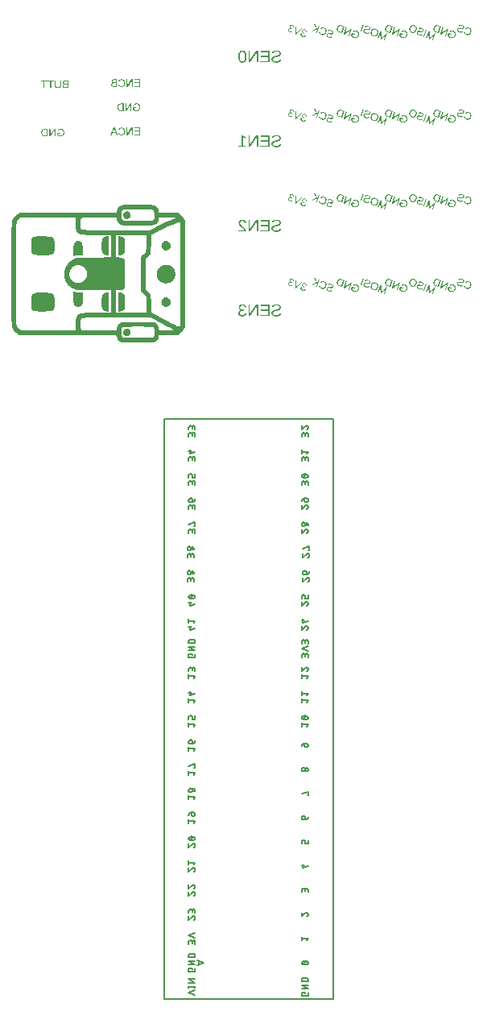
<source format=gbr>
G04 EAGLE Gerber RS-274X export*
G75*
%MOMM*%
%FSLAX34Y34*%
%LPD*%
%INSilkscreen Bottom*%
%IPPOS*%
%AMOC8*
5,1,8,0,0,1.08239X$1,22.5*%
G01*
G04 Define Apertures*
%ADD10C,0.127000*%
G36*
X-78223Y715321D02*
X-83451Y715328D01*
X-87561Y715347D01*
X-90554Y715380D01*
X-92428Y715426D01*
X-93068Y715461D01*
X-93671Y715512D01*
X-94238Y715579D01*
X-94769Y715663D01*
X-95264Y715763D01*
X-95723Y715880D01*
X-96145Y716013D01*
X-96532Y716163D01*
X-96895Y716388D01*
X-97249Y716643D01*
X-97592Y716927D01*
X-97926Y717242D01*
X-98250Y717585D01*
X-98564Y717958D01*
X-98868Y718361D01*
X-99162Y718794D01*
X-99434Y719236D01*
X-99669Y719668D01*
X-99868Y720091D01*
X-100031Y720503D01*
X-100157Y720906D01*
X-100248Y721299D01*
X-100302Y721682D01*
X-100320Y722056D01*
X-100345Y722158D01*
X-100422Y722254D01*
X-100549Y722345D01*
X-100728Y722430D01*
X-100957Y722510D01*
X-101237Y722583D01*
X-101569Y722651D01*
X-101951Y722713D01*
X-102868Y722820D01*
X-103990Y722904D01*
X-105315Y722965D01*
X-106844Y723003D01*
X-112079Y723062D01*
X-121260Y723134D01*
X-151459Y723318D01*
X-202388Y723318D01*
X-204703Y724791D01*
X-205217Y725064D01*
X-205709Y725357D01*
X-206178Y725669D01*
X-206623Y726001D01*
X-207046Y726353D01*
X-207445Y726725D01*
X-207822Y727116D01*
X-208175Y727527D01*
X-208509Y727955D01*
X-208826Y728395D01*
X-209127Y728849D01*
X-209412Y729316D01*
X-209680Y729796D01*
X-209931Y730289D01*
X-210166Y730796D01*
X-210385Y731315D01*
X-210436Y731508D01*
X-210485Y731771D01*
X-210576Y732506D01*
X-210656Y733520D01*
X-210727Y734814D01*
X-210788Y736387D01*
X-210839Y738240D01*
X-210880Y740373D01*
X-210911Y742785D01*
X-210957Y749381D01*
X-210990Y758963D01*
X-211010Y771531D01*
X-211016Y787084D01*
X-211010Y799659D01*
X-210990Y810655D01*
X-210957Y820072D01*
X-210911Y827911D01*
X-210852Y834133D01*
X-210779Y838697D01*
X-210738Y840358D01*
X-210694Y841604D01*
X-210646Y842436D01*
X-210621Y842696D01*
X-210595Y842853D01*
X-210421Y843380D01*
X-210214Y843906D01*
X-209974Y844432D01*
X-209701Y844958D01*
X-209395Y845484D01*
X-209056Y846010D01*
X-208685Y846536D01*
X-208280Y847062D01*
X-207853Y847569D01*
X-207412Y848036D01*
X-206958Y848463D01*
X-206492Y848851D01*
X-206011Y849200D01*
X-205518Y849509D01*
X-205012Y849778D01*
X-204492Y850009D01*
X-201967Y851482D01*
X-151249Y851482D01*
X-100320Y851692D01*
X-100320Y852955D01*
X-100302Y853377D01*
X-100248Y853803D01*
X-100157Y854232D01*
X-100031Y854665D01*
X-99868Y855101D01*
X-99669Y855540D01*
X-99434Y855982D01*
X-99162Y856427D01*
X-98868Y856860D01*
X-98564Y857263D01*
X-98250Y857636D01*
X-97926Y857979D01*
X-97592Y858293D01*
X-97249Y858578D01*
X-96895Y858833D01*
X-96532Y859058D01*
X-96145Y859209D01*
X-95723Y859347D01*
X-95264Y859472D01*
X-94769Y859584D01*
X-94238Y859683D01*
X-93671Y859768D01*
X-93068Y859841D01*
X-92428Y859900D01*
X-91627Y859949D01*
X-90541Y859992D01*
X-89168Y860028D01*
X-87509Y860058D01*
X-83333Y860097D01*
X-78012Y860110D01*
X-72613Y860097D01*
X-68411Y860058D01*
X-66758Y860028D01*
X-65405Y859992D01*
X-64351Y859949D01*
X-63597Y859900D01*
X-63006Y859837D01*
X-62446Y859755D01*
X-61915Y859653D01*
X-61413Y859531D01*
X-60941Y859390D01*
X-60499Y859229D01*
X-60086Y859048D01*
X-59703Y858848D01*
X-59292Y858624D01*
X-58901Y858374D01*
X-58529Y858098D01*
X-58177Y857795D01*
X-57845Y857466D01*
X-57533Y857111D01*
X-57240Y856730D01*
X-56967Y856322D01*
X-56721Y855901D01*
X-56507Y855480D01*
X-56326Y855059D01*
X-56178Y854639D01*
X-56063Y854218D01*
X-55981Y853797D01*
X-55932Y853376D01*
X-55915Y852955D01*
X-55915Y851692D01*
X-46234Y851482D01*
X-36343Y851482D01*
X-33818Y850009D01*
X-33292Y849575D01*
X-32766Y849114D01*
X-32240Y848628D01*
X-31713Y848115D01*
X-31214Y847588D01*
X-30766Y847062D01*
X-30372Y846536D01*
X-30030Y846010D01*
X-28557Y843485D01*
X-28557Y731105D01*
X-30030Y728790D01*
X-30372Y728264D01*
X-30766Y727738D01*
X-31214Y727212D01*
X-31713Y726685D01*
X-32240Y726172D01*
X-32766Y725686D01*
X-33292Y725225D01*
X-33818Y724791D01*
X-36343Y723318D01*
X-46024Y723318D01*
X-55915Y723108D01*
X-56126Y721424D01*
X-56190Y721008D01*
X-56277Y720602D01*
X-56387Y720206D01*
X-56520Y719820D01*
X-56676Y719443D01*
X-56856Y719076D01*
X-57058Y718720D01*
X-57283Y718373D01*
X-57531Y718039D01*
X-57803Y717722D01*
X-58097Y717421D01*
X-58414Y717136D01*
X-58755Y716868D01*
X-59118Y716617D01*
X-59504Y716382D01*
X-59914Y716163D01*
X-60252Y716013D01*
X-60637Y715880D01*
X-61068Y715763D01*
X-61545Y715663D01*
X-62067Y715579D01*
X-62636Y715512D01*
X-63251Y715461D01*
X-63912Y715426D01*
X-65833Y715380D01*
X-68858Y715347D01*
X-72988Y715328D01*
X-78223Y715321D01*
G37*
%LPC*%
G36*
X-143252Y728159D02*
X-143252Y734262D01*
X-143289Y735579D01*
X-143298Y736794D01*
X-143276Y737907D01*
X-143225Y738918D01*
X-143145Y739827D01*
X-143139Y739867D01*
X-143035Y740634D01*
X-142918Y741222D01*
X-142895Y741340D01*
X-142792Y741707D01*
X-142725Y741943D01*
X-142626Y742215D01*
X-142513Y742481D01*
X-142245Y742989D01*
X-141921Y743467D01*
X-141542Y743916D01*
X-141106Y744335D01*
X-140614Y744725D01*
X-140067Y745085D01*
X-139463Y745415D01*
X-139079Y745567D01*
X-138661Y745705D01*
X-138211Y745830D01*
X-137727Y745942D01*
X-137211Y746040D01*
X-136662Y746126D01*
X-136080Y746198D01*
X-135465Y746257D01*
X-134702Y746307D01*
X-133676Y746349D01*
X-132387Y746385D01*
X-130835Y746415D01*
X-126942Y746454D01*
X-121996Y746468D01*
X-106423Y746468D01*
X-106423Y770038D01*
X-124522Y770248D01*
X-142620Y770248D01*
X-145987Y771932D01*
X-146709Y772308D01*
X-147401Y772701D01*
X-147991Y773066D01*
X-148064Y773111D01*
X-148697Y773537D01*
X-149300Y773979D01*
X-149874Y774438D01*
X-150418Y774913D01*
X-150933Y775404D01*
X-151421Y775919D01*
X-151887Y776463D01*
X-152329Y777037D01*
X-152748Y777640D01*
X-153144Y778273D01*
X-153332Y778606D01*
X-153518Y778936D01*
X-153868Y779628D01*
X-154195Y780350D01*
X-154576Y781258D01*
X-154879Y782086D01*
X-155102Y782836D01*
X-155185Y783181D01*
X-155247Y783507D01*
X-155339Y784217D01*
X-155394Y784934D01*
X-155405Y785085D01*
X-155408Y785155D01*
X-155444Y786111D01*
X-155458Y787295D01*
X-155444Y788571D01*
X-155405Y789662D01*
X-155403Y789697D01*
X-155339Y790570D01*
X-155247Y791293D01*
X-155185Y791619D01*
X-155102Y791964D01*
X-154879Y792714D01*
X-154576Y793542D01*
X-154394Y793976D01*
X-154195Y794450D01*
X-153868Y795124D01*
X-153518Y795779D01*
X-153144Y796413D01*
X-152748Y797028D01*
X-152329Y797623D01*
X-151887Y798199D01*
X-151421Y798754D01*
X-150933Y799290D01*
X-150418Y799807D01*
X-149874Y800303D01*
X-149300Y800780D01*
X-148697Y801237D01*
X-148064Y801674D01*
X-147401Y802092D01*
X-146868Y802399D01*
X-146709Y802490D01*
X-145987Y802868D01*
X-142620Y804341D01*
X-141599Y804353D01*
X-135404Y804425D01*
X-124522Y804552D01*
X-121995Y804581D01*
X-106423Y804762D01*
X-106423Y828332D01*
X-121996Y828332D01*
X-126942Y828346D01*
X-130835Y828385D01*
X-132387Y828415D01*
X-133676Y828451D01*
X-134702Y828494D01*
X-135465Y828543D01*
X-136080Y828602D01*
X-136662Y828674D01*
X-137211Y828760D01*
X-137727Y828859D01*
X-138211Y828970D01*
X-138661Y829095D01*
X-139079Y829233D01*
X-139463Y829385D01*
X-140067Y829715D01*
X-140614Y830075D01*
X-141106Y830465D01*
X-141542Y830884D01*
X-141921Y831333D01*
X-142245Y831811D01*
X-142513Y832319D01*
X-142626Y832585D01*
X-142725Y832857D01*
X-142895Y833460D01*
X-143035Y834166D01*
X-143145Y834973D01*
X-143225Y835882D01*
X-143273Y836832D01*
X-143276Y836893D01*
X-143298Y838006D01*
X-143289Y839221D01*
X-143252Y840538D01*
X-143252Y846641D01*
X-172294Y846641D01*
X-201546Y846431D01*
X-203019Y845379D01*
X-203341Y845142D01*
X-203677Y844853D01*
X-204025Y844511D01*
X-204387Y844116D01*
X-204722Y843708D01*
X-204992Y843327D01*
X-205196Y842972D01*
X-205334Y842643D01*
X-205411Y842455D01*
X-205484Y842209D01*
X-205552Y841903D01*
X-205617Y841538D01*
X-205734Y840631D01*
X-205834Y839486D01*
X-205918Y838105D01*
X-205985Y836487D01*
X-206036Y834633D01*
X-206071Y832541D01*
X-206117Y826399D01*
X-206120Y825310D01*
X-206150Y816810D01*
X-206169Y803776D01*
X-206176Y787295D01*
X-206169Y769617D01*
X-206150Y755938D01*
X-206121Y747544D01*
X-206117Y746257D01*
X-206071Y740575D01*
X-206033Y738829D01*
X-206008Y738197D01*
X-205972Y737274D01*
X-205913Y736319D01*
X-205899Y736079D01*
X-205888Y735909D01*
X-205872Y735735D01*
X-205871Y735717D01*
X-205853Y735523D01*
X-205815Y735103D01*
X-205781Y734735D01*
X-205740Y734423D01*
X-205661Y733823D01*
X-205654Y733772D01*
X-205651Y733752D01*
X-205578Y733332D01*
X-205533Y733121D01*
X-205508Y733002D01*
X-205507Y732997D01*
X-205498Y732959D01*
X-205413Y732635D01*
X-205323Y732358D01*
X-205315Y732340D01*
X-205226Y732128D01*
X-205216Y732110D01*
X-205197Y732077D01*
X-205143Y731982D01*
X-205124Y731947D01*
X-204887Y731526D01*
X-204735Y731305D01*
X-204598Y731105D01*
X-204441Y730913D01*
X-204256Y730684D01*
X-203861Y730263D01*
X-203440Y729868D01*
X-203019Y729526D01*
X-202598Y729237D01*
X-202177Y729000D01*
X-201816Y728851D01*
X-201362Y728718D01*
X-200816Y728601D01*
X-200178Y728501D01*
X-199448Y728417D01*
X-198626Y728349D01*
X-197712Y728298D01*
X-196706Y728264D01*
X-193562Y728218D01*
X-188340Y728185D01*
X-181040Y728165D01*
X-171662Y728159D01*
X-143252Y728159D01*
G37*
%LPD*%
G36*
X-177976Y807077D02*
X-179635Y807085D01*
X-181139Y807110D01*
X-182489Y807151D01*
X-183684Y807209D01*
X-184725Y807283D01*
X-185611Y807373D01*
X-186343Y807480D01*
X-186920Y807603D01*
X-187402Y807753D01*
X-187847Y807939D01*
X-188256Y808160D01*
X-188630Y808419D01*
X-188967Y808713D01*
X-189268Y809043D01*
X-189532Y809410D01*
X-189761Y809813D01*
X-189813Y809944D01*
X-189866Y810129D01*
X-189971Y810655D01*
X-190077Y811391D01*
X-190182Y812338D01*
X-190274Y813417D01*
X-190340Y814548D01*
X-190379Y815732D01*
X-190392Y816968D01*
X-190384Y818180D01*
X-190359Y819290D01*
X-190318Y820297D01*
X-190261Y821203D01*
X-190187Y822007D01*
X-190096Y822709D01*
X-189989Y823310D01*
X-189866Y823808D01*
X-189713Y824240D01*
X-189518Y824643D01*
X-189279Y825016D01*
X-188998Y825360D01*
X-188674Y825674D01*
X-188307Y825958D01*
X-187898Y826213D01*
X-187446Y826438D01*
X-187306Y826489D01*
X-187097Y826537D01*
X-186473Y826622D01*
X-185572Y826695D01*
X-184394Y826754D01*
X-183007Y826800D01*
X-181474Y826833D01*
X-179797Y826853D01*
X-177976Y826859D01*
X-175828Y826840D01*
X-173911Y826780D01*
X-173039Y826736D01*
X-172225Y826682D01*
X-171467Y826618D01*
X-170768Y826544D01*
X-170126Y826460D01*
X-169541Y826366D01*
X-169014Y826262D01*
X-168545Y826149D01*
X-168133Y826026D01*
X-167779Y825892D01*
X-167482Y825749D01*
X-167243Y825597D01*
X-167039Y825415D01*
X-166848Y825186D01*
X-166671Y824908D01*
X-166506Y824584D01*
X-166355Y824211D01*
X-166217Y823791D01*
X-166092Y823324D01*
X-165980Y822808D01*
X-165881Y822245D01*
X-165796Y821634D01*
X-165724Y820976D01*
X-165664Y820270D01*
X-165618Y819516D01*
X-165585Y818714D01*
X-165566Y817865D01*
X-165559Y816968D01*
X-165566Y816096D01*
X-165585Y815270D01*
X-165618Y814488D01*
X-165664Y813752D01*
X-165724Y813061D01*
X-165796Y812416D01*
X-165881Y811815D01*
X-165980Y811260D01*
X-166092Y810750D01*
X-166217Y810285D01*
X-166355Y809865D01*
X-166506Y809491D01*
X-166671Y809161D01*
X-166848Y808877D01*
X-167039Y808639D01*
X-167243Y808445D01*
X-167482Y808279D01*
X-167779Y808124D01*
X-168133Y807980D01*
X-168545Y807846D01*
X-169014Y807724D01*
X-169541Y807611D01*
X-170126Y807510D01*
X-170768Y807419D01*
X-171467Y807339D01*
X-172225Y807269D01*
X-173039Y807211D01*
X-173911Y807163D01*
X-174841Y807125D01*
X-175828Y807098D01*
X-177976Y807077D01*
G37*
%LPC*%
G36*
X-35291Y731947D02*
X-35074Y731966D01*
X-34844Y732026D01*
X-34601Y732124D01*
X-34344Y732262D01*
X-34101Y732427D01*
X-33897Y732604D01*
X-33732Y732795D01*
X-33608Y732999D01*
X-33581Y733141D01*
X-33555Y733410D01*
X-33502Y734327D01*
X-33450Y735751D01*
X-33397Y737681D01*
X-33292Y743061D01*
X-33187Y750466D01*
X-33187Y787400D01*
X-33200Y797232D01*
X-33239Y806630D01*
X-33305Y815594D01*
X-33397Y824123D01*
X-33404Y828073D01*
X-33423Y831502D01*
X-33456Y834412D01*
X-33502Y836803D01*
X-33561Y838674D01*
X-33634Y840025D01*
X-33675Y840506D01*
X-33719Y840857D01*
X-33767Y841079D01*
X-33792Y841140D01*
X-33818Y841170D01*
X-33943Y841275D01*
X-34107Y841380D01*
X-34311Y841485D01*
X-34555Y841591D01*
X-34811Y841683D01*
X-35054Y841749D01*
X-35285Y841788D01*
X-35502Y841801D01*
X-35681Y841777D01*
X-35955Y841704D01*
X-36791Y841413D01*
X-38007Y840928D01*
X-39605Y840249D01*
X-41585Y839376D01*
X-43946Y838309D01*
X-46688Y837048D01*
X-49812Y835593D01*
X-52929Y834125D01*
X-55652Y832824D01*
X-57980Y831691D01*
X-59914Y830726D01*
X-61453Y829929D01*
X-62597Y829299D01*
X-63347Y828837D01*
X-63574Y828669D01*
X-63702Y828543D01*
X-63802Y828408D01*
X-63892Y828214D01*
X-63973Y827961D01*
X-64044Y827648D01*
X-64105Y827277D01*
X-64156Y826846D01*
X-64197Y826356D01*
X-64228Y825807D01*
X-64274Y824492D01*
X-64307Y822861D01*
X-64327Y820914D01*
X-64333Y818652D01*
X-64341Y816797D01*
X-64366Y815127D01*
X-64407Y813640D01*
X-64465Y812338D01*
X-64539Y811220D01*
X-64629Y810286D01*
X-64736Y809537D01*
X-64859Y808971D01*
X-64934Y808734D01*
X-65025Y808498D01*
X-65047Y808453D01*
X-65260Y808024D01*
X-65565Y807551D01*
X-65938Y807077D01*
X-66380Y806604D01*
X-66891Y806130D01*
X-67472Y805656D01*
X-68121Y805183D01*
X-70226Y803710D01*
X-70226Y770880D01*
X-67490Y768354D01*
X-64544Y765829D01*
X-64333Y756569D01*
X-64228Y754050D01*
X-64215Y753788D01*
X-64123Y751966D01*
X-64017Y750315D01*
X-63912Y749098D01*
X-63794Y748197D01*
X-63725Y747821D01*
X-63649Y747494D01*
X-63567Y747216D01*
X-63478Y746987D01*
X-63383Y746808D01*
X-63281Y746678D01*
X-63103Y746524D01*
X-62832Y746325D01*
X-62012Y745790D01*
X-60820Y745075D01*
X-59256Y744179D01*
X-57321Y743102D01*
X-55014Y741844D01*
X-49286Y738786D01*
X-46236Y737183D01*
X-43558Y735794D01*
X-41251Y734618D01*
X-39316Y733657D01*
X-37752Y732908D01*
X-36560Y732374D01*
X-36104Y732187D01*
X-35740Y732054D01*
X-35469Y731973D01*
X-35291Y731947D01*
G37*
%LPD*%
G36*
X-48712Y777565D02*
X-49251Y777582D01*
X-49779Y777627D01*
X-50297Y777700D01*
X-50804Y777802D01*
X-51300Y777931D01*
X-51785Y778088D01*
X-52260Y778273D01*
X-52724Y778486D01*
X-53177Y778726D01*
X-53620Y778995D01*
X-54052Y779292D01*
X-54473Y779617D01*
X-54884Y779969D01*
X-55284Y780350D01*
X-55698Y780784D01*
X-56099Y781244D01*
X-56487Y781731D01*
X-56862Y782244D01*
X-57198Y782744D01*
X-57467Y783191D01*
X-57671Y783586D01*
X-57809Y783928D01*
X-57952Y784462D01*
X-58066Y785013D01*
X-58150Y785580D01*
X-58204Y786164D01*
X-58228Y786764D01*
X-58224Y787380D01*
X-58189Y788013D01*
X-58125Y788663D01*
X-58031Y789306D01*
X-57908Y789919D01*
X-57755Y790502D01*
X-57572Y791057D01*
X-57360Y791581D01*
X-57119Y792076D01*
X-56847Y792541D01*
X-56546Y792977D01*
X-56170Y793485D01*
X-55777Y793957D01*
X-55368Y794393D01*
X-54942Y794792D01*
X-54500Y795155D01*
X-54041Y795483D01*
X-53566Y795774D01*
X-53074Y796028D01*
X-52563Y796250D01*
X-52028Y796443D01*
X-51471Y796606D01*
X-50891Y796739D01*
X-50287Y796842D01*
X-49661Y796916D01*
X-49011Y796961D01*
X-48339Y796975D01*
X-47667Y796959D01*
X-47017Y796910D01*
X-46391Y796827D01*
X-45787Y796712D01*
X-45207Y796564D01*
X-44650Y796384D01*
X-44115Y796170D01*
X-43604Y795923D01*
X-43112Y795644D01*
X-42637Y795331D01*
X-42178Y794986D01*
X-41736Y794608D01*
X-41310Y794197D01*
X-40901Y793753D01*
X-40508Y793276D01*
X-40131Y792766D01*
X-39750Y792148D01*
X-39447Y791556D01*
X-39326Y791270D01*
X-39224Y790991D01*
X-39142Y790718D01*
X-39079Y790452D01*
X-38987Y789860D01*
X-38921Y789136D01*
X-38882Y788281D01*
X-38869Y787295D01*
X-38882Y786315D01*
X-38921Y785480D01*
X-38987Y784789D01*
X-39079Y784243D01*
X-39145Y783998D01*
X-39237Y783737D01*
X-39355Y783459D01*
X-39500Y783165D01*
X-39868Y782527D01*
X-40342Y781823D01*
X-40691Y781363D01*
X-41054Y780929D01*
X-41431Y780521D01*
X-41822Y780140D01*
X-42226Y779784D01*
X-42645Y779456D01*
X-43078Y779153D01*
X-43525Y778877D01*
X-43986Y778627D01*
X-44460Y778403D01*
X-44949Y778206D01*
X-45452Y778035D01*
X-45969Y777890D01*
X-46499Y777772D01*
X-47044Y777680D01*
X-47602Y777614D01*
X-48163Y777575D01*
X-48712Y777565D01*
G37*
%LPC*%
G36*
X-68963Y746468D02*
X-69125Y753033D01*
X-69384Y763514D01*
X-71699Y765619D01*
X-72698Y766644D01*
X-73593Y767618D01*
X-73974Y768058D01*
X-74277Y768433D01*
X-74500Y768742D01*
X-74645Y768986D01*
X-74698Y769157D01*
X-74750Y769459D01*
X-74803Y769893D01*
X-74856Y770459D01*
X-74961Y771985D01*
X-75066Y774036D01*
X-75158Y776575D01*
X-75188Y777935D01*
X-75224Y779561D01*
X-75263Y782994D01*
X-75276Y786874D01*
X-75270Y790223D01*
X-75250Y793220D01*
X-75217Y795866D01*
X-75171Y798159D01*
X-75112Y800101D01*
X-75044Y801588D01*
X-75040Y801691D01*
X-74954Y802929D01*
X-74927Y803210D01*
X-74907Y803416D01*
X-74856Y803815D01*
X-74795Y804166D01*
X-74717Y804511D01*
X-74624Y804847D01*
X-74514Y805176D01*
X-74387Y805498D01*
X-74244Y805813D01*
X-74084Y806120D01*
X-73909Y806419D01*
X-73716Y806712D01*
X-73507Y806996D01*
X-73282Y807274D01*
X-73040Y807544D01*
X-72782Y807807D01*
X-72508Y808062D01*
X-71909Y808550D01*
X-71502Y808774D01*
X-71120Y809024D01*
X-70765Y809300D01*
X-70436Y809602D01*
X-69594Y810444D01*
X-69542Y811286D01*
X-69384Y813390D01*
X-69292Y814811D01*
X-69226Y816337D01*
X-69187Y817968D01*
X-69173Y819704D01*
X-69173Y828332D01*
X-101372Y828332D01*
X-101372Y804762D01*
X-98426Y804762D01*
X-97809Y804751D01*
X-97222Y804716D01*
X-96665Y804658D01*
X-96137Y804578D01*
X-95639Y804474D01*
X-95170Y804348D01*
X-94732Y804198D01*
X-94322Y804025D01*
X-93942Y803833D01*
X-93592Y803624D01*
X-93272Y803399D01*
X-92981Y803157D01*
X-92719Y802899D01*
X-92487Y802625D01*
X-92285Y802334D01*
X-92112Y802026D01*
X-92036Y801796D01*
X-91964Y801474D01*
X-91898Y801059D01*
X-91836Y800553D01*
X-91728Y799264D01*
X-91639Y797607D01*
X-91570Y795581D01*
X-91545Y794389D01*
X-91521Y793187D01*
X-91519Y793034D01*
X-91491Y790425D01*
X-91481Y787295D01*
X-91491Y784164D01*
X-91521Y781402D01*
X-91570Y779008D01*
X-91639Y776983D01*
X-91728Y775325D01*
X-91836Y774036D01*
X-91898Y773530D01*
X-91964Y773116D01*
X-92036Y772794D01*
X-92112Y772563D01*
X-92333Y772258D01*
X-92573Y771971D01*
X-92619Y771924D01*
X-92833Y771705D01*
X-93112Y771458D01*
X-93411Y771232D01*
X-93730Y771024D01*
X-94069Y770837D01*
X-94427Y770669D01*
X-94812Y770521D01*
X-95230Y770393D01*
X-95680Y770285D01*
X-96164Y770196D01*
X-96680Y770127D01*
X-97229Y770077D01*
X-97811Y770048D01*
X-98073Y770044D01*
X-98426Y770038D01*
X-101372Y770038D01*
X-101372Y746468D01*
X-68963Y746468D01*
G37*
%LPD*%
G36*
X-97163Y807077D02*
X-98847Y807077D01*
X-98847Y826859D01*
X-97163Y826859D01*
X-96747Y826848D01*
X-96341Y826813D01*
X-95945Y826756D01*
X-95559Y826675D01*
X-95182Y826572D01*
X-94815Y826445D01*
X-94459Y826295D01*
X-94112Y826123D01*
X-93781Y825930D01*
X-93474Y825721D01*
X-93189Y825496D01*
X-92928Y825255D01*
X-92689Y824996D01*
X-92474Y824722D01*
X-92282Y824431D01*
X-92112Y824123D01*
X-92060Y823994D01*
X-92007Y823814D01*
X-91902Y823308D01*
X-91797Y822604D01*
X-91692Y821703D01*
X-91599Y820658D01*
X-91534Y819520D01*
X-91494Y818290D01*
X-91481Y816968D01*
X-91494Y815738D01*
X-91534Y814574D01*
X-91599Y813476D01*
X-91692Y812443D01*
X-91797Y811529D01*
X-91902Y810786D01*
X-92007Y810214D01*
X-92112Y809813D01*
X-92282Y809505D01*
X-92474Y809214D01*
X-92689Y808940D01*
X-92928Y808682D01*
X-93189Y808440D01*
X-93474Y808215D01*
X-93781Y808006D01*
X-94112Y807814D01*
X-94459Y807641D01*
X-94815Y807491D01*
X-95182Y807365D01*
X-95559Y807261D01*
X-95945Y807181D01*
X-96341Y807123D01*
X-96747Y807089D01*
X-97163Y807077D01*
G37*
%LPC*%
G36*
X-66017Y833383D02*
X-52758Y839486D01*
X-47497Y842012D01*
X-43078Y844116D01*
X-41315Y844958D01*
X-40026Y845589D01*
X-39211Y846010D01*
X-38981Y846142D01*
X-38869Y846221D01*
X-38852Y846246D01*
X-38851Y846259D01*
X-38853Y846265D01*
X-38856Y846272D01*
X-38921Y846319D01*
X-39066Y846364D01*
X-39290Y846405D01*
X-39974Y846477D01*
X-40973Y846536D01*
X-42223Y846582D01*
X-43656Y846615D01*
X-45274Y846635D01*
X-47076Y846641D01*
X-55915Y846641D01*
X-55915Y845379D01*
X-55932Y844958D01*
X-55981Y844537D01*
X-56063Y844116D01*
X-56178Y843695D01*
X-56326Y843274D01*
X-56507Y842853D01*
X-56721Y842432D01*
X-56967Y842012D01*
X-57240Y841604D01*
X-57533Y841222D01*
X-57845Y840867D01*
X-58177Y840538D01*
X-58529Y840236D01*
X-58901Y839960D01*
X-59292Y839710D01*
X-59703Y839486D01*
X-60086Y839286D01*
X-60499Y839105D01*
X-60941Y838944D01*
X-61413Y838802D01*
X-61915Y838681D01*
X-62446Y838579D01*
X-63006Y838496D01*
X-63597Y838434D01*
X-64351Y838385D01*
X-65405Y838342D01*
X-66758Y838306D01*
X-68411Y838276D01*
X-72613Y838237D01*
X-78012Y838223D01*
X-83333Y838237D01*
X-87509Y838276D01*
X-89168Y838306D01*
X-90541Y838342D01*
X-91627Y838385D01*
X-92428Y838434D01*
X-93068Y838493D01*
X-93671Y838565D01*
X-94238Y838651D01*
X-94769Y838750D01*
X-95264Y838861D01*
X-95723Y838986D01*
X-96145Y839124D01*
X-96532Y839276D01*
X-96895Y839501D01*
X-97249Y839756D01*
X-97592Y840040D01*
X-97926Y840354D01*
X-98227Y840674D01*
X-98250Y840698D01*
X-98564Y841071D01*
X-98868Y841474D01*
X-99162Y841906D01*
X-99434Y842352D01*
X-99669Y842794D01*
X-99868Y843233D01*
X-100031Y843669D01*
X-100157Y844101D01*
X-100248Y844530D01*
X-100302Y844956D01*
X-100320Y845379D01*
X-100320Y846641D01*
X-118629Y846641D01*
X-124423Y846635D01*
X-128967Y846615D01*
X-132262Y846582D01*
X-134307Y846536D01*
X-134980Y846502D01*
X-135577Y846451D01*
X-136098Y846383D01*
X-136543Y846299D01*
X-136913Y846199D01*
X-137208Y846082D01*
X-137426Y845949D01*
X-137569Y845800D01*
X-137696Y845653D01*
X-137814Y845477D01*
X-137923Y845272D01*
X-137960Y845186D01*
X-138023Y845037D01*
X-138114Y844772D01*
X-138196Y844478D01*
X-138269Y844154D01*
X-138332Y843800D01*
X-138433Y843005D01*
X-138497Y842091D01*
X-138525Y841058D01*
X-138516Y839907D01*
X-138479Y838759D01*
X-138418Y837737D01*
X-138334Y836839D01*
X-138227Y836066D01*
X-138097Y835419D01*
X-137944Y834896D01*
X-137859Y834681D01*
X-137768Y834498D01*
X-137672Y834346D01*
X-137569Y834225D01*
X-137471Y834148D01*
X-137333Y834075D01*
X-137155Y834007D01*
X-136938Y833942D01*
X-136386Y833825D01*
X-135675Y833725D01*
X-134807Y833641D01*
X-133781Y833574D01*
X-132598Y833523D01*
X-131256Y833488D01*
X-127257Y833442D01*
X-120944Y833409D01*
X-114249Y833394D01*
X-112316Y833390D01*
X-105702Y833386D01*
X-101372Y833383D01*
X-66017Y833383D01*
G37*
G36*
X-100320Y728159D02*
X-100320Y729632D01*
X-100302Y730056D01*
X-100248Y730487D01*
X-100157Y730924D01*
X-100103Y731115D01*
X-100031Y731368D01*
X-99868Y731818D01*
X-99669Y732275D01*
X-99434Y732739D01*
X-99162Y733209D01*
X-98868Y733666D01*
X-98564Y734091D01*
X-98250Y734482D01*
X-97926Y734840D01*
X-97592Y735166D01*
X-97249Y735459D01*
X-96895Y735718D01*
X-96532Y735945D01*
X-96145Y736144D01*
X-95723Y736320D01*
X-95264Y736473D01*
X-94769Y736603D01*
X-94238Y736710D01*
X-93671Y736794D01*
X-93068Y736854D01*
X-92428Y736892D01*
X-90541Y736938D01*
X-87509Y736971D01*
X-83333Y736991D01*
X-78012Y736997D01*
X-73211Y736991D01*
X-69331Y736971D01*
X-66372Y736938D01*
X-64333Y736892D01*
X-63577Y736858D01*
X-62886Y736807D01*
X-62261Y736739D01*
X-61702Y736655D01*
X-61209Y736555D01*
X-60782Y736438D01*
X-60420Y736305D01*
X-60124Y736156D01*
X-59713Y735934D01*
X-59322Y735689D01*
X-58950Y735421D01*
X-58598Y735130D01*
X-58266Y734816D01*
X-57954Y734479D01*
X-57661Y734119D01*
X-57388Y733735D01*
X-57135Y733336D01*
X-56902Y732927D01*
X-56688Y732507D01*
X-56494Y732078D01*
X-56320Y731639D01*
X-56165Y731190D01*
X-56030Y730732D01*
X-55915Y730263D01*
X-55705Y728159D01*
X-42341Y728159D01*
X-41374Y728172D01*
X-40684Y728211D01*
X-40442Y728241D01*
X-40270Y728277D01*
X-40166Y728320D01*
X-40131Y728369D01*
X-43814Y730368D01*
X-47787Y732499D01*
X-52338Y734893D01*
X-64544Y741417D01*
X-100741Y741417D01*
X-112309Y741410D01*
X-121339Y741391D01*
X-127830Y741358D01*
X-131782Y741312D01*
X-133046Y741277D01*
X-134156Y741226D01*
X-135111Y741159D01*
X-135912Y741075D01*
X-136558Y740975D01*
X-137050Y740858D01*
X-137238Y740793D01*
X-137387Y740725D01*
X-137498Y740652D01*
X-137569Y740575D01*
X-137672Y740428D01*
X-137768Y740251D01*
X-137859Y740044D01*
X-137944Y739806D01*
X-138097Y739238D01*
X-138227Y738549D01*
X-138334Y737739D01*
X-138418Y736807D01*
X-138479Y735753D01*
X-138516Y734577D01*
X-138525Y733405D01*
X-138497Y732361D01*
X-138433Y731445D01*
X-138399Y731184D01*
X-138332Y730658D01*
X-138269Y730312D01*
X-138196Y729998D01*
X-138114Y729717D01*
X-138023Y729467D01*
X-137923Y729250D01*
X-137814Y729064D01*
X-137696Y728911D01*
X-137569Y728790D01*
X-137420Y728690D01*
X-137181Y728599D01*
X-136854Y728519D01*
X-136438Y728448D01*
X-135934Y728387D01*
X-135340Y728336D01*
X-134658Y728295D01*
X-133887Y728264D01*
X-131710Y728218D01*
X-128441Y728185D01*
X-124081Y728165D01*
X-118629Y728159D01*
X-100320Y728159D01*
G37*
G36*
X-78012Y720161D02*
X-73415Y720168D01*
X-69726Y720188D01*
X-66944Y720221D01*
X-65070Y720267D01*
X-64394Y720301D01*
X-63787Y720352D01*
X-63250Y720420D01*
X-62781Y720503D01*
X-62382Y720604D01*
X-62051Y720720D01*
X-61790Y720854D01*
X-61597Y721003D01*
X-61495Y721122D01*
X-61400Y721268D01*
X-61311Y721441D01*
X-61229Y721641D01*
X-61084Y722123D01*
X-60966Y722713D01*
X-60874Y723412D01*
X-60808Y724219D01*
X-60769Y725135D01*
X-60755Y726159D01*
X-60769Y727184D01*
X-60808Y728099D01*
X-60874Y728907D01*
X-60966Y729605D01*
X-61084Y730196D01*
X-61229Y730677D01*
X-61311Y730878D01*
X-61400Y731051D01*
X-61495Y731197D01*
X-61597Y731315D01*
X-61790Y731416D01*
X-62051Y731506D01*
X-62382Y731587D01*
X-62781Y731657D01*
X-63250Y731718D01*
X-63787Y731769D01*
X-64394Y731810D01*
X-65070Y731841D01*
X-66944Y731887D01*
X-69726Y731920D01*
X-73415Y731940D01*
X-78012Y731947D01*
X-82958Y731940D01*
X-86851Y731920D01*
X-89692Y731887D01*
X-91481Y731841D01*
X-92083Y731807D01*
X-92625Y731756D01*
X-93109Y731689D01*
X-93533Y731605D01*
X-93898Y731504D01*
X-94204Y731388D01*
X-94450Y731254D01*
X-94638Y731105D01*
X-94740Y730988D01*
X-94835Y730848D01*
X-94924Y730686D01*
X-95006Y730500D01*
X-95151Y730059D01*
X-95269Y729526D01*
X-95361Y728875D01*
X-95427Y728080D01*
X-95466Y727139D01*
X-95480Y726054D01*
X-95473Y725491D01*
X-95453Y724959D01*
X-95420Y724458D01*
X-95374Y723989D01*
X-95315Y723551D01*
X-95310Y723521D01*
X-95243Y723144D01*
X-95157Y722768D01*
X-95059Y722424D01*
X-94947Y722111D01*
X-94822Y721829D01*
X-94684Y721578D01*
X-94533Y721358D01*
X-94368Y721170D01*
X-94191Y721013D01*
X-94000Y720887D01*
X-93796Y720793D01*
X-93537Y720716D01*
X-93181Y720645D01*
X-92728Y720578D01*
X-92178Y720517D01*
X-90787Y720408D01*
X-89008Y720319D01*
X-86841Y720250D01*
X-84286Y720201D01*
X-81343Y720171D01*
X-78012Y720161D01*
G37*
%LPD*%
G36*
X-89587Y722056D02*
X-89909Y722075D01*
X-90245Y722134D01*
X-90593Y722233D01*
X-90955Y722371D01*
X-91317Y722549D01*
X-91665Y722766D01*
X-92001Y723022D01*
X-92323Y723318D01*
X-92744Y723976D01*
X-93165Y724686D01*
X-93349Y725048D01*
X-93480Y725396D01*
X-93559Y725732D01*
X-93579Y725895D01*
X-93586Y726054D01*
X-93566Y726419D01*
X-93507Y726777D01*
X-93408Y727129D01*
X-93270Y727475D01*
X-93092Y727813D01*
X-92875Y728145D01*
X-92619Y728471D01*
X-92323Y728790D01*
X-92004Y729086D01*
X-91678Y729342D01*
X-91346Y729559D01*
X-91008Y729737D01*
X-90662Y729875D01*
X-90310Y729974D01*
X-89952Y730033D01*
X-89587Y730053D01*
X-89252Y730043D01*
X-88931Y730015D01*
X-88624Y729968D01*
X-88331Y729901D01*
X-88052Y729816D01*
X-87787Y729712D01*
X-87536Y729589D01*
X-87298Y729448D01*
X-87075Y729287D01*
X-86866Y729107D01*
X-86671Y728909D01*
X-86489Y728691D01*
X-86322Y728455D01*
X-86169Y728200D01*
X-86030Y727925D01*
X-85904Y727632D01*
X-85797Y727332D01*
X-85712Y727036D01*
X-85649Y726743D01*
X-85608Y726455D01*
X-85590Y726171D01*
X-85593Y725891D01*
X-85619Y725615D01*
X-85667Y725344D01*
X-85738Y725076D01*
X-85830Y724813D01*
X-85945Y724553D01*
X-86082Y724298D01*
X-86241Y724047D01*
X-86422Y723800D01*
X-86626Y723557D01*
X-86851Y723318D01*
X-87081Y723022D01*
X-87351Y722766D01*
X-87660Y722549D01*
X-88009Y722371D01*
X-88384Y722233D01*
X-88772Y722134D01*
X-89173Y722075D01*
X-89587Y722056D01*
G37*
%LPC*%
G36*
X-78012Y843274D02*
X-73415Y843281D01*
X-69726Y843301D01*
X-66944Y843333D01*
X-65070Y843380D01*
X-64394Y843414D01*
X-63787Y843465D01*
X-63250Y843532D01*
X-62781Y843616D01*
X-62382Y843717D01*
X-62051Y843833D01*
X-61790Y843966D01*
X-61597Y844116D01*
X-61495Y844234D01*
X-61400Y844379D01*
X-61311Y844550D01*
X-61229Y844747D01*
X-61084Y845221D01*
X-60966Y845800D01*
X-60874Y846484D01*
X-60808Y847273D01*
X-60769Y848167D01*
X-60755Y849167D01*
X-60772Y850166D01*
X-60821Y851061D01*
X-60903Y851850D01*
X-61019Y852534D01*
X-61088Y852837D01*
X-61167Y853113D01*
X-61253Y853363D01*
X-61347Y853586D01*
X-61450Y853784D01*
X-61561Y853955D01*
X-61680Y854099D01*
X-61808Y854218D01*
X-61998Y854367D01*
X-62255Y854500D01*
X-62577Y854617D01*
X-62965Y854717D01*
X-63419Y854801D01*
X-63939Y854869D01*
X-64524Y854920D01*
X-65175Y854954D01*
X-67016Y855000D01*
X-69805Y855033D01*
X-73540Y855053D01*
X-78223Y855059D01*
X-83162Y855053D01*
X-87035Y855033D01*
X-89843Y855000D01*
X-91586Y854954D01*
X-92163Y854920D01*
X-92685Y854869D01*
X-93150Y854801D01*
X-93559Y854717D01*
X-93913Y854617D01*
X-94210Y854500D01*
X-94452Y854367D01*
X-94638Y854218D01*
X-94740Y854101D01*
X-94835Y853961D01*
X-94924Y853798D01*
X-95006Y853613D01*
X-95151Y853172D01*
X-95269Y852639D01*
X-95361Y851988D01*
X-95427Y851192D01*
X-95466Y850252D01*
X-95480Y849167D01*
X-95473Y848579D01*
X-95453Y848024D01*
X-95420Y847503D01*
X-95374Y847016D01*
X-95315Y846563D01*
X-95243Y846143D01*
X-95157Y845757D01*
X-95059Y845405D01*
X-94947Y845087D01*
X-94822Y844802D01*
X-94684Y844551D01*
X-94533Y844333D01*
X-94505Y844303D01*
X-94368Y844149D01*
X-94191Y843999D01*
X-94000Y843883D01*
X-93796Y843800D01*
X-93537Y843737D01*
X-93181Y843677D01*
X-92728Y843622D01*
X-92178Y843570D01*
X-90787Y843480D01*
X-89008Y843406D01*
X-86841Y843348D01*
X-84286Y843307D01*
X-81343Y843282D01*
X-78012Y843274D01*
G37*
%LPD*%
G36*
X-89750Y845214D02*
X-90026Y845232D01*
X-90297Y845274D01*
X-90565Y845338D01*
X-90828Y845425D01*
X-91088Y845535D01*
X-91343Y845668D01*
X-91594Y845824D01*
X-91841Y846004D01*
X-92084Y846206D01*
X-92323Y846431D01*
X-92744Y847089D01*
X-93165Y847799D01*
X-93349Y848161D01*
X-93480Y848509D01*
X-93559Y848845D01*
X-93579Y849007D01*
X-93586Y849167D01*
X-93566Y849532D01*
X-93507Y849890D01*
X-93408Y850242D01*
X-93270Y850587D01*
X-93092Y850926D01*
X-92875Y851258D01*
X-92619Y851584D01*
X-92323Y851903D01*
X-92004Y852199D01*
X-91678Y852455D01*
X-91346Y852672D01*
X-91008Y852850D01*
X-90662Y852988D01*
X-90310Y853086D01*
X-89952Y853146D01*
X-89587Y853165D01*
X-89222Y853146D01*
X-88864Y853086D01*
X-88512Y852988D01*
X-88166Y852850D01*
X-87828Y852672D01*
X-87496Y852455D01*
X-87170Y852199D01*
X-86851Y851903D01*
X-86555Y851584D01*
X-86299Y851258D01*
X-86082Y850926D01*
X-85904Y850587D01*
X-85766Y850242D01*
X-85667Y849890D01*
X-85608Y849532D01*
X-85588Y849167D01*
X-85598Y848857D01*
X-85626Y848559D01*
X-85674Y848272D01*
X-85740Y847996D01*
X-85825Y847732D01*
X-85929Y847480D01*
X-86052Y847239D01*
X-86194Y847010D01*
X-86354Y846792D01*
X-86534Y846586D01*
X-86732Y846391D01*
X-86950Y846207D01*
X-87186Y846036D01*
X-87441Y845875D01*
X-87716Y845727D01*
X-88009Y845589D01*
X-88309Y845469D01*
X-88605Y845372D01*
X-88898Y845298D01*
X-89186Y845247D01*
X-89470Y845219D01*
X-89750Y845214D01*
G37*
%LPC*%
G36*
X-140371Y777996D02*
X-140009Y778006D01*
X-139652Y778033D01*
X-139300Y778074D01*
X-138954Y778130D01*
X-138613Y778202D01*
X-138277Y778289D01*
X-137947Y778391D01*
X-137622Y778509D01*
X-137302Y778641D01*
X-136988Y778789D01*
X-136376Y779130D01*
X-135785Y779532D01*
X-135215Y779995D01*
X-134667Y780518D01*
X-134140Y781103D01*
X-133634Y781748D01*
X-133150Y782454D01*
X-132709Y783189D01*
X-132629Y783345D01*
X-132335Y783918D01*
X-132025Y784642D01*
X-131896Y785002D01*
X-131782Y785361D01*
X-131685Y785719D01*
X-131605Y786076D01*
X-131540Y786431D01*
X-131493Y786785D01*
X-131461Y787138D01*
X-131447Y787490D01*
X-131448Y787840D01*
X-131466Y788189D01*
X-131501Y788537D01*
X-131552Y788884D01*
X-131619Y789229D01*
X-131703Y789574D01*
X-131803Y789917D01*
X-131920Y790258D01*
X-132053Y790599D01*
X-132203Y790938D01*
X-132552Y791613D01*
X-132966Y792283D01*
X-133446Y792948D01*
X-133992Y793608D01*
X-134444Y794064D01*
X-134558Y794167D01*
X-134906Y794483D01*
X-135378Y794866D01*
X-135860Y795213D01*
X-136351Y795524D01*
X-136853Y795798D01*
X-137364Y796037D01*
X-137885Y796239D01*
X-138416Y796405D01*
X-138957Y796535D01*
X-139508Y796629D01*
X-140069Y796686D01*
X-140639Y796707D01*
X-141219Y796693D01*
X-141810Y796642D01*
X-142410Y796555D01*
X-143004Y796435D01*
X-143577Y796285D01*
X-143840Y796200D01*
X-144129Y796106D01*
X-144659Y795897D01*
X-145168Y795658D01*
X-145655Y795391D01*
X-146121Y795093D01*
X-146566Y794766D01*
X-146990Y794409D01*
X-147391Y794023D01*
X-147772Y793607D01*
X-148131Y793161D01*
X-148469Y792686D01*
X-148786Y792181D01*
X-149081Y791647D01*
X-149355Y791083D01*
X-149538Y790643D01*
X-149552Y790611D01*
X-149723Y790142D01*
X-149868Y789677D01*
X-149986Y789215D01*
X-150078Y788756D01*
X-150144Y788301D01*
X-150183Y787849D01*
X-150196Y787400D01*
X-150183Y786951D01*
X-150144Y786499D01*
X-150078Y786044D01*
X-149986Y785585D01*
X-149868Y785123D01*
X-149723Y784658D01*
X-149552Y784189D01*
X-149355Y783717D01*
X-149134Y783204D01*
X-148894Y782718D01*
X-148728Y782422D01*
X-148634Y782257D01*
X-148355Y781823D01*
X-148056Y781415D01*
X-147737Y781034D01*
X-147398Y780679D01*
X-147040Y780350D01*
X-146661Y780044D01*
X-146264Y779758D01*
X-145846Y779492D01*
X-145409Y779245D01*
X-144952Y779018D01*
X-144475Y778811D01*
X-143978Y778624D01*
X-143462Y778456D01*
X-142657Y778250D01*
X-142263Y778169D01*
X-141874Y778104D01*
X-141490Y778054D01*
X-141112Y778019D01*
X-140739Y778000D01*
X-140619Y777998D01*
X-140371Y777996D01*
G37*
%LPD*%
G36*
X-177976Y747941D02*
X-178362Y747942D01*
X-179052Y747945D01*
X-179635Y747947D01*
X-181139Y747967D01*
X-182489Y748000D01*
X-183684Y748046D01*
X-184725Y748105D01*
X-185231Y748147D01*
X-185611Y748178D01*
X-186343Y748263D01*
X-186920Y748362D01*
X-187402Y748487D01*
X-187847Y748651D01*
X-188256Y748855D01*
X-188630Y749098D01*
X-188779Y749224D01*
X-188967Y749381D01*
X-189268Y749703D01*
X-189532Y750065D01*
X-189761Y750466D01*
X-189813Y750598D01*
X-189866Y750782D01*
X-189956Y751234D01*
X-189971Y751307D01*
X-189971Y751308D01*
X-190077Y752045D01*
X-190159Y752791D01*
X-190182Y752992D01*
X-190254Y753844D01*
X-190274Y754070D01*
X-190340Y755201D01*
X-190379Y756385D01*
X-190392Y757621D01*
X-190384Y758833D01*
X-190359Y759943D01*
X-190318Y760951D01*
X-190261Y761857D01*
X-190187Y762661D01*
X-190120Y763176D01*
X-190096Y763363D01*
X-189989Y763963D01*
X-189866Y764461D01*
X-189713Y764893D01*
X-189518Y765296D01*
X-189279Y765669D01*
X-188998Y766013D01*
X-188674Y766327D01*
X-188307Y766612D01*
X-187898Y766866D01*
X-187715Y766957D01*
X-187446Y767092D01*
X-187306Y767144D01*
X-187097Y767197D01*
X-186473Y767302D01*
X-185572Y767407D01*
X-184394Y767513D01*
X-183007Y767605D01*
X-181474Y767670D01*
X-179797Y767710D01*
X-177976Y767723D01*
X-177854Y767722D01*
X-176114Y767704D01*
X-175828Y767702D01*
X-174841Y767675D01*
X-173911Y767638D01*
X-173328Y767605D01*
X-173175Y767597D01*
X-173039Y767589D01*
X-172225Y767531D01*
X-171467Y767461D01*
X-170768Y767381D01*
X-170126Y767290D01*
X-169541Y767189D01*
X-169014Y767076D01*
X-168545Y766954D01*
X-168133Y766820D01*
X-167779Y766676D01*
X-167746Y766658D01*
X-167482Y766521D01*
X-167243Y766355D01*
X-167039Y766161D01*
X-166848Y765923D01*
X-166671Y765639D01*
X-166506Y765309D01*
X-166355Y764935D01*
X-166217Y764515D01*
X-166092Y764050D01*
X-165980Y763540D01*
X-165881Y762985D01*
X-165796Y762385D01*
X-165724Y761739D01*
X-165680Y761229D01*
X-165664Y761048D01*
X-165618Y760312D01*
X-165585Y759530D01*
X-165566Y758704D01*
X-165559Y757832D01*
X-165566Y756935D01*
X-165585Y756086D01*
X-165618Y755284D01*
X-165632Y755068D01*
X-165664Y754536D01*
X-165664Y754530D01*
X-165724Y753824D01*
X-165796Y753166D01*
X-165881Y752555D01*
X-165980Y751992D01*
X-166092Y751476D01*
X-166217Y751009D01*
X-166355Y750589D01*
X-166506Y750216D01*
X-166671Y749892D01*
X-166848Y749615D01*
X-167039Y749385D01*
X-167243Y749203D01*
X-167482Y749051D01*
X-167779Y748908D01*
X-168133Y748774D01*
X-168545Y748651D01*
X-169014Y748538D01*
X-169541Y748434D01*
X-170126Y748340D01*
X-170768Y748256D01*
X-171467Y748182D01*
X-172225Y748118D01*
X-173039Y748064D01*
X-173911Y748020D01*
X-175828Y747961D01*
X-177976Y747941D01*
G37*
G36*
X-145777Y805814D02*
X-145777Y811917D01*
X-145770Y813667D01*
X-145751Y815127D01*
X-145718Y816297D01*
X-145672Y817179D01*
X-145637Y817537D01*
X-145586Y817876D01*
X-145519Y818195D01*
X-145435Y818494D01*
X-145335Y818773D01*
X-145218Y819033D01*
X-145085Y819273D01*
X-144935Y819494D01*
X-144710Y819944D01*
X-144455Y820348D01*
X-144171Y820707D01*
X-143857Y821019D01*
X-143513Y821286D01*
X-143140Y821506D01*
X-142737Y821680D01*
X-142305Y821808D01*
X-141852Y821894D01*
X-141390Y821940D01*
X-140919Y821947D01*
X-140437Y821914D01*
X-139945Y821841D01*
X-139444Y821730D01*
X-138932Y821578D01*
X-138411Y821388D01*
X-138059Y821164D01*
X-137740Y820914D01*
X-137454Y820638D01*
X-137201Y820335D01*
X-136981Y820006D01*
X-136793Y819651D01*
X-136639Y819270D01*
X-136517Y818862D01*
X-136419Y818395D01*
X-136333Y817836D01*
X-136261Y817185D01*
X-136202Y816442D01*
X-136155Y815607D01*
X-136123Y814679D01*
X-136103Y813660D01*
X-136096Y812549D01*
X-136096Y807077D01*
X-138411Y807077D01*
X-139050Y807060D01*
X-139411Y807051D01*
X-140726Y806972D01*
X-141436Y806899D01*
X-142094Y806788D01*
X-142699Y806636D01*
X-143252Y806446D01*
X-145777Y805814D01*
G37*
G36*
X-140937Y752781D02*
X-141206Y752794D01*
X-141489Y752834D01*
X-141785Y752899D01*
X-142094Y752992D01*
X-142416Y753110D01*
X-142752Y753255D01*
X-143100Y753426D01*
X-143462Y753623D01*
X-143814Y753837D01*
X-144133Y754057D01*
X-144224Y754129D01*
X-144284Y754177D01*
X-144419Y754284D01*
X-144672Y754517D01*
X-144892Y754757D01*
X-145080Y755004D01*
X-145234Y755257D01*
X-145356Y755517D01*
X-145407Y755648D01*
X-145455Y755833D01*
X-145540Y756359D01*
X-145613Y757095D01*
X-145672Y758042D01*
X-145718Y759121D01*
X-145751Y760252D01*
X-145770Y761436D01*
X-145777Y762672D01*
X-145777Y768986D01*
X-143462Y768354D01*
X-143242Y768254D01*
X-143002Y768164D01*
X-142742Y768083D01*
X-142462Y768012D01*
X-141844Y767901D01*
X-141517Y767867D01*
X-141147Y767828D01*
X-140172Y767772D01*
X-139779Y767749D01*
X-138622Y767723D01*
X-136096Y767723D01*
X-136096Y762251D01*
X-136103Y761120D01*
X-136123Y760042D01*
X-136155Y759016D01*
X-136202Y758042D01*
X-136261Y757174D01*
X-136284Y756944D01*
X-136292Y756864D01*
X-136333Y756464D01*
X-136419Y755912D01*
X-136517Y755517D01*
X-136685Y755257D01*
X-136872Y755004D01*
X-137079Y754757D01*
X-137306Y754517D01*
X-137553Y754284D01*
X-137819Y754057D01*
X-138105Y753837D01*
X-138411Y753623D01*
X-138727Y753426D01*
X-139043Y753255D01*
X-139358Y753110D01*
X-139674Y752992D01*
X-139990Y752899D01*
X-140305Y752834D01*
X-140621Y752794D01*
X-140937Y752781D01*
G37*
G36*
X-108738Y747941D02*
X-110632Y747941D01*
X-111000Y747952D01*
X-111369Y747987D01*
X-111737Y748044D01*
X-112105Y748125D01*
X-112473Y748229D01*
X-112842Y748355D01*
X-113210Y748505D01*
X-113578Y748677D01*
X-113933Y748866D01*
X-114262Y749065D01*
X-114565Y749274D01*
X-114841Y749493D01*
X-115091Y749721D01*
X-115314Y749960D01*
X-115512Y750208D01*
X-115683Y750466D01*
X-115781Y750856D01*
X-115867Y751393D01*
X-115939Y752079D01*
X-115998Y752913D01*
X-116044Y753894D01*
X-116077Y755024D01*
X-116097Y756301D01*
X-116104Y757727D01*
X-116097Y759152D01*
X-116077Y760430D01*
X-116044Y761559D01*
X-115998Y762541D01*
X-115939Y763374D01*
X-115884Y763902D01*
X-115873Y764004D01*
X-115867Y764060D01*
X-115781Y764598D01*
X-115683Y764987D01*
X-115513Y765247D01*
X-115321Y765500D01*
X-115106Y765747D01*
X-114867Y765987D01*
X-114606Y766220D01*
X-114321Y766447D01*
X-114014Y766667D01*
X-113683Y766881D01*
X-113337Y767079D01*
X-112980Y767249D01*
X-112613Y767394D01*
X-112237Y767513D01*
X-111850Y767605D01*
X-111454Y767670D01*
X-111048Y767710D01*
X-110632Y767723D01*
X-108738Y767723D01*
X-108738Y747941D01*
G37*
G36*
X-108738Y807077D02*
X-110632Y807077D01*
X-111000Y807090D01*
X-111369Y807130D01*
X-111737Y807195D01*
X-112105Y807287D01*
X-112473Y807406D01*
X-112842Y807551D01*
X-113210Y807722D01*
X-113578Y807919D01*
X-113933Y808133D01*
X-114262Y808353D01*
X-114565Y808580D01*
X-114841Y808813D01*
X-115091Y809053D01*
X-115314Y809300D01*
X-115512Y809553D01*
X-115683Y809813D01*
X-115781Y810155D01*
X-115867Y810655D01*
X-115939Y811312D01*
X-115998Y812128D01*
X-116044Y813101D01*
X-116077Y814232D01*
X-116097Y815521D01*
X-116104Y816968D01*
X-116097Y818415D01*
X-116077Y819704D01*
X-116044Y820835D01*
X-115998Y821808D01*
X-115939Y822624D01*
X-115867Y823282D01*
X-115827Y823513D01*
X-115781Y823781D01*
X-115683Y824123D01*
X-115513Y824431D01*
X-115321Y824722D01*
X-115106Y824996D01*
X-114867Y825255D01*
X-114606Y825496D01*
X-114321Y825721D01*
X-114014Y825930D01*
X-113683Y826123D01*
X-113337Y826295D01*
X-112980Y826445D01*
X-112733Y826530D01*
X-112613Y826572D01*
X-112237Y826675D01*
X-111850Y826756D01*
X-111454Y826813D01*
X-111048Y826848D01*
X-110632Y826859D01*
X-108738Y826859D01*
X-108738Y807077D01*
G37*
G36*
X-97163Y747941D02*
X-98847Y747941D01*
X-98847Y767723D01*
X-97163Y767723D01*
X-96747Y767710D01*
X-96341Y767670D01*
X-95945Y767605D01*
X-95559Y767513D01*
X-95182Y767394D01*
X-94815Y767249D01*
X-94459Y767079D01*
X-94112Y766881D01*
X-93781Y766667D01*
X-93474Y766447D01*
X-93189Y766220D01*
X-92928Y765987D01*
X-92689Y765747D01*
X-92474Y765500D01*
X-92282Y765247D01*
X-92112Y764987D01*
X-92007Y764586D01*
X-91902Y764014D01*
X-91797Y763271D01*
X-91692Y762357D01*
X-91599Y761324D01*
X-91534Y760226D01*
X-91494Y759062D01*
X-91481Y757832D01*
X-91494Y756510D01*
X-91534Y755280D01*
X-91599Y754142D01*
X-91692Y753097D01*
X-91797Y752183D01*
X-91902Y751439D01*
X-92007Y750867D01*
X-92112Y750466D01*
X-92282Y750208D01*
X-92474Y749960D01*
X-92689Y749721D01*
X-92928Y749493D01*
X-93103Y749347D01*
X-93189Y749274D01*
X-93474Y749065D01*
X-93781Y748866D01*
X-94112Y748677D01*
X-94459Y748505D01*
X-94815Y748355D01*
X-95182Y748229D01*
X-95559Y748125D01*
X-95945Y748044D01*
X-96341Y747987D01*
X-96747Y747952D01*
X-97163Y747941D01*
G37*
G36*
X-48549Y752781D02*
X-48817Y752794D01*
X-49095Y752834D01*
X-49383Y752899D01*
X-49681Y752992D01*
X-49988Y753110D01*
X-50305Y753255D01*
X-50633Y753426D01*
X-50970Y753623D01*
X-51300Y753837D01*
X-51608Y754057D01*
X-51892Y754284D01*
X-52153Y754517D01*
X-52392Y754757D01*
X-52607Y755004D01*
X-52800Y755257D01*
X-52969Y755517D01*
X-53091Y755807D01*
X-53192Y756097D01*
X-53275Y756389D01*
X-53337Y756681D01*
X-53380Y756974D01*
X-53403Y757268D01*
X-53406Y757563D01*
X-53390Y757858D01*
X-53354Y758155D01*
X-53298Y758452D01*
X-53222Y758750D01*
X-53127Y759049D01*
X-53012Y759348D01*
X-52877Y759649D01*
X-52722Y759950D01*
X-52548Y760252D01*
X-52360Y760545D01*
X-52163Y760819D01*
X-51959Y761075D01*
X-51746Y761311D01*
X-51524Y761528D01*
X-51295Y761727D01*
X-51058Y761906D01*
X-50812Y762067D01*
X-50558Y762209D01*
X-50295Y762332D01*
X-50025Y762436D01*
X-49746Y762521D01*
X-49459Y762587D01*
X-49164Y762634D01*
X-48861Y762663D01*
X-48549Y762672D01*
X-48081Y762649D01*
X-47622Y762580D01*
X-47173Y762465D01*
X-46734Y762304D01*
X-46305Y762097D01*
X-45886Y761844D01*
X-45477Y761544D01*
X-45077Y761199D01*
X-44707Y760824D01*
X-44386Y760436D01*
X-44115Y760035D01*
X-43893Y759621D01*
X-43721Y759193D01*
X-43597Y758753D01*
X-43523Y758299D01*
X-43505Y758067D01*
X-43499Y757832D01*
X-43505Y757596D01*
X-43523Y757363D01*
X-43597Y756905D01*
X-43721Y756456D01*
X-43893Y756017D01*
X-44115Y755588D01*
X-44386Y755168D01*
X-44707Y754759D01*
X-45077Y754359D01*
X-45477Y753990D01*
X-45886Y753669D01*
X-46305Y753398D01*
X-46734Y753176D01*
X-47173Y753003D01*
X-47622Y752880D01*
X-48081Y752806D01*
X-48314Y752787D01*
X-48549Y752781D01*
G37*
G36*
X-48549Y812128D02*
X-48817Y812141D01*
X-49095Y812180D01*
X-49383Y812246D01*
X-49681Y812338D01*
X-49988Y812457D01*
X-50305Y812601D01*
X-50633Y812772D01*
X-50970Y812970D01*
X-51300Y813183D01*
X-51608Y813404D01*
X-51892Y813631D01*
X-52153Y813864D01*
X-52392Y814104D01*
X-52607Y814351D01*
X-52800Y814604D01*
X-52969Y814864D01*
X-53091Y815153D01*
X-53192Y815444D01*
X-53275Y815735D01*
X-53337Y816028D01*
X-53380Y816321D01*
X-53403Y816615D01*
X-53406Y816909D01*
X-53390Y817205D01*
X-53354Y817501D01*
X-53298Y817798D01*
X-53222Y818096D01*
X-53127Y818395D01*
X-53012Y818695D01*
X-52877Y818995D01*
X-52722Y819297D01*
X-52548Y819599D01*
X-52360Y819892D01*
X-52163Y820166D01*
X-51959Y820421D01*
X-51746Y820658D01*
X-51524Y820875D01*
X-51295Y821074D01*
X-51058Y821253D01*
X-50812Y821414D01*
X-50558Y821556D01*
X-50295Y821679D01*
X-50025Y821783D01*
X-49746Y821868D01*
X-49459Y821934D01*
X-49164Y821981D01*
X-48861Y822009D01*
X-48549Y822019D01*
X-48314Y822013D01*
X-48081Y821994D01*
X-47622Y821920D01*
X-47173Y821797D01*
X-46734Y821624D01*
X-46305Y821402D01*
X-45886Y821131D01*
X-45477Y820810D01*
X-45077Y820441D01*
X-44707Y820041D01*
X-44386Y819632D01*
X-44115Y819212D01*
X-43893Y818783D01*
X-43721Y818344D01*
X-43597Y817895D01*
X-43523Y817437D01*
X-43505Y817204D01*
X-43499Y816968D01*
X-43505Y816733D01*
X-43523Y816501D01*
X-43597Y816047D01*
X-43721Y815607D01*
X-43893Y815179D01*
X-44115Y814765D01*
X-44386Y814364D01*
X-44707Y813976D01*
X-45077Y813601D01*
X-45477Y813256D01*
X-45886Y812956D01*
X-46305Y812703D01*
X-46734Y812496D01*
X-47173Y812335D01*
X-47622Y812220D01*
X-48081Y812151D01*
X-48549Y812128D01*
G37*
G36*
X96174Y1036430D02*
X95930Y1036438D01*
X95678Y1036467D01*
X95418Y1036517D01*
X95149Y1036587D01*
X94872Y1036679D01*
X94581Y1036795D01*
X94314Y1036922D01*
X94071Y1037060D01*
X93852Y1037210D01*
X93657Y1037371D01*
X93485Y1037543D01*
X93338Y1037726D01*
X93214Y1037920D01*
X93115Y1038124D01*
X93041Y1038335D01*
X92994Y1038553D01*
X92971Y1038777D01*
X92975Y1039009D01*
X93004Y1039248D01*
X93059Y1039494D01*
X93140Y1039747D01*
X93210Y1039918D01*
X93292Y1040077D01*
X93386Y1040222D01*
X93492Y1040355D01*
X93609Y1040475D01*
X93738Y1040582D01*
X93879Y1040676D01*
X94032Y1040757D01*
X94194Y1040824D01*
X94363Y1040875D01*
X94539Y1040910D01*
X94723Y1040929D01*
X94914Y1040932D01*
X95112Y1040918D01*
X95317Y1040889D01*
X95529Y1040844D01*
X95537Y1040865D01*
X95216Y1041092D01*
X94953Y1041338D01*
X94748Y1041603D01*
X94601Y1041888D01*
X94514Y1042190D01*
X94494Y1042347D01*
X94489Y1042508D01*
X94500Y1042672D01*
X94526Y1042840D01*
X94567Y1043012D01*
X94624Y1043188D01*
X94716Y1043409D01*
X94822Y1043611D01*
X94943Y1043793D01*
X95079Y1043956D01*
X95229Y1044098D01*
X95394Y1044221D01*
X95574Y1044324D01*
X95768Y1044407D01*
X95975Y1044469D01*
X96191Y1044510D01*
X96417Y1044529D01*
X96653Y1044526D01*
X96898Y1044501D01*
X97152Y1044454D01*
X97417Y1044385D01*
X97691Y1044294D01*
X97937Y1044196D01*
X98167Y1044085D01*
X98378Y1043963D01*
X98573Y1043829D01*
X98750Y1043683D01*
X98909Y1043526D01*
X99051Y1043357D01*
X99176Y1043176D01*
X99281Y1042986D01*
X99365Y1042790D01*
X99427Y1042587D01*
X99467Y1042378D01*
X99486Y1042163D01*
X99484Y1041942D01*
X99460Y1041714D01*
X99414Y1041480D01*
X98435Y1041753D01*
X98483Y1042048D01*
X98479Y1042324D01*
X98423Y1042582D01*
X98314Y1042822D01*
X98157Y1043038D01*
X97955Y1043225D01*
X97709Y1043383D01*
X97418Y1043512D01*
X97087Y1043608D01*
X96782Y1043646D01*
X96504Y1043625D01*
X96253Y1043545D01*
X96032Y1043413D01*
X95843Y1043234D01*
X95686Y1043007D01*
X95561Y1042733D01*
X95515Y1042585D01*
X95485Y1042440D01*
X95471Y1042298D01*
X95474Y1042160D01*
X95493Y1042024D01*
X95528Y1041892D01*
X95648Y1041638D01*
X95831Y1041403D01*
X96072Y1041195D01*
X96373Y1041014D01*
X96733Y1040859D01*
X97248Y1040671D01*
X96949Y1039850D01*
X96413Y1040046D01*
X95991Y1040175D01*
X95606Y1040243D01*
X95427Y1040254D01*
X95257Y1040250D01*
X95097Y1040230D01*
X94945Y1040196D01*
X94803Y1040146D01*
X94673Y1040083D01*
X94555Y1040007D01*
X94448Y1039917D01*
X94352Y1039813D01*
X94268Y1039696D01*
X94196Y1039565D01*
X94135Y1039421D01*
X94080Y1039250D01*
X94042Y1039085D01*
X94020Y1038927D01*
X94015Y1038774D01*
X94027Y1038628D01*
X94055Y1038488D01*
X94100Y1038353D01*
X94162Y1038225D01*
X94329Y1037989D01*
X94550Y1037784D01*
X94826Y1037609D01*
X95157Y1037463D01*
X95502Y1037361D01*
X95823Y1037314D01*
X96120Y1037322D01*
X96394Y1037386D01*
X96644Y1037504D01*
X96870Y1037678D01*
X97072Y1037907D01*
X97251Y1038191D01*
X98198Y1037745D01*
X98070Y1037519D01*
X97930Y1037314D01*
X97780Y1037130D01*
X97617Y1036968D01*
X97444Y1036827D01*
X97258Y1036708D01*
X97062Y1036610D01*
X96854Y1036533D01*
X96635Y1036478D01*
X96409Y1036443D01*
X96174Y1036430D01*
G37*
G36*
X83018Y1041218D02*
X82774Y1041226D01*
X82523Y1041255D01*
X82262Y1041305D01*
X81993Y1041376D01*
X81716Y1041468D01*
X81425Y1041583D01*
X81158Y1041710D01*
X80915Y1041849D01*
X80696Y1041998D01*
X80501Y1042159D01*
X80330Y1042331D01*
X80182Y1042514D01*
X80058Y1042709D01*
X79959Y1042912D01*
X79886Y1043123D01*
X79838Y1043341D01*
X79816Y1043566D01*
X79819Y1043798D01*
X79849Y1044036D01*
X79903Y1044282D01*
X79984Y1044535D01*
X80054Y1044707D01*
X80137Y1044865D01*
X80231Y1045010D01*
X80336Y1045143D01*
X80454Y1045263D01*
X80583Y1045370D01*
X80724Y1045464D01*
X80876Y1045546D01*
X81038Y1045613D01*
X81207Y1045663D01*
X81384Y1045698D01*
X81567Y1045717D01*
X81758Y1045720D01*
X81956Y1045707D01*
X82161Y1045678D01*
X82374Y1045632D01*
X82381Y1045653D01*
X82060Y1045880D01*
X81797Y1046126D01*
X81592Y1046391D01*
X81446Y1046676D01*
X81359Y1046978D01*
X81338Y1047135D01*
X81334Y1047296D01*
X81344Y1047460D01*
X81370Y1047628D01*
X81412Y1047800D01*
X81469Y1047976D01*
X81560Y1048198D01*
X81667Y1048399D01*
X81787Y1048582D01*
X81923Y1048744D01*
X82074Y1048886D01*
X82239Y1049009D01*
X82418Y1049112D01*
X82613Y1049195D01*
X82819Y1049258D01*
X83035Y1049298D01*
X83261Y1049317D01*
X83497Y1049314D01*
X83742Y1049289D01*
X83997Y1049242D01*
X84261Y1049173D01*
X84535Y1049083D01*
X84782Y1048984D01*
X85011Y1048873D01*
X85223Y1048751D01*
X85417Y1048617D01*
X85594Y1048471D01*
X85753Y1048314D01*
X85896Y1048145D01*
X86020Y1047964D01*
X86125Y1047774D01*
X86209Y1047578D01*
X86271Y1047375D01*
X86312Y1047167D01*
X86331Y1046952D01*
X86328Y1046730D01*
X86304Y1046502D01*
X86258Y1046268D01*
X85279Y1046541D01*
X85327Y1046836D01*
X85324Y1047112D01*
X85267Y1047370D01*
X85158Y1047610D01*
X85001Y1047827D01*
X84799Y1048014D01*
X84553Y1048171D01*
X84262Y1048300D01*
X83931Y1048396D01*
X83626Y1048434D01*
X83349Y1048413D01*
X83098Y1048334D01*
X82876Y1048201D01*
X82687Y1048022D01*
X82530Y1047795D01*
X82406Y1047522D01*
X82359Y1047373D01*
X82329Y1047228D01*
X82316Y1047086D01*
X82318Y1046948D01*
X82337Y1046812D01*
X82373Y1046680D01*
X82493Y1046426D01*
X82675Y1046192D01*
X82916Y1045984D01*
X83217Y1045802D01*
X83577Y1045647D01*
X84093Y1045460D01*
X83794Y1044639D01*
X83257Y1044834D01*
X82836Y1044963D01*
X82451Y1045031D01*
X82272Y1045042D01*
X82102Y1045038D01*
X81941Y1045019D01*
X81789Y1044984D01*
X81647Y1044935D01*
X81517Y1044872D01*
X81399Y1044795D01*
X81292Y1044705D01*
X81197Y1044602D01*
X81113Y1044484D01*
X81040Y1044353D01*
X80979Y1044209D01*
X80925Y1044038D01*
X80886Y1043874D01*
X80865Y1043715D01*
X80860Y1043563D01*
X80871Y1043416D01*
X80900Y1043276D01*
X80945Y1043141D01*
X81006Y1043013D01*
X81173Y1042778D01*
X81395Y1042572D01*
X81671Y1042397D01*
X82001Y1042252D01*
X82346Y1042150D01*
X82667Y1042103D01*
X82964Y1042111D01*
X83238Y1042174D01*
X83488Y1042293D01*
X83714Y1042466D01*
X83917Y1042695D01*
X84096Y1042979D01*
X85042Y1042534D01*
X84914Y1042307D01*
X84775Y1042102D01*
X84624Y1041918D01*
X84462Y1041756D01*
X84288Y1041615D01*
X84103Y1041496D01*
X83906Y1041398D01*
X83698Y1041321D01*
X83480Y1041266D01*
X83253Y1041232D01*
X83018Y1041218D01*
G37*
G36*
X88851Y1038990D02*
X87809Y1039369D01*
X87482Y1047885D01*
X88540Y1047500D01*
X88681Y1041537D01*
X88647Y1040065D01*
X89565Y1041215D01*
X93518Y1045688D01*
X94575Y1045303D01*
X88851Y1038990D01*
G37*
G36*
X124438Y1035463D02*
X124168Y1035470D01*
X123885Y1035497D01*
X123590Y1035547D01*
X123282Y1035617D01*
X122962Y1035708D01*
X122630Y1035821D01*
X122279Y1035959D01*
X121955Y1036107D01*
X121657Y1036265D01*
X121387Y1036433D01*
X121144Y1036611D01*
X120927Y1036800D01*
X120737Y1036998D01*
X120575Y1037207D01*
X120440Y1037423D01*
X120336Y1037645D01*
X120263Y1037872D01*
X120220Y1038105D01*
X120207Y1038343D01*
X120224Y1038586D01*
X120272Y1038834D01*
X120350Y1039088D01*
X120429Y1039282D01*
X120517Y1039457D01*
X120614Y1039614D01*
X120720Y1039752D01*
X120957Y1039983D01*
X121223Y1040159D01*
X121515Y1040284D01*
X121830Y1040361D01*
X122163Y1040402D01*
X122508Y1040415D01*
X122864Y1040405D01*
X123229Y1040373D01*
X123969Y1040286D01*
X124896Y1040185D01*
X125227Y1040167D01*
X125471Y1040171D01*
X125661Y1040195D01*
X125835Y1040234D01*
X125992Y1040289D01*
X126132Y1040360D01*
X126255Y1040450D01*
X126360Y1040563D01*
X126449Y1040700D01*
X126519Y1040859D01*
X126564Y1041004D01*
X126590Y1041144D01*
X126598Y1041281D01*
X126589Y1041414D01*
X126561Y1041543D01*
X126516Y1041669D01*
X126452Y1041790D01*
X126371Y1041909D01*
X126157Y1042132D01*
X125878Y1042338D01*
X125532Y1042527D01*
X125121Y1042697D01*
X124731Y1042820D01*
X124374Y1042894D01*
X124049Y1042918D01*
X123756Y1042893D01*
X123489Y1042817D01*
X123245Y1042686D01*
X123023Y1042502D01*
X122823Y1042264D01*
X121897Y1042798D01*
X122052Y1042996D01*
X122214Y1043172D01*
X122381Y1043326D01*
X122555Y1043459D01*
X122735Y1043570D01*
X122922Y1043660D01*
X123115Y1043729D01*
X123314Y1043775D01*
X123523Y1043802D01*
X123747Y1043809D01*
X123984Y1043798D01*
X124236Y1043768D01*
X124502Y1043719D01*
X124783Y1043651D01*
X125077Y1043565D01*
X125386Y1043459D01*
X125712Y1043331D01*
X126014Y1043194D01*
X126289Y1043048D01*
X126539Y1042893D01*
X126764Y1042729D01*
X126963Y1042556D01*
X127137Y1042375D01*
X127285Y1042184D01*
X127406Y1041986D01*
X127500Y1041783D01*
X127566Y1041574D01*
X127604Y1041360D01*
X127614Y1041141D01*
X127597Y1040916D01*
X127552Y1040686D01*
X127479Y1040450D01*
X127397Y1040252D01*
X127302Y1040071D01*
X127193Y1039909D01*
X127071Y1039765D01*
X126937Y1039637D01*
X126792Y1039526D01*
X126634Y1039430D01*
X126465Y1039351D01*
X126279Y1039286D01*
X126071Y1039236D01*
X125841Y1039200D01*
X125589Y1039178D01*
X125299Y1039173D01*
X124957Y1039187D01*
X124113Y1039274D01*
X123114Y1039393D01*
X122686Y1039422D01*
X122308Y1039407D01*
X122138Y1039380D01*
X121981Y1039337D01*
X121837Y1039277D01*
X121706Y1039202D01*
X121589Y1039107D01*
X121487Y1038987D01*
X121399Y1038843D01*
X121326Y1038673D01*
X121277Y1038514D01*
X121248Y1038357D01*
X121240Y1038205D01*
X121251Y1038056D01*
X121282Y1037911D01*
X121334Y1037770D01*
X121406Y1037633D01*
X121497Y1037500D01*
X121608Y1037371D01*
X121736Y1037247D01*
X121883Y1037129D01*
X122046Y1037016D01*
X122427Y1036807D01*
X122878Y1036619D01*
X123332Y1036476D01*
X123750Y1036390D01*
X124133Y1036361D01*
X124481Y1036390D01*
X124643Y1036426D01*
X124796Y1036477D01*
X124942Y1036544D01*
X125080Y1036627D01*
X125210Y1036725D01*
X125333Y1036838D01*
X125447Y1036967D01*
X125554Y1037111D01*
X126457Y1036562D01*
X126311Y1036356D01*
X126153Y1036172D01*
X125982Y1036009D01*
X125799Y1035868D01*
X125603Y1035747D01*
X125395Y1035648D01*
X125175Y1035570D01*
X124942Y1035513D01*
X124696Y1035477D01*
X124438Y1035463D01*
G37*
G36*
X110468Y1040367D02*
X109463Y1040733D01*
X110497Y1043574D01*
X109797Y1044663D01*
X105532Y1042163D01*
X104285Y1042617D01*
X109390Y1045509D01*
X107404Y1049879D01*
X108588Y1049448D01*
X110809Y1044432D01*
X112161Y1048147D01*
X113167Y1047781D01*
X110468Y1040367D01*
G37*
G36*
X116539Y1038334D02*
X116282Y1038337D01*
X116021Y1038358D01*
X115755Y1038398D01*
X115485Y1038455D01*
X115211Y1038529D01*
X114933Y1038622D01*
X114666Y1038728D01*
X114414Y1038847D01*
X114175Y1038978D01*
X113950Y1039122D01*
X113740Y1039278D01*
X113543Y1039447D01*
X113360Y1039628D01*
X113192Y1039822D01*
X113038Y1040028D01*
X112902Y1040243D01*
X112782Y1040469D01*
X112679Y1040705D01*
X112593Y1040950D01*
X112524Y1041206D01*
X112471Y1041472D01*
X112436Y1041748D01*
X113406Y1041860D01*
X113482Y1041423D01*
X113601Y1041025D01*
X113761Y1040667D01*
X113962Y1040348D01*
X114206Y1040068D01*
X114491Y1039828D01*
X114649Y1039723D01*
X114818Y1039627D01*
X114997Y1039542D01*
X115186Y1039466D01*
X115487Y1039371D01*
X115782Y1039308D01*
X116070Y1039276D01*
X116352Y1039276D01*
X116627Y1039308D01*
X116897Y1039371D01*
X117160Y1039466D01*
X117417Y1039593D01*
X117662Y1039747D01*
X117892Y1039927D01*
X118105Y1040131D01*
X118302Y1040360D01*
X118482Y1040614D01*
X118647Y1040893D01*
X118795Y1041197D01*
X118927Y1041525D01*
X119039Y1041864D01*
X119122Y1042193D01*
X119178Y1042511D01*
X119205Y1042819D01*
X119204Y1043116D01*
X119175Y1043403D01*
X119118Y1043679D01*
X119033Y1043945D01*
X118921Y1044196D01*
X118783Y1044428D01*
X118619Y1044642D01*
X118429Y1044837D01*
X118212Y1045014D01*
X117970Y1045173D01*
X117701Y1045312D01*
X117406Y1045434D01*
X117020Y1045550D01*
X116644Y1045614D01*
X116280Y1045626D01*
X115927Y1045585D01*
X115592Y1045492D01*
X115282Y1045346D01*
X114997Y1045148D01*
X114738Y1044897D01*
X113900Y1045560D01*
X114081Y1045744D01*
X114269Y1045909D01*
X114465Y1046056D01*
X114670Y1046184D01*
X114882Y1046293D01*
X115103Y1046383D01*
X115332Y1046455D01*
X115568Y1046508D01*
X115813Y1046542D01*
X116064Y1046557D01*
X116322Y1046553D01*
X116587Y1046531D01*
X116859Y1046489D01*
X117137Y1046428D01*
X117423Y1046349D01*
X117716Y1046251D01*
X118122Y1046085D01*
X118494Y1045896D01*
X118831Y1045685D01*
X119134Y1045450D01*
X119403Y1045192D01*
X119637Y1044911D01*
X119837Y1044607D01*
X120002Y1044280D01*
X120130Y1043935D01*
X120220Y1043577D01*
X120272Y1043206D01*
X120284Y1042822D01*
X120258Y1042424D01*
X120194Y1042014D01*
X120090Y1041590D01*
X119948Y1041153D01*
X119836Y1040865D01*
X119713Y1040591D01*
X119581Y1040332D01*
X119439Y1040088D01*
X119287Y1039859D01*
X119126Y1039644D01*
X118955Y1039445D01*
X118773Y1039260D01*
X118584Y1039091D01*
X118386Y1038939D01*
X118181Y1038804D01*
X117969Y1038686D01*
X117748Y1038584D01*
X117520Y1038500D01*
X117285Y1038433D01*
X117042Y1038382D01*
X116793Y1038349D01*
X116539Y1038334D01*
G37*
G36*
X136453Y1040154D02*
X133680Y1041163D01*
X133418Y1041267D01*
X133169Y1041381D01*
X132934Y1041508D01*
X132711Y1041645D01*
X132502Y1041795D01*
X132305Y1041955D01*
X132122Y1042127D01*
X131952Y1042311D01*
X131796Y1042504D01*
X131657Y1042706D01*
X131534Y1042916D01*
X131428Y1043134D01*
X131337Y1043360D01*
X131263Y1043595D01*
X131205Y1043839D01*
X131164Y1044090D01*
X131139Y1044348D01*
X131131Y1044610D01*
X131140Y1044875D01*
X131167Y1045145D01*
X131211Y1045418D01*
X131273Y1045695D01*
X131351Y1045976D01*
X131447Y1046261D01*
X131617Y1046678D01*
X131810Y1047058D01*
X132026Y1047403D01*
X132264Y1047710D01*
X132526Y1047981D01*
X132810Y1048215D01*
X133118Y1048413D01*
X133448Y1048575D01*
X133798Y1048698D01*
X134164Y1048782D01*
X134546Y1048827D01*
X134945Y1048832D01*
X135359Y1048798D01*
X135790Y1048725D01*
X136237Y1048613D01*
X136699Y1048461D01*
X139152Y1047568D01*
X136453Y1040154D01*
G37*
%LPC*%
G36*
X135741Y1041325D02*
X137853Y1047129D01*
X136427Y1047648D01*
X136076Y1047763D01*
X135738Y1047848D01*
X135412Y1047903D01*
X135099Y1047927D01*
X134799Y1047921D01*
X134513Y1047884D01*
X134239Y1047817D01*
X133978Y1047720D01*
X133731Y1047594D01*
X133501Y1047438D01*
X133286Y1047253D01*
X133088Y1047039D01*
X132906Y1046796D01*
X132740Y1046524D01*
X132591Y1046223D01*
X132457Y1045893D01*
X132317Y1045443D01*
X132229Y1045008D01*
X132193Y1044588D01*
X132210Y1044183D01*
X132279Y1043799D01*
X132397Y1043442D01*
X132566Y1043111D01*
X132785Y1042806D01*
X133049Y1042532D01*
X133355Y1042295D01*
X133701Y1042093D01*
X134089Y1041926D01*
X135741Y1041325D01*
G37*
%LPD*%
G36*
X144235Y1037322D02*
X143340Y1037647D01*
X145133Y1042573D01*
X145479Y1043442D01*
X145691Y1043943D01*
X139425Y1039072D01*
X138215Y1039513D01*
X140913Y1046927D01*
X141819Y1046598D01*
X140049Y1041735D01*
X139813Y1041136D01*
X139442Y1040264D01*
X145765Y1045161D01*
X146933Y1044736D01*
X144235Y1037322D01*
G37*
G36*
X150830Y1035097D02*
X150566Y1035103D01*
X150296Y1035127D01*
X150022Y1035170D01*
X149743Y1035230D01*
X149460Y1035309D01*
X149171Y1035406D01*
X148688Y1035605D01*
X148238Y1035839D01*
X147820Y1036107D01*
X147436Y1036410D01*
X147091Y1036741D01*
X146792Y1037093D01*
X146538Y1037468D01*
X146330Y1037864D01*
X147261Y1040422D01*
X150402Y1039278D01*
X150096Y1038436D01*
X147880Y1039243D01*
X147394Y1037906D01*
X147538Y1037650D01*
X147720Y1037403D01*
X147938Y1037165D01*
X148194Y1036935D01*
X148479Y1036722D01*
X148787Y1036532D01*
X149116Y1036365D01*
X149468Y1036221D01*
X149783Y1036121D01*
X150089Y1036053D01*
X150387Y1036016D01*
X150678Y1036011D01*
X150960Y1036038D01*
X151234Y1036096D01*
X151500Y1036187D01*
X151759Y1036308D01*
X152005Y1036459D01*
X152235Y1036637D01*
X152450Y1036841D01*
X152649Y1037073D01*
X152832Y1037330D01*
X153000Y1037615D01*
X153151Y1037926D01*
X153287Y1038264D01*
X153401Y1038610D01*
X153487Y1038945D01*
X153544Y1039267D01*
X153573Y1039577D01*
X153573Y1039876D01*
X153545Y1040162D01*
X153489Y1040436D01*
X153404Y1040697D01*
X153291Y1040945D01*
X153150Y1041174D01*
X152982Y1041387D01*
X152786Y1041582D01*
X152562Y1041759D01*
X152310Y1041920D01*
X152031Y1042063D01*
X151724Y1042188D01*
X151321Y1042314D01*
X150939Y1042392D01*
X150577Y1042421D01*
X150237Y1042401D01*
X149914Y1042331D01*
X149605Y1042207D01*
X149311Y1042029D01*
X149031Y1041798D01*
X148176Y1042430D01*
X148366Y1042612D01*
X148562Y1042773D01*
X148762Y1042915D01*
X148968Y1043038D01*
X149179Y1043140D01*
X149396Y1043223D01*
X149618Y1043287D01*
X149845Y1043331D01*
X150080Y1043356D01*
X150324Y1043362D01*
X150579Y1043351D01*
X150843Y1043321D01*
X151116Y1043273D01*
X151400Y1043206D01*
X151693Y1043121D01*
X151996Y1043019D01*
X152416Y1042848D01*
X152801Y1042656D01*
X153149Y1042441D01*
X153462Y1042205D01*
X153739Y1041946D01*
X153981Y1041666D01*
X154187Y1041363D01*
X154356Y1041039D01*
X154489Y1040696D01*
X154582Y1040339D01*
X154635Y1039968D01*
X154648Y1039582D01*
X154623Y1039181D01*
X154557Y1038766D01*
X154452Y1038336D01*
X154308Y1037892D01*
X154195Y1037605D01*
X154072Y1037332D01*
X153939Y1037074D01*
X153796Y1036831D01*
X153642Y1036602D01*
X153477Y1036388D01*
X153302Y1036189D01*
X153117Y1036005D01*
X152923Y1035836D01*
X152721Y1035685D01*
X152511Y1035550D01*
X152293Y1035434D01*
X152068Y1035334D01*
X151835Y1035252D01*
X151594Y1035187D01*
X151345Y1035139D01*
X151090Y1035109D01*
X150830Y1035097D01*
G37*
G36*
X170935Y1037024D02*
X170674Y1037029D01*
X170409Y1037052D01*
X170139Y1037092D01*
X169865Y1037151D01*
X169587Y1037228D01*
X169303Y1037323D01*
X169028Y1037432D01*
X168767Y1037551D01*
X168521Y1037682D01*
X168290Y1037825D01*
X168073Y1037978D01*
X167871Y1038143D01*
X167684Y1038319D01*
X167511Y1038506D01*
X167354Y1038703D01*
X167214Y1038908D01*
X167090Y1039121D01*
X166984Y1039343D01*
X166893Y1039573D01*
X166820Y1039811D01*
X166763Y1040057D01*
X166723Y1040312D01*
X166700Y1040573D01*
X166694Y1040838D01*
X166706Y1041107D01*
X166734Y1041379D01*
X166780Y1041656D01*
X166843Y1041937D01*
X166923Y1042222D01*
X167020Y1042510D01*
X167131Y1042795D01*
X167253Y1043065D01*
X167385Y1043320D01*
X167527Y1043561D01*
X167679Y1043787D01*
X167841Y1043998D01*
X168014Y1044195D01*
X168197Y1044376D01*
X168388Y1044542D01*
X168588Y1044691D01*
X168795Y1044822D01*
X169009Y1044937D01*
X169231Y1045034D01*
X169461Y1045114D01*
X169698Y1045176D01*
X169943Y1045222D01*
X170194Y1045250D01*
X170450Y1045260D01*
X170709Y1045253D01*
X170973Y1045229D01*
X171241Y1045187D01*
X171513Y1045128D01*
X171789Y1045051D01*
X172070Y1044957D01*
X172486Y1044788D01*
X172868Y1044596D01*
X173214Y1044381D01*
X173525Y1044144D01*
X173800Y1043884D01*
X174040Y1043601D01*
X174245Y1043296D01*
X174415Y1042968D01*
X174548Y1042622D01*
X174641Y1042263D01*
X174695Y1041891D01*
X174710Y1041506D01*
X174685Y1041107D01*
X174622Y1040696D01*
X174519Y1040271D01*
X174376Y1039833D01*
X174265Y1039548D01*
X174143Y1039277D01*
X174011Y1039020D01*
X173869Y1038777D01*
X173716Y1038549D01*
X173553Y1038334D01*
X173379Y1038134D01*
X173196Y1037947D01*
X173003Y1037777D01*
X172803Y1037624D01*
X172595Y1037488D01*
X172380Y1037369D01*
X172157Y1037268D01*
X171926Y1037184D01*
X171688Y1037118D01*
X171443Y1037069D01*
X171191Y1037037D01*
X170935Y1037024D01*
G37*
%LPC*%
G36*
X170786Y1037939D02*
X171063Y1037968D01*
X171332Y1038030D01*
X171594Y1038123D01*
X171848Y1038247D01*
X172090Y1038401D01*
X172317Y1038581D01*
X172529Y1038786D01*
X172725Y1039018D01*
X172906Y1039276D01*
X173071Y1039559D01*
X173221Y1039869D01*
X173356Y1040204D01*
X173469Y1040550D01*
X173554Y1040884D01*
X173609Y1041206D01*
X173636Y1041516D01*
X173634Y1041815D01*
X173604Y1042102D01*
X173544Y1042377D01*
X173456Y1042641D01*
X173340Y1042890D01*
X173196Y1043121D01*
X173026Y1043335D01*
X172829Y1043531D01*
X172605Y1043709D01*
X172354Y1043869D01*
X172076Y1044011D01*
X171771Y1044136D01*
X171460Y1044236D01*
X171157Y1044304D01*
X170864Y1044341D01*
X170579Y1044347D01*
X170303Y1044321D01*
X170036Y1044265D01*
X169778Y1044177D01*
X169529Y1044058D01*
X169292Y1043911D01*
X169069Y1043737D01*
X168861Y1043536D01*
X168669Y1043309D01*
X168491Y1043056D01*
X168328Y1042776D01*
X168179Y1042470D01*
X168046Y1042137D01*
X167929Y1041781D01*
X167840Y1041439D01*
X167781Y1041109D01*
X167751Y1040791D01*
X167749Y1040486D01*
X167776Y1040194D01*
X167833Y1039915D01*
X167918Y1039648D01*
X168031Y1039396D01*
X168172Y1039163D01*
X168341Y1038947D01*
X168538Y1038750D01*
X168762Y1038570D01*
X169014Y1038408D01*
X169293Y1038264D01*
X169600Y1038139D01*
X169908Y1038041D01*
X170208Y1037975D01*
X170501Y1037941D01*
X170786Y1037939D01*
G37*
%LPD*%
G36*
X181597Y1032967D02*
X180703Y1033293D01*
X182503Y1038240D01*
X182886Y1039226D01*
X183115Y1039805D01*
X182730Y1039289D01*
X182110Y1038502D01*
X178330Y1034157D01*
X177625Y1034414D01*
X177548Y1040162D01*
X177560Y1040876D01*
X177621Y1041804D01*
X177375Y1041018D01*
X177094Y1040209D01*
X175293Y1035262D01*
X174388Y1035591D01*
X177087Y1043006D01*
X178376Y1042537D01*
X178441Y1036691D01*
X178427Y1036085D01*
X178402Y1035670D01*
X178370Y1035382D01*
X178686Y1035848D01*
X179131Y1036440D01*
X182975Y1040863D01*
X184296Y1040382D01*
X181597Y1032967D01*
G37*
G36*
X163266Y1039820D02*
X162996Y1039827D01*
X162713Y1039855D01*
X162418Y1039904D01*
X162110Y1039975D01*
X161790Y1040066D01*
X161457Y1040179D01*
X161106Y1040316D01*
X160782Y1040464D01*
X160485Y1040622D01*
X160215Y1040790D01*
X159971Y1040969D01*
X159755Y1041157D01*
X159565Y1041356D01*
X159402Y1041564D01*
X159268Y1041781D01*
X159164Y1042003D01*
X159091Y1042230D01*
X159047Y1042462D01*
X159035Y1042700D01*
X159052Y1042943D01*
X159100Y1043192D01*
X159178Y1043446D01*
X159256Y1043639D01*
X159344Y1043814D01*
X159441Y1043971D01*
X159548Y1044110D01*
X159785Y1044341D01*
X160051Y1044517D01*
X160343Y1044641D01*
X160658Y1044719D01*
X160990Y1044759D01*
X161336Y1044773D01*
X161692Y1044763D01*
X162056Y1044731D01*
X162796Y1044644D01*
X163723Y1044542D01*
X164055Y1044525D01*
X164298Y1044529D01*
X164489Y1044552D01*
X164663Y1044591D01*
X164820Y1044646D01*
X164960Y1044717D01*
X165082Y1044808D01*
X165188Y1044921D01*
X165276Y1045057D01*
X165347Y1045217D01*
X165391Y1045361D01*
X165418Y1045502D01*
X165426Y1045638D01*
X165416Y1045771D01*
X165389Y1045901D01*
X165343Y1046026D01*
X165280Y1046148D01*
X165199Y1046266D01*
X164985Y1046490D01*
X164705Y1046696D01*
X164360Y1046884D01*
X163948Y1047055D01*
X163559Y1047178D01*
X163202Y1047251D01*
X162877Y1047276D01*
X162583Y1047251D01*
X162317Y1047174D01*
X162073Y1047044D01*
X161851Y1046860D01*
X161651Y1046622D01*
X160725Y1047155D01*
X160880Y1047353D01*
X161041Y1047529D01*
X161209Y1047684D01*
X161383Y1047817D01*
X161563Y1047928D01*
X161750Y1048018D01*
X161942Y1048086D01*
X162141Y1048133D01*
X162351Y1048159D01*
X162574Y1048167D01*
X162812Y1048156D01*
X163064Y1048126D01*
X163330Y1048077D01*
X163610Y1048009D01*
X163905Y1047922D01*
X164213Y1047817D01*
X164540Y1047689D01*
X164841Y1047552D01*
X165117Y1047406D01*
X165367Y1047251D01*
X165592Y1047087D01*
X165791Y1046914D01*
X165964Y1046732D01*
X166112Y1046542D01*
X166234Y1046344D01*
X166327Y1046140D01*
X166393Y1045932D01*
X166431Y1045718D01*
X166442Y1045498D01*
X166425Y1045274D01*
X166380Y1045044D01*
X166307Y1044808D01*
X166225Y1044609D01*
X166129Y1044429D01*
X166021Y1044266D01*
X165899Y1044122D01*
X165765Y1043995D01*
X165619Y1043884D01*
X165462Y1043788D01*
X165293Y1043708D01*
X165106Y1043644D01*
X164898Y1043593D01*
X164668Y1043557D01*
X164416Y1043536D01*
X164127Y1043531D01*
X163784Y1043545D01*
X162941Y1043632D01*
X161941Y1043751D01*
X161514Y1043780D01*
X161135Y1043764D01*
X160965Y1043737D01*
X160808Y1043694D01*
X160664Y1043635D01*
X160534Y1043560D01*
X160417Y1043465D01*
X160315Y1043345D01*
X160227Y1043200D01*
X160153Y1043031D01*
X160105Y1042871D01*
X160076Y1042715D01*
X160067Y1042563D01*
X160079Y1042414D01*
X160110Y1042269D01*
X160162Y1042128D01*
X160233Y1041991D01*
X160325Y1041857D01*
X160436Y1041728D01*
X160564Y1041605D01*
X160710Y1041486D01*
X160874Y1041374D01*
X161255Y1041164D01*
X161706Y1040976D01*
X162159Y1040833D01*
X162578Y1040748D01*
X162961Y1040719D01*
X163309Y1040747D01*
X163470Y1040783D01*
X163624Y1040835D01*
X163770Y1040902D01*
X163908Y1040984D01*
X164038Y1041082D01*
X164161Y1041195D01*
X164275Y1041324D01*
X164382Y1041468D01*
X165285Y1040919D01*
X165139Y1040714D01*
X164980Y1040530D01*
X164810Y1040367D01*
X164626Y1040225D01*
X164431Y1040105D01*
X164223Y1040006D01*
X164002Y1039927D01*
X163769Y1039871D01*
X163524Y1039835D01*
X163266Y1039820D01*
G37*
G36*
X156967Y1041932D02*
X155962Y1042298D01*
X158660Y1049713D01*
X159666Y1049347D01*
X156967Y1041932D01*
G37*
G36*
X187253Y1040154D02*
X184480Y1041163D01*
X184218Y1041267D01*
X183969Y1041381D01*
X183734Y1041508D01*
X183511Y1041645D01*
X183302Y1041795D01*
X183105Y1041955D01*
X182922Y1042127D01*
X182752Y1042311D01*
X182596Y1042504D01*
X182457Y1042706D01*
X182334Y1042916D01*
X182228Y1043134D01*
X182137Y1043360D01*
X182063Y1043595D01*
X182005Y1043839D01*
X181964Y1044090D01*
X181939Y1044348D01*
X181931Y1044610D01*
X181940Y1044875D01*
X181967Y1045145D01*
X182011Y1045418D01*
X182073Y1045695D01*
X182151Y1045976D01*
X182247Y1046261D01*
X182417Y1046678D01*
X182610Y1047058D01*
X182826Y1047403D01*
X183064Y1047710D01*
X183326Y1047981D01*
X183610Y1048215D01*
X183918Y1048413D01*
X184248Y1048575D01*
X184598Y1048698D01*
X184964Y1048782D01*
X185346Y1048827D01*
X185745Y1048832D01*
X186159Y1048798D01*
X186590Y1048725D01*
X187037Y1048613D01*
X187499Y1048461D01*
X189952Y1047568D01*
X187253Y1040154D01*
G37*
%LPC*%
G36*
X186541Y1041325D02*
X188653Y1047129D01*
X187227Y1047648D01*
X186876Y1047763D01*
X186538Y1047848D01*
X186212Y1047903D01*
X185899Y1047927D01*
X185599Y1047921D01*
X185313Y1047884D01*
X185039Y1047817D01*
X184778Y1047720D01*
X184531Y1047594D01*
X184301Y1047438D01*
X184086Y1047253D01*
X183888Y1047039D01*
X183706Y1046796D01*
X183540Y1046524D01*
X183391Y1046223D01*
X183257Y1045893D01*
X183117Y1045443D01*
X183029Y1045008D01*
X182993Y1044588D01*
X183010Y1044183D01*
X183079Y1043799D01*
X183197Y1043442D01*
X183366Y1043111D01*
X183585Y1042806D01*
X183849Y1042532D01*
X184155Y1042295D01*
X184501Y1042093D01*
X184889Y1041926D01*
X186541Y1041325D01*
G37*
%LPD*%
G36*
X195035Y1037322D02*
X194140Y1037647D01*
X195933Y1042573D01*
X196279Y1043442D01*
X196491Y1043943D01*
X190225Y1039072D01*
X189015Y1039513D01*
X191713Y1046927D01*
X192619Y1046598D01*
X190849Y1041735D01*
X190613Y1041136D01*
X190242Y1040264D01*
X196565Y1045161D01*
X197733Y1044736D01*
X195035Y1037322D01*
G37*
G36*
X201630Y1035097D02*
X201366Y1035103D01*
X201096Y1035127D01*
X200822Y1035170D01*
X200543Y1035230D01*
X200260Y1035309D01*
X199971Y1035406D01*
X199488Y1035605D01*
X199038Y1035839D01*
X198620Y1036107D01*
X198236Y1036410D01*
X197891Y1036741D01*
X197592Y1037093D01*
X197338Y1037468D01*
X197130Y1037864D01*
X198061Y1040422D01*
X201202Y1039278D01*
X200896Y1038436D01*
X198680Y1039243D01*
X198194Y1037906D01*
X198338Y1037650D01*
X198520Y1037403D01*
X198738Y1037165D01*
X198994Y1036935D01*
X199279Y1036722D01*
X199587Y1036532D01*
X199916Y1036365D01*
X200268Y1036221D01*
X200583Y1036121D01*
X200889Y1036053D01*
X201187Y1036016D01*
X201478Y1036011D01*
X201760Y1036038D01*
X202034Y1036096D01*
X202300Y1036187D01*
X202559Y1036308D01*
X202805Y1036459D01*
X203035Y1036637D01*
X203250Y1036841D01*
X203449Y1037073D01*
X203632Y1037330D01*
X203800Y1037615D01*
X203951Y1037926D01*
X204087Y1038264D01*
X204201Y1038610D01*
X204287Y1038945D01*
X204344Y1039267D01*
X204373Y1039577D01*
X204373Y1039876D01*
X204345Y1040162D01*
X204289Y1040436D01*
X204204Y1040697D01*
X204091Y1040945D01*
X203950Y1041174D01*
X203782Y1041387D01*
X203586Y1041582D01*
X203362Y1041759D01*
X203110Y1041920D01*
X202831Y1042063D01*
X202524Y1042188D01*
X202121Y1042314D01*
X201739Y1042392D01*
X201377Y1042421D01*
X201037Y1042401D01*
X200714Y1042331D01*
X200405Y1042207D01*
X200111Y1042029D01*
X199831Y1041798D01*
X198976Y1042430D01*
X199166Y1042612D01*
X199362Y1042773D01*
X199562Y1042915D01*
X199768Y1043038D01*
X199979Y1043140D01*
X200196Y1043223D01*
X200418Y1043287D01*
X200645Y1043331D01*
X200880Y1043356D01*
X201124Y1043362D01*
X201379Y1043351D01*
X201643Y1043321D01*
X201916Y1043273D01*
X202200Y1043206D01*
X202493Y1043121D01*
X202796Y1043019D01*
X203216Y1042848D01*
X203601Y1042656D01*
X203949Y1042441D01*
X204262Y1042205D01*
X204539Y1041946D01*
X204781Y1041666D01*
X204987Y1041363D01*
X205156Y1041039D01*
X205289Y1040696D01*
X205382Y1040339D01*
X205435Y1039968D01*
X205448Y1039582D01*
X205423Y1039181D01*
X205357Y1038766D01*
X205252Y1038336D01*
X205108Y1037892D01*
X204995Y1037605D01*
X204872Y1037332D01*
X204739Y1037074D01*
X204596Y1036831D01*
X204442Y1036602D01*
X204277Y1036388D01*
X204102Y1036189D01*
X203917Y1036005D01*
X203723Y1035836D01*
X203521Y1035685D01*
X203311Y1035550D01*
X203093Y1035434D01*
X202868Y1035334D01*
X202635Y1035252D01*
X202394Y1035187D01*
X202145Y1035139D01*
X201890Y1035109D01*
X201630Y1035097D01*
G37*
G36*
X211545Y1040733D02*
X211284Y1040738D01*
X211019Y1040760D01*
X210750Y1040801D01*
X210475Y1040860D01*
X210197Y1040937D01*
X209914Y1041032D01*
X209638Y1041140D01*
X209377Y1041260D01*
X209131Y1041391D01*
X208900Y1041533D01*
X208683Y1041687D01*
X208481Y1041851D01*
X208294Y1042027D01*
X208121Y1042215D01*
X207964Y1042411D01*
X207824Y1042617D01*
X207701Y1042830D01*
X207594Y1043052D01*
X207504Y1043282D01*
X207430Y1043520D01*
X207373Y1043766D01*
X207333Y1044021D01*
X207310Y1044282D01*
X207304Y1044547D01*
X207316Y1044815D01*
X207344Y1045088D01*
X207390Y1045365D01*
X207453Y1045646D01*
X207533Y1045930D01*
X207630Y1046219D01*
X207741Y1046504D01*
X207863Y1046774D01*
X207995Y1047029D01*
X208137Y1047270D01*
X208289Y1047496D01*
X208451Y1047707D01*
X208624Y1047903D01*
X208807Y1048085D01*
X208999Y1048251D01*
X209198Y1048400D01*
X209405Y1048531D01*
X209619Y1048645D01*
X209841Y1048742D01*
X210071Y1048822D01*
X210309Y1048885D01*
X210554Y1048930D01*
X210805Y1048958D01*
X211060Y1048969D01*
X211319Y1048962D01*
X211583Y1048938D01*
X211851Y1048896D01*
X212123Y1048837D01*
X212399Y1048760D01*
X212680Y1048666D01*
X213097Y1048497D01*
X213478Y1048305D01*
X213824Y1048090D01*
X214135Y1047853D01*
X214410Y1047593D01*
X214651Y1047310D01*
X214856Y1047005D01*
X215025Y1046677D01*
X215158Y1046331D01*
X215251Y1045972D01*
X215305Y1045600D01*
X215320Y1045215D01*
X215296Y1044816D01*
X215232Y1044405D01*
X215129Y1043980D01*
X214987Y1043542D01*
X214875Y1043257D01*
X214753Y1042986D01*
X214621Y1042729D01*
X214479Y1042486D01*
X214326Y1042257D01*
X214163Y1042043D01*
X213990Y1041843D01*
X213806Y1041656D01*
X213613Y1041486D01*
X213413Y1041332D01*
X213205Y1041196D01*
X212990Y1041078D01*
X212767Y1040977D01*
X212536Y1040893D01*
X212298Y1040827D01*
X212053Y1040778D01*
X211801Y1040746D01*
X211545Y1040733D01*
G37*
%LPC*%
G36*
X211396Y1041648D02*
X211673Y1041677D01*
X211942Y1041738D01*
X212204Y1041831D01*
X212458Y1041956D01*
X212700Y1042110D01*
X212927Y1042289D01*
X213139Y1042495D01*
X213335Y1042727D01*
X213516Y1042984D01*
X213681Y1043268D01*
X213831Y1043578D01*
X213966Y1043913D01*
X214079Y1044259D01*
X214164Y1044592D01*
X214220Y1044914D01*
X214247Y1045225D01*
X214245Y1045524D01*
X214214Y1045811D01*
X214154Y1046086D01*
X214066Y1046350D01*
X213950Y1046599D01*
X213807Y1046830D01*
X213636Y1047044D01*
X213439Y1047239D01*
X213215Y1047417D01*
X212964Y1047578D01*
X212686Y1047720D01*
X212381Y1047845D01*
X212070Y1047944D01*
X211768Y1048012D01*
X211474Y1048049D01*
X211189Y1048055D01*
X210914Y1048030D01*
X210647Y1047974D01*
X210388Y1047886D01*
X210139Y1047767D01*
X209902Y1047620D01*
X209679Y1047446D01*
X209472Y1047245D01*
X209279Y1047018D01*
X209101Y1046765D01*
X208938Y1046485D01*
X208790Y1046178D01*
X208656Y1045846D01*
X208539Y1045490D01*
X208451Y1045147D01*
X208391Y1044817D01*
X208361Y1044500D01*
X208359Y1044195D01*
X208387Y1043903D01*
X208443Y1043623D01*
X208528Y1043357D01*
X208641Y1043105D01*
X208783Y1042872D01*
X208951Y1042656D01*
X209148Y1042458D01*
X209372Y1042279D01*
X209624Y1042117D01*
X209903Y1041973D01*
X210210Y1041847D01*
X210518Y1041750D01*
X210819Y1041684D01*
X211111Y1041650D01*
X211396Y1041648D01*
G37*
%LPD*%
G36*
X232397Y1032967D02*
X231503Y1033293D01*
X233303Y1038240D01*
X233686Y1039226D01*
X233915Y1039805D01*
X233530Y1039289D01*
X232910Y1038502D01*
X229130Y1034157D01*
X228425Y1034414D01*
X228348Y1040162D01*
X228360Y1040876D01*
X228421Y1041804D01*
X228175Y1041018D01*
X227894Y1040209D01*
X226093Y1035262D01*
X225188Y1035591D01*
X227887Y1043006D01*
X229176Y1042537D01*
X229241Y1036691D01*
X229227Y1036085D01*
X229202Y1035670D01*
X229170Y1035382D01*
X229486Y1035848D01*
X229931Y1036440D01*
X233775Y1040863D01*
X235096Y1040382D01*
X232397Y1032967D01*
G37*
G36*
X219469Y1037854D02*
X219199Y1037861D01*
X218916Y1037888D01*
X218621Y1037938D01*
X218313Y1038008D01*
X217993Y1038099D01*
X217661Y1038212D01*
X217310Y1038350D01*
X216986Y1038498D01*
X216688Y1038656D01*
X216418Y1038824D01*
X216174Y1039002D01*
X215958Y1039190D01*
X215768Y1039389D01*
X215605Y1039598D01*
X215471Y1039814D01*
X215367Y1040036D01*
X215294Y1040263D01*
X215251Y1040496D01*
X215238Y1040733D01*
X215255Y1040977D01*
X215303Y1041225D01*
X215381Y1041479D01*
X215460Y1041672D01*
X215547Y1041848D01*
X215645Y1042004D01*
X215751Y1042143D01*
X215988Y1042374D01*
X216254Y1042550D01*
X216546Y1042675D01*
X216861Y1042752D01*
X217194Y1042793D01*
X217539Y1042806D01*
X217895Y1042796D01*
X218260Y1042764D01*
X219000Y1042677D01*
X219927Y1042576D01*
X220258Y1042558D01*
X220501Y1042562D01*
X220692Y1042586D01*
X220866Y1042625D01*
X221023Y1042680D01*
X221163Y1042751D01*
X221286Y1042841D01*
X221391Y1042954D01*
X221479Y1043091D01*
X221550Y1043250D01*
X221595Y1043394D01*
X221621Y1043535D01*
X221629Y1043672D01*
X221620Y1043805D01*
X221592Y1043934D01*
X221547Y1044060D01*
X221483Y1044181D01*
X221402Y1044300D01*
X221188Y1044523D01*
X220909Y1044729D01*
X220563Y1044918D01*
X220151Y1045088D01*
X219762Y1045211D01*
X219405Y1045285D01*
X219080Y1045309D01*
X218787Y1045284D01*
X218520Y1045208D01*
X218276Y1045077D01*
X218054Y1044893D01*
X217854Y1044655D01*
X216928Y1045189D01*
X217083Y1045387D01*
X217245Y1045563D01*
X217412Y1045717D01*
X217586Y1045850D01*
X217766Y1045961D01*
X217953Y1046051D01*
X218146Y1046119D01*
X218345Y1046166D01*
X218554Y1046193D01*
X218778Y1046200D01*
X219015Y1046189D01*
X219267Y1046159D01*
X219533Y1046110D01*
X219814Y1046042D01*
X220108Y1045956D01*
X220417Y1045850D01*
X220743Y1045722D01*
X221045Y1045585D01*
X221320Y1045439D01*
X221570Y1045284D01*
X221795Y1045120D01*
X221994Y1044947D01*
X222167Y1044766D01*
X222316Y1044575D01*
X222437Y1044377D01*
X222531Y1044174D01*
X222596Y1043965D01*
X222635Y1043751D01*
X222645Y1043532D01*
X222628Y1043307D01*
X222583Y1043077D01*
X222510Y1042841D01*
X222428Y1042643D01*
X222332Y1042462D01*
X222224Y1042300D01*
X222102Y1042155D01*
X221968Y1042028D01*
X221823Y1041917D01*
X221665Y1041821D01*
X221496Y1041742D01*
X221310Y1041677D01*
X221102Y1041627D01*
X220872Y1041591D01*
X220620Y1041569D01*
X220330Y1041564D01*
X219988Y1041578D01*
X219144Y1041665D01*
X218144Y1041784D01*
X217717Y1041813D01*
X217339Y1041798D01*
X217168Y1041771D01*
X217011Y1041727D01*
X216868Y1041668D01*
X216737Y1041593D01*
X216620Y1041498D01*
X216518Y1041378D01*
X216430Y1041234D01*
X216357Y1041064D01*
X216308Y1040904D01*
X216279Y1040748D01*
X216270Y1040596D01*
X216282Y1040447D01*
X216313Y1040302D01*
X216365Y1040161D01*
X216437Y1040024D01*
X216528Y1039891D01*
X216639Y1039762D01*
X216767Y1039638D01*
X216913Y1039520D01*
X217077Y1039407D01*
X217458Y1039197D01*
X217909Y1039010D01*
X218363Y1038867D01*
X218781Y1038781D01*
X219164Y1038752D01*
X219512Y1038781D01*
X219674Y1038817D01*
X219827Y1038868D01*
X219973Y1038935D01*
X220111Y1039018D01*
X220241Y1039116D01*
X220364Y1039229D01*
X220478Y1039358D01*
X220585Y1039502D01*
X221488Y1038953D01*
X221342Y1038747D01*
X221184Y1038563D01*
X221013Y1038400D01*
X220830Y1038259D01*
X220634Y1038138D01*
X220426Y1038039D01*
X220205Y1037961D01*
X219972Y1037904D01*
X219727Y1037868D01*
X219469Y1037854D01*
G37*
G36*
X223331Y1036268D02*
X222325Y1036633D01*
X225024Y1044048D01*
X226029Y1043682D01*
X223331Y1036268D01*
G37*
G36*
X238053Y1040154D02*
X235280Y1041163D01*
X235018Y1041267D01*
X234769Y1041381D01*
X234534Y1041508D01*
X234311Y1041645D01*
X234102Y1041795D01*
X233905Y1041955D01*
X233722Y1042127D01*
X233552Y1042311D01*
X233396Y1042504D01*
X233257Y1042706D01*
X233134Y1042916D01*
X233028Y1043134D01*
X232937Y1043360D01*
X232863Y1043595D01*
X232805Y1043839D01*
X232764Y1044090D01*
X232739Y1044348D01*
X232731Y1044610D01*
X232740Y1044875D01*
X232767Y1045145D01*
X232811Y1045418D01*
X232873Y1045695D01*
X232951Y1045976D01*
X233047Y1046261D01*
X233217Y1046678D01*
X233410Y1047058D01*
X233626Y1047403D01*
X233864Y1047710D01*
X234126Y1047981D01*
X234410Y1048215D01*
X234718Y1048413D01*
X235048Y1048575D01*
X235398Y1048698D01*
X235764Y1048782D01*
X236146Y1048827D01*
X236545Y1048832D01*
X236959Y1048798D01*
X237390Y1048725D01*
X237837Y1048613D01*
X238299Y1048461D01*
X240752Y1047568D01*
X238053Y1040154D01*
G37*
%LPC*%
G36*
X237341Y1041325D02*
X239453Y1047129D01*
X238027Y1047648D01*
X237676Y1047763D01*
X237338Y1047848D01*
X237012Y1047903D01*
X236699Y1047927D01*
X236399Y1047921D01*
X236113Y1047884D01*
X235839Y1047817D01*
X235578Y1047720D01*
X235331Y1047594D01*
X235101Y1047438D01*
X234886Y1047253D01*
X234688Y1047039D01*
X234506Y1046796D01*
X234340Y1046524D01*
X234191Y1046223D01*
X234057Y1045893D01*
X233917Y1045443D01*
X233829Y1045008D01*
X233793Y1044588D01*
X233810Y1044183D01*
X233879Y1043799D01*
X233997Y1043442D01*
X234166Y1043111D01*
X234385Y1042806D01*
X234649Y1042532D01*
X234955Y1042295D01*
X235301Y1042093D01*
X235689Y1041926D01*
X237341Y1041325D01*
G37*
%LPD*%
G36*
X245835Y1037322D02*
X244940Y1037647D01*
X246733Y1042573D01*
X247079Y1043442D01*
X247291Y1043943D01*
X241025Y1039072D01*
X239815Y1039513D01*
X242513Y1046927D01*
X243419Y1046598D01*
X241649Y1041735D01*
X241413Y1041136D01*
X241042Y1040264D01*
X247365Y1045161D01*
X248533Y1044736D01*
X245835Y1037322D01*
G37*
G36*
X252430Y1035097D02*
X252166Y1035103D01*
X251896Y1035127D01*
X251622Y1035170D01*
X251343Y1035230D01*
X251060Y1035309D01*
X250771Y1035406D01*
X250288Y1035605D01*
X249838Y1035839D01*
X249420Y1036107D01*
X249036Y1036410D01*
X248691Y1036741D01*
X248392Y1037093D01*
X248138Y1037468D01*
X247930Y1037864D01*
X248861Y1040422D01*
X252002Y1039278D01*
X251696Y1038436D01*
X249480Y1039243D01*
X248994Y1037906D01*
X249138Y1037650D01*
X249320Y1037403D01*
X249538Y1037165D01*
X249794Y1036935D01*
X250079Y1036722D01*
X250387Y1036532D01*
X250716Y1036365D01*
X251068Y1036221D01*
X251383Y1036121D01*
X251689Y1036053D01*
X251987Y1036016D01*
X252278Y1036011D01*
X252560Y1036038D01*
X252834Y1036096D01*
X253100Y1036187D01*
X253359Y1036308D01*
X253605Y1036459D01*
X253835Y1036637D01*
X254050Y1036841D01*
X254249Y1037073D01*
X254432Y1037330D01*
X254600Y1037615D01*
X254751Y1037926D01*
X254887Y1038264D01*
X255001Y1038610D01*
X255087Y1038945D01*
X255144Y1039267D01*
X255173Y1039577D01*
X255173Y1039876D01*
X255145Y1040162D01*
X255089Y1040436D01*
X255004Y1040697D01*
X254891Y1040945D01*
X254750Y1041174D01*
X254582Y1041387D01*
X254386Y1041582D01*
X254162Y1041759D01*
X253910Y1041920D01*
X253631Y1042063D01*
X253324Y1042188D01*
X252921Y1042314D01*
X252539Y1042392D01*
X252177Y1042421D01*
X251837Y1042401D01*
X251514Y1042331D01*
X251205Y1042207D01*
X250911Y1042029D01*
X250631Y1041798D01*
X249776Y1042430D01*
X249966Y1042612D01*
X250162Y1042773D01*
X250362Y1042915D01*
X250568Y1043038D01*
X250779Y1043140D01*
X250996Y1043223D01*
X251218Y1043287D01*
X251445Y1043331D01*
X251680Y1043356D01*
X251924Y1043362D01*
X252179Y1043351D01*
X252443Y1043321D01*
X252716Y1043273D01*
X253000Y1043206D01*
X253293Y1043121D01*
X253596Y1043019D01*
X254016Y1042848D01*
X254401Y1042656D01*
X254749Y1042441D01*
X255062Y1042205D01*
X255339Y1041946D01*
X255581Y1041666D01*
X255787Y1041363D01*
X255956Y1041039D01*
X256089Y1040696D01*
X256182Y1040339D01*
X256235Y1039968D01*
X256248Y1039582D01*
X256223Y1039181D01*
X256157Y1038766D01*
X256052Y1038336D01*
X255908Y1037892D01*
X255795Y1037605D01*
X255672Y1037332D01*
X255539Y1037074D01*
X255396Y1036831D01*
X255242Y1036602D01*
X255077Y1036388D01*
X254902Y1036189D01*
X254717Y1036005D01*
X254523Y1035836D01*
X254321Y1035685D01*
X254111Y1035550D01*
X253893Y1035434D01*
X253668Y1035334D01*
X253435Y1035252D01*
X253194Y1035187D01*
X252945Y1035139D01*
X252690Y1035109D01*
X252430Y1035097D01*
G37*
G36*
X261868Y1040911D02*
X261598Y1040918D01*
X261315Y1040946D01*
X261020Y1040995D01*
X260712Y1041066D01*
X260392Y1041157D01*
X260060Y1041270D01*
X259709Y1041407D01*
X259385Y1041555D01*
X259088Y1041713D01*
X258817Y1041881D01*
X258574Y1042060D01*
X258357Y1042248D01*
X258167Y1042447D01*
X258005Y1042655D01*
X257870Y1042872D01*
X257766Y1043094D01*
X257693Y1043321D01*
X257650Y1043553D01*
X257637Y1043791D01*
X257654Y1044034D01*
X257702Y1044283D01*
X257781Y1044537D01*
X257859Y1044730D01*
X257947Y1044905D01*
X258044Y1045062D01*
X258150Y1045201D01*
X258387Y1045432D01*
X258653Y1045608D01*
X258945Y1045732D01*
X259260Y1045810D01*
X259593Y1045850D01*
X259938Y1045864D01*
X260294Y1045854D01*
X260659Y1045822D01*
X261399Y1045735D01*
X262326Y1045633D01*
X262657Y1045616D01*
X262901Y1045620D01*
X263091Y1045643D01*
X263265Y1045682D01*
X263422Y1045737D01*
X263562Y1045808D01*
X263685Y1045899D01*
X263790Y1046012D01*
X263879Y1046148D01*
X263950Y1046308D01*
X263994Y1046452D01*
X264020Y1046593D01*
X264028Y1046729D01*
X264019Y1046862D01*
X263991Y1046992D01*
X263946Y1047117D01*
X263882Y1047239D01*
X263801Y1047357D01*
X263588Y1047581D01*
X263308Y1047787D01*
X262962Y1047975D01*
X262551Y1048146D01*
X262161Y1048269D01*
X261804Y1048342D01*
X261479Y1048367D01*
X261186Y1048342D01*
X260920Y1048265D01*
X260675Y1048135D01*
X260453Y1047951D01*
X260254Y1047713D01*
X259327Y1048247D01*
X259482Y1048444D01*
X259644Y1048620D01*
X259811Y1048775D01*
X259985Y1048908D01*
X260165Y1049019D01*
X260352Y1049109D01*
X260545Y1049177D01*
X260744Y1049224D01*
X260953Y1049250D01*
X261177Y1049258D01*
X261415Y1049247D01*
X261666Y1049217D01*
X261933Y1049168D01*
X262213Y1049100D01*
X262507Y1049013D01*
X262816Y1048908D01*
X263143Y1048780D01*
X263444Y1048643D01*
X263719Y1048497D01*
X263969Y1048342D01*
X264194Y1048178D01*
X264393Y1048005D01*
X264567Y1047823D01*
X264715Y1047633D01*
X264836Y1047435D01*
X264930Y1047231D01*
X264996Y1047023D01*
X265034Y1046809D01*
X265044Y1046589D01*
X265027Y1046365D01*
X264982Y1046135D01*
X264909Y1045899D01*
X264827Y1045700D01*
X264732Y1045520D01*
X264623Y1045357D01*
X264502Y1045213D01*
X264368Y1045086D01*
X264222Y1044975D01*
X264064Y1044879D01*
X263895Y1044799D01*
X263709Y1044735D01*
X263501Y1044684D01*
X263271Y1044648D01*
X263019Y1044627D01*
X262729Y1044622D01*
X262387Y1044636D01*
X261543Y1044723D01*
X260544Y1044842D01*
X260116Y1044871D01*
X259738Y1044855D01*
X259568Y1044828D01*
X259411Y1044785D01*
X259267Y1044726D01*
X259136Y1044651D01*
X259019Y1044556D01*
X258917Y1044436D01*
X258829Y1044291D01*
X258756Y1044122D01*
X258707Y1043962D01*
X258678Y1043806D01*
X258670Y1043654D01*
X258681Y1043505D01*
X258713Y1043360D01*
X258764Y1043219D01*
X258836Y1043082D01*
X258928Y1042948D01*
X259038Y1042819D01*
X259167Y1042696D01*
X259313Y1042577D01*
X259476Y1042465D01*
X259857Y1042255D01*
X260308Y1042067D01*
X260762Y1041924D01*
X261180Y1041839D01*
X261563Y1041810D01*
X261912Y1041838D01*
X262073Y1041874D01*
X262227Y1041926D01*
X262372Y1041993D01*
X262510Y1042075D01*
X262641Y1042173D01*
X262763Y1042287D01*
X262878Y1042415D01*
X262984Y1042559D01*
X263887Y1042010D01*
X263741Y1041805D01*
X263583Y1041621D01*
X263412Y1041458D01*
X263229Y1041316D01*
X263033Y1041196D01*
X262825Y1041097D01*
X262605Y1041019D01*
X262372Y1040962D01*
X262126Y1040926D01*
X261868Y1040911D01*
G37*
G36*
X268917Y1038343D02*
X268659Y1038346D01*
X268398Y1038367D01*
X268132Y1038406D01*
X267862Y1038463D01*
X267588Y1038538D01*
X267310Y1038631D01*
X267043Y1038737D01*
X266791Y1038855D01*
X266552Y1038986D01*
X266327Y1039130D01*
X266117Y1039286D01*
X265920Y1039455D01*
X265737Y1039637D01*
X265569Y1039831D01*
X265415Y1040036D01*
X265279Y1040252D01*
X265159Y1040477D01*
X265056Y1040713D01*
X264970Y1040959D01*
X264901Y1041215D01*
X264848Y1041481D01*
X264813Y1041757D01*
X265783Y1041868D01*
X265860Y1041431D01*
X265978Y1041034D01*
X266138Y1040675D01*
X266340Y1040356D01*
X266583Y1040077D01*
X266868Y1039836D01*
X267026Y1039731D01*
X267195Y1039636D01*
X267374Y1039550D01*
X267563Y1039474D01*
X267864Y1039379D01*
X268159Y1039316D01*
X268447Y1039285D01*
X268729Y1039285D01*
X269004Y1039316D01*
X269274Y1039380D01*
X269537Y1039475D01*
X269794Y1039601D01*
X270039Y1039756D01*
X270269Y1039935D01*
X270482Y1040140D01*
X270679Y1040369D01*
X270860Y1040623D01*
X271024Y1040901D01*
X271172Y1041205D01*
X271304Y1041533D01*
X271416Y1041873D01*
X271499Y1042202D01*
X271555Y1042520D01*
X271582Y1042828D01*
X271581Y1043125D01*
X271552Y1043411D01*
X271495Y1043687D01*
X271410Y1043953D01*
X271298Y1044204D01*
X271160Y1044436D01*
X270996Y1044650D01*
X270806Y1044846D01*
X270589Y1045023D01*
X270347Y1045181D01*
X270078Y1045321D01*
X269783Y1045442D01*
X269397Y1045559D01*
X269021Y1045623D01*
X268657Y1045634D01*
X268304Y1045593D01*
X267969Y1045500D01*
X267659Y1045354D01*
X267374Y1045156D01*
X267115Y1044906D01*
X266277Y1045568D01*
X266458Y1045752D01*
X266646Y1045918D01*
X266842Y1046064D01*
X267047Y1046192D01*
X267259Y1046301D01*
X267480Y1046392D01*
X267709Y1046463D01*
X267945Y1046516D01*
X268190Y1046550D01*
X268441Y1046565D01*
X268699Y1046562D01*
X268964Y1046539D01*
X269236Y1046497D01*
X269514Y1046437D01*
X269800Y1046357D01*
X270093Y1046259D01*
X270499Y1046093D01*
X270871Y1045905D01*
X271208Y1045693D01*
X271511Y1045458D01*
X271780Y1045200D01*
X272014Y1044920D01*
X272214Y1044616D01*
X272379Y1044289D01*
X272508Y1043944D01*
X272598Y1043586D01*
X272649Y1043214D01*
X272661Y1042830D01*
X272635Y1042433D01*
X272571Y1042022D01*
X272467Y1041598D01*
X272325Y1041162D01*
X272213Y1040873D01*
X272090Y1040599D01*
X271958Y1040340D01*
X271816Y1040096D01*
X271664Y1039867D01*
X271503Y1039653D01*
X271332Y1039453D01*
X271150Y1039268D01*
X270961Y1039099D01*
X270763Y1038947D01*
X270558Y1038812D01*
X270346Y1038694D01*
X270125Y1038593D01*
X269897Y1038509D01*
X269662Y1038441D01*
X269419Y1038391D01*
X269170Y1038358D01*
X268917Y1038343D01*
G37*
G36*
X96174Y947530D02*
X95930Y947538D01*
X95678Y947567D01*
X95418Y947617D01*
X95149Y947687D01*
X94872Y947779D01*
X94581Y947895D01*
X94314Y948022D01*
X94071Y948160D01*
X93852Y948310D01*
X93657Y948471D01*
X93485Y948643D01*
X93338Y948826D01*
X93214Y949020D01*
X93115Y949224D01*
X93041Y949435D01*
X92994Y949653D01*
X92971Y949877D01*
X92975Y950109D01*
X93004Y950348D01*
X93059Y950594D01*
X93140Y950847D01*
X93210Y951018D01*
X93292Y951177D01*
X93386Y951322D01*
X93492Y951455D01*
X93609Y951575D01*
X93738Y951682D01*
X93879Y951776D01*
X94032Y951857D01*
X94194Y951924D01*
X94363Y951975D01*
X94539Y952010D01*
X94723Y952029D01*
X94914Y952032D01*
X95112Y952018D01*
X95317Y951989D01*
X95529Y951944D01*
X95537Y951965D01*
X95216Y952192D01*
X94953Y952438D01*
X94748Y952703D01*
X94601Y952988D01*
X94514Y953290D01*
X94494Y953447D01*
X94489Y953608D01*
X94500Y953772D01*
X94526Y953940D01*
X94567Y954112D01*
X94624Y954288D01*
X94716Y954509D01*
X94822Y954711D01*
X94943Y954893D01*
X95079Y955056D01*
X95229Y955198D01*
X95394Y955321D01*
X95574Y955424D01*
X95768Y955507D01*
X95975Y955569D01*
X96191Y955610D01*
X96417Y955629D01*
X96653Y955626D01*
X96898Y955601D01*
X97152Y955554D01*
X97417Y955485D01*
X97691Y955394D01*
X97937Y955296D01*
X98167Y955185D01*
X98378Y955063D01*
X98573Y954929D01*
X98750Y954783D01*
X98909Y954626D01*
X99051Y954457D01*
X99176Y954276D01*
X99281Y954086D01*
X99365Y953890D01*
X99427Y953687D01*
X99467Y953478D01*
X99486Y953263D01*
X99484Y953042D01*
X99460Y952814D01*
X99414Y952580D01*
X98435Y952853D01*
X98483Y953148D01*
X98479Y953424D01*
X98423Y953682D01*
X98314Y953922D01*
X98157Y954138D01*
X97955Y954325D01*
X97709Y954483D01*
X97418Y954612D01*
X97087Y954708D01*
X96782Y954746D01*
X96504Y954725D01*
X96253Y954645D01*
X96032Y954513D01*
X95843Y954334D01*
X95686Y954107D01*
X95561Y953833D01*
X95515Y953685D01*
X95485Y953540D01*
X95471Y953398D01*
X95474Y953260D01*
X95493Y953124D01*
X95528Y952992D01*
X95648Y952738D01*
X95831Y952503D01*
X96072Y952295D01*
X96373Y952114D01*
X96733Y951959D01*
X97248Y951771D01*
X96949Y950950D01*
X96413Y951146D01*
X95991Y951275D01*
X95606Y951343D01*
X95427Y951354D01*
X95257Y951350D01*
X95097Y951330D01*
X94945Y951296D01*
X94803Y951246D01*
X94673Y951183D01*
X94555Y951107D01*
X94448Y951017D01*
X94352Y950913D01*
X94268Y950796D01*
X94196Y950665D01*
X94135Y950521D01*
X94080Y950350D01*
X94042Y950185D01*
X94020Y950027D01*
X94015Y949874D01*
X94027Y949728D01*
X94055Y949588D01*
X94100Y949453D01*
X94162Y949325D01*
X94329Y949089D01*
X94550Y948884D01*
X94826Y948709D01*
X95157Y948563D01*
X95502Y948461D01*
X95823Y948414D01*
X96120Y948422D01*
X96394Y948486D01*
X96644Y948604D01*
X96870Y948778D01*
X97072Y949007D01*
X97251Y949291D01*
X98198Y948845D01*
X98070Y948619D01*
X97930Y948414D01*
X97780Y948230D01*
X97617Y948068D01*
X97444Y947927D01*
X97258Y947808D01*
X97062Y947710D01*
X96854Y947633D01*
X96635Y947578D01*
X96409Y947543D01*
X96174Y947530D01*
G37*
G36*
X83018Y952318D02*
X82774Y952326D01*
X82523Y952355D01*
X82262Y952405D01*
X81993Y952476D01*
X81716Y952568D01*
X81425Y952683D01*
X81158Y952810D01*
X80915Y952949D01*
X80696Y953098D01*
X80501Y953259D01*
X80330Y953431D01*
X80182Y953614D01*
X80058Y953809D01*
X79959Y954012D01*
X79886Y954223D01*
X79838Y954441D01*
X79816Y954666D01*
X79819Y954898D01*
X79849Y955136D01*
X79903Y955382D01*
X79984Y955635D01*
X80054Y955807D01*
X80137Y955965D01*
X80231Y956110D01*
X80336Y956243D01*
X80454Y956363D01*
X80583Y956470D01*
X80724Y956564D01*
X80876Y956646D01*
X81038Y956713D01*
X81207Y956763D01*
X81384Y956798D01*
X81567Y956817D01*
X81758Y956820D01*
X81956Y956807D01*
X82161Y956778D01*
X82374Y956732D01*
X82381Y956753D01*
X82060Y956980D01*
X81797Y957226D01*
X81592Y957491D01*
X81446Y957776D01*
X81359Y958078D01*
X81338Y958235D01*
X81334Y958396D01*
X81344Y958560D01*
X81370Y958728D01*
X81412Y958900D01*
X81469Y959076D01*
X81560Y959298D01*
X81667Y959499D01*
X81787Y959682D01*
X81923Y959844D01*
X82074Y959986D01*
X82239Y960109D01*
X82418Y960212D01*
X82613Y960295D01*
X82819Y960358D01*
X83035Y960398D01*
X83261Y960417D01*
X83497Y960414D01*
X83742Y960389D01*
X83997Y960342D01*
X84261Y960273D01*
X84535Y960183D01*
X84782Y960084D01*
X85011Y959973D01*
X85223Y959851D01*
X85417Y959717D01*
X85594Y959571D01*
X85753Y959414D01*
X85896Y959245D01*
X86020Y959064D01*
X86125Y958874D01*
X86209Y958678D01*
X86271Y958475D01*
X86312Y958267D01*
X86331Y958052D01*
X86328Y957830D01*
X86304Y957602D01*
X86258Y957368D01*
X85279Y957641D01*
X85327Y957936D01*
X85324Y958212D01*
X85267Y958470D01*
X85158Y958710D01*
X85001Y958927D01*
X84799Y959114D01*
X84553Y959271D01*
X84262Y959400D01*
X83931Y959496D01*
X83626Y959534D01*
X83349Y959513D01*
X83098Y959434D01*
X82876Y959301D01*
X82687Y959122D01*
X82530Y958895D01*
X82406Y958622D01*
X82359Y958473D01*
X82329Y958328D01*
X82316Y958186D01*
X82318Y958048D01*
X82337Y957912D01*
X82373Y957780D01*
X82493Y957526D01*
X82675Y957292D01*
X82916Y957084D01*
X83217Y956902D01*
X83577Y956747D01*
X84093Y956560D01*
X83794Y955739D01*
X83257Y955934D01*
X82836Y956063D01*
X82451Y956131D01*
X82272Y956142D01*
X82102Y956138D01*
X81941Y956119D01*
X81789Y956084D01*
X81647Y956035D01*
X81517Y955972D01*
X81399Y955895D01*
X81292Y955805D01*
X81197Y955702D01*
X81113Y955584D01*
X81040Y955453D01*
X80979Y955309D01*
X80925Y955138D01*
X80886Y954974D01*
X80865Y954815D01*
X80860Y954663D01*
X80871Y954516D01*
X80900Y954376D01*
X80945Y954241D01*
X81006Y954113D01*
X81173Y953878D01*
X81395Y953672D01*
X81671Y953497D01*
X82001Y953352D01*
X82346Y953250D01*
X82667Y953203D01*
X82964Y953211D01*
X83238Y953274D01*
X83488Y953393D01*
X83714Y953566D01*
X83917Y953795D01*
X84096Y954079D01*
X85042Y953634D01*
X84914Y953407D01*
X84775Y953202D01*
X84624Y953018D01*
X84462Y952856D01*
X84288Y952715D01*
X84103Y952596D01*
X83906Y952498D01*
X83698Y952421D01*
X83480Y952366D01*
X83253Y952332D01*
X83018Y952318D01*
G37*
G36*
X88851Y950090D02*
X87809Y950469D01*
X87482Y958985D01*
X88540Y958600D01*
X88681Y952637D01*
X88647Y951165D01*
X89565Y952315D01*
X93518Y956788D01*
X94575Y956403D01*
X88851Y950090D01*
G37*
G36*
X124438Y946563D02*
X124168Y946570D01*
X123885Y946597D01*
X123590Y946647D01*
X123282Y946717D01*
X122962Y946808D01*
X122630Y946921D01*
X122279Y947059D01*
X121955Y947207D01*
X121657Y947365D01*
X121387Y947533D01*
X121144Y947711D01*
X120927Y947900D01*
X120737Y948098D01*
X120575Y948307D01*
X120440Y948523D01*
X120336Y948745D01*
X120263Y948972D01*
X120220Y949205D01*
X120207Y949443D01*
X120224Y949686D01*
X120272Y949934D01*
X120350Y950188D01*
X120429Y950382D01*
X120517Y950557D01*
X120614Y950714D01*
X120720Y950852D01*
X120957Y951083D01*
X121223Y951259D01*
X121515Y951384D01*
X121830Y951461D01*
X122163Y951502D01*
X122508Y951515D01*
X122864Y951505D01*
X123229Y951473D01*
X123969Y951386D01*
X124896Y951285D01*
X125227Y951267D01*
X125471Y951271D01*
X125661Y951295D01*
X125835Y951334D01*
X125992Y951389D01*
X126132Y951460D01*
X126255Y951550D01*
X126360Y951663D01*
X126449Y951800D01*
X126519Y951959D01*
X126564Y952104D01*
X126590Y952244D01*
X126598Y952381D01*
X126589Y952514D01*
X126561Y952643D01*
X126516Y952769D01*
X126452Y952890D01*
X126371Y953009D01*
X126157Y953232D01*
X125878Y953438D01*
X125532Y953627D01*
X125121Y953797D01*
X124731Y953920D01*
X124374Y953994D01*
X124049Y954018D01*
X123756Y953993D01*
X123489Y953917D01*
X123245Y953786D01*
X123023Y953602D01*
X122823Y953364D01*
X121897Y953898D01*
X122052Y954096D01*
X122214Y954272D01*
X122381Y954426D01*
X122555Y954559D01*
X122735Y954670D01*
X122922Y954760D01*
X123115Y954829D01*
X123314Y954875D01*
X123523Y954902D01*
X123747Y954909D01*
X123984Y954898D01*
X124236Y954868D01*
X124502Y954819D01*
X124783Y954751D01*
X125077Y954665D01*
X125386Y954559D01*
X125712Y954431D01*
X126014Y954294D01*
X126289Y954148D01*
X126539Y953993D01*
X126764Y953829D01*
X126963Y953656D01*
X127137Y953475D01*
X127285Y953284D01*
X127406Y953086D01*
X127500Y952883D01*
X127566Y952674D01*
X127604Y952460D01*
X127614Y952241D01*
X127597Y952016D01*
X127552Y951786D01*
X127479Y951550D01*
X127397Y951352D01*
X127302Y951171D01*
X127193Y951009D01*
X127071Y950865D01*
X126937Y950737D01*
X126792Y950626D01*
X126634Y950530D01*
X126465Y950451D01*
X126279Y950386D01*
X126071Y950336D01*
X125841Y950300D01*
X125589Y950278D01*
X125299Y950273D01*
X124957Y950287D01*
X124113Y950374D01*
X123114Y950493D01*
X122686Y950522D01*
X122308Y950507D01*
X122138Y950480D01*
X121981Y950437D01*
X121837Y950377D01*
X121706Y950302D01*
X121589Y950207D01*
X121487Y950087D01*
X121399Y949943D01*
X121326Y949773D01*
X121277Y949614D01*
X121248Y949457D01*
X121240Y949305D01*
X121251Y949156D01*
X121282Y949011D01*
X121334Y948870D01*
X121406Y948733D01*
X121497Y948600D01*
X121608Y948471D01*
X121736Y948347D01*
X121883Y948229D01*
X122046Y948116D01*
X122427Y947907D01*
X122878Y947719D01*
X123332Y947576D01*
X123750Y947490D01*
X124133Y947461D01*
X124481Y947490D01*
X124643Y947526D01*
X124796Y947577D01*
X124942Y947644D01*
X125080Y947727D01*
X125210Y947825D01*
X125333Y947938D01*
X125447Y948067D01*
X125554Y948211D01*
X126457Y947662D01*
X126311Y947456D01*
X126153Y947272D01*
X125982Y947109D01*
X125799Y946968D01*
X125603Y946847D01*
X125395Y946748D01*
X125175Y946670D01*
X124942Y946613D01*
X124696Y946577D01*
X124438Y946563D01*
G37*
G36*
X110468Y951467D02*
X109463Y951833D01*
X110497Y954674D01*
X109797Y955763D01*
X105532Y953263D01*
X104285Y953717D01*
X109390Y956609D01*
X107404Y960979D01*
X108588Y960548D01*
X110809Y955532D01*
X112161Y959247D01*
X113167Y958881D01*
X110468Y951467D01*
G37*
G36*
X116539Y949434D02*
X116282Y949437D01*
X116021Y949458D01*
X115755Y949498D01*
X115485Y949555D01*
X115211Y949629D01*
X114933Y949722D01*
X114666Y949828D01*
X114414Y949947D01*
X114175Y950078D01*
X113950Y950222D01*
X113740Y950378D01*
X113543Y950547D01*
X113360Y950728D01*
X113192Y950922D01*
X113038Y951128D01*
X112902Y951343D01*
X112782Y951569D01*
X112679Y951805D01*
X112593Y952050D01*
X112524Y952306D01*
X112471Y952572D01*
X112436Y952848D01*
X113406Y952960D01*
X113482Y952523D01*
X113601Y952125D01*
X113761Y951767D01*
X113962Y951448D01*
X114206Y951168D01*
X114491Y950928D01*
X114649Y950823D01*
X114818Y950727D01*
X114997Y950642D01*
X115186Y950566D01*
X115487Y950471D01*
X115782Y950408D01*
X116070Y950376D01*
X116352Y950376D01*
X116627Y950408D01*
X116897Y950471D01*
X117160Y950566D01*
X117417Y950693D01*
X117662Y950847D01*
X117892Y951027D01*
X118105Y951231D01*
X118302Y951460D01*
X118482Y951714D01*
X118647Y951993D01*
X118795Y952297D01*
X118927Y952625D01*
X119039Y952964D01*
X119122Y953293D01*
X119178Y953611D01*
X119205Y953919D01*
X119204Y954216D01*
X119175Y954503D01*
X119118Y954779D01*
X119033Y955045D01*
X118921Y955296D01*
X118783Y955528D01*
X118619Y955742D01*
X118429Y955937D01*
X118212Y956114D01*
X117970Y956273D01*
X117701Y956412D01*
X117406Y956534D01*
X117020Y956650D01*
X116644Y956714D01*
X116280Y956726D01*
X115927Y956685D01*
X115592Y956592D01*
X115282Y956446D01*
X114997Y956248D01*
X114738Y955997D01*
X113900Y956660D01*
X114081Y956844D01*
X114269Y957009D01*
X114465Y957156D01*
X114670Y957284D01*
X114882Y957393D01*
X115103Y957483D01*
X115332Y957555D01*
X115568Y957608D01*
X115813Y957642D01*
X116064Y957657D01*
X116322Y957653D01*
X116587Y957631D01*
X116859Y957589D01*
X117137Y957528D01*
X117423Y957449D01*
X117716Y957351D01*
X118122Y957185D01*
X118494Y956996D01*
X118831Y956785D01*
X119134Y956550D01*
X119403Y956292D01*
X119637Y956011D01*
X119837Y955707D01*
X120002Y955380D01*
X120130Y955035D01*
X120220Y954677D01*
X120272Y954306D01*
X120284Y953922D01*
X120258Y953524D01*
X120194Y953114D01*
X120090Y952690D01*
X119948Y952253D01*
X119836Y951965D01*
X119713Y951691D01*
X119581Y951432D01*
X119439Y951188D01*
X119287Y950959D01*
X119126Y950744D01*
X118955Y950545D01*
X118773Y950360D01*
X118584Y950191D01*
X118386Y950039D01*
X118181Y949904D01*
X117969Y949786D01*
X117748Y949684D01*
X117520Y949600D01*
X117285Y949533D01*
X117042Y949482D01*
X116793Y949449D01*
X116539Y949434D01*
G37*
G36*
X136453Y951254D02*
X133680Y952263D01*
X133418Y952367D01*
X133169Y952481D01*
X132934Y952608D01*
X132711Y952745D01*
X132502Y952895D01*
X132305Y953055D01*
X132122Y953227D01*
X131952Y953411D01*
X131796Y953604D01*
X131657Y953806D01*
X131534Y954016D01*
X131428Y954234D01*
X131337Y954460D01*
X131263Y954695D01*
X131205Y954939D01*
X131164Y955190D01*
X131139Y955448D01*
X131131Y955710D01*
X131140Y955975D01*
X131167Y956245D01*
X131211Y956518D01*
X131273Y956795D01*
X131351Y957076D01*
X131447Y957361D01*
X131617Y957778D01*
X131810Y958158D01*
X132026Y958503D01*
X132264Y958810D01*
X132526Y959081D01*
X132810Y959315D01*
X133118Y959513D01*
X133448Y959675D01*
X133798Y959798D01*
X134164Y959882D01*
X134546Y959927D01*
X134945Y959932D01*
X135359Y959898D01*
X135790Y959825D01*
X136237Y959713D01*
X136699Y959561D01*
X139152Y958668D01*
X136453Y951254D01*
G37*
%LPC*%
G36*
X135741Y952425D02*
X137853Y958229D01*
X136427Y958748D01*
X136076Y958863D01*
X135738Y958948D01*
X135412Y959003D01*
X135099Y959027D01*
X134799Y959021D01*
X134513Y958984D01*
X134239Y958917D01*
X133978Y958820D01*
X133731Y958694D01*
X133501Y958538D01*
X133286Y958353D01*
X133088Y958139D01*
X132906Y957896D01*
X132740Y957624D01*
X132591Y957323D01*
X132457Y956993D01*
X132317Y956543D01*
X132229Y956108D01*
X132193Y955688D01*
X132210Y955283D01*
X132279Y954899D01*
X132397Y954542D01*
X132566Y954211D01*
X132785Y953906D01*
X133049Y953632D01*
X133355Y953395D01*
X133701Y953193D01*
X134089Y953026D01*
X135741Y952425D01*
G37*
%LPD*%
G36*
X144235Y948422D02*
X143340Y948747D01*
X145133Y953673D01*
X145479Y954542D01*
X145691Y955043D01*
X139425Y950172D01*
X138215Y950613D01*
X140913Y958027D01*
X141819Y957698D01*
X140049Y952835D01*
X139813Y952236D01*
X139442Y951364D01*
X145765Y956261D01*
X146933Y955836D01*
X144235Y948422D01*
G37*
G36*
X150830Y946197D02*
X150566Y946203D01*
X150296Y946227D01*
X150022Y946270D01*
X149743Y946330D01*
X149460Y946409D01*
X149171Y946506D01*
X148688Y946705D01*
X148238Y946939D01*
X147820Y947207D01*
X147436Y947510D01*
X147091Y947841D01*
X146792Y948193D01*
X146538Y948568D01*
X146330Y948964D01*
X147261Y951522D01*
X150402Y950378D01*
X150096Y949536D01*
X147880Y950343D01*
X147394Y949006D01*
X147538Y948750D01*
X147720Y948503D01*
X147938Y948265D01*
X148194Y948035D01*
X148479Y947822D01*
X148787Y947632D01*
X149116Y947465D01*
X149468Y947321D01*
X149783Y947221D01*
X150089Y947153D01*
X150387Y947116D01*
X150678Y947111D01*
X150960Y947138D01*
X151234Y947196D01*
X151500Y947287D01*
X151759Y947408D01*
X152005Y947559D01*
X152235Y947737D01*
X152450Y947941D01*
X152649Y948173D01*
X152832Y948430D01*
X153000Y948715D01*
X153151Y949026D01*
X153287Y949364D01*
X153401Y949710D01*
X153487Y950045D01*
X153544Y950367D01*
X153573Y950677D01*
X153573Y950976D01*
X153545Y951262D01*
X153489Y951536D01*
X153404Y951797D01*
X153291Y952045D01*
X153150Y952274D01*
X152982Y952487D01*
X152786Y952682D01*
X152562Y952859D01*
X152310Y953020D01*
X152031Y953163D01*
X151724Y953288D01*
X151321Y953414D01*
X150939Y953492D01*
X150577Y953521D01*
X150237Y953501D01*
X149914Y953431D01*
X149605Y953307D01*
X149311Y953129D01*
X149031Y952898D01*
X148176Y953530D01*
X148366Y953712D01*
X148562Y953873D01*
X148762Y954015D01*
X148968Y954138D01*
X149179Y954240D01*
X149396Y954323D01*
X149618Y954387D01*
X149845Y954431D01*
X150080Y954456D01*
X150324Y954462D01*
X150579Y954451D01*
X150843Y954421D01*
X151116Y954373D01*
X151400Y954306D01*
X151693Y954221D01*
X151996Y954119D01*
X152416Y953948D01*
X152801Y953756D01*
X153149Y953541D01*
X153462Y953305D01*
X153739Y953046D01*
X153981Y952766D01*
X154187Y952463D01*
X154356Y952139D01*
X154489Y951796D01*
X154582Y951439D01*
X154635Y951068D01*
X154648Y950682D01*
X154623Y950281D01*
X154557Y949866D01*
X154452Y949436D01*
X154308Y948992D01*
X154195Y948705D01*
X154072Y948432D01*
X153939Y948174D01*
X153796Y947931D01*
X153642Y947702D01*
X153477Y947488D01*
X153302Y947289D01*
X153117Y947105D01*
X152923Y946936D01*
X152721Y946785D01*
X152511Y946650D01*
X152293Y946534D01*
X152068Y946434D01*
X151835Y946352D01*
X151594Y946287D01*
X151345Y946239D01*
X151090Y946209D01*
X150830Y946197D01*
G37*
G36*
X170935Y948124D02*
X170674Y948129D01*
X170409Y948152D01*
X170139Y948192D01*
X169865Y948251D01*
X169587Y948328D01*
X169303Y948423D01*
X169028Y948532D01*
X168767Y948651D01*
X168521Y948782D01*
X168290Y948925D01*
X168073Y949078D01*
X167871Y949243D01*
X167684Y949419D01*
X167511Y949606D01*
X167354Y949803D01*
X167214Y950008D01*
X167090Y950221D01*
X166984Y950443D01*
X166893Y950673D01*
X166820Y950911D01*
X166763Y951157D01*
X166723Y951412D01*
X166700Y951673D01*
X166694Y951938D01*
X166706Y952207D01*
X166734Y952479D01*
X166780Y952756D01*
X166843Y953037D01*
X166923Y953322D01*
X167020Y953610D01*
X167131Y953895D01*
X167253Y954165D01*
X167385Y954420D01*
X167527Y954661D01*
X167679Y954887D01*
X167841Y955098D01*
X168014Y955295D01*
X168197Y955476D01*
X168388Y955642D01*
X168588Y955791D01*
X168795Y955922D01*
X169009Y956037D01*
X169231Y956134D01*
X169461Y956214D01*
X169698Y956276D01*
X169943Y956322D01*
X170194Y956350D01*
X170450Y956360D01*
X170709Y956353D01*
X170973Y956329D01*
X171241Y956287D01*
X171513Y956228D01*
X171789Y956151D01*
X172070Y956057D01*
X172486Y955888D01*
X172868Y955696D01*
X173214Y955481D01*
X173525Y955244D01*
X173800Y954984D01*
X174040Y954701D01*
X174245Y954396D01*
X174415Y954068D01*
X174548Y953722D01*
X174641Y953363D01*
X174695Y952991D01*
X174710Y952606D01*
X174685Y952207D01*
X174622Y951796D01*
X174519Y951371D01*
X174376Y950933D01*
X174265Y950648D01*
X174143Y950377D01*
X174011Y950120D01*
X173869Y949877D01*
X173716Y949649D01*
X173553Y949434D01*
X173379Y949234D01*
X173196Y949047D01*
X173003Y948877D01*
X172803Y948724D01*
X172595Y948588D01*
X172380Y948469D01*
X172157Y948368D01*
X171926Y948284D01*
X171688Y948218D01*
X171443Y948169D01*
X171191Y948137D01*
X170935Y948124D01*
G37*
%LPC*%
G36*
X170786Y949039D02*
X171063Y949068D01*
X171332Y949130D01*
X171594Y949223D01*
X171848Y949347D01*
X172090Y949501D01*
X172317Y949681D01*
X172529Y949886D01*
X172725Y950118D01*
X172906Y950376D01*
X173071Y950659D01*
X173221Y950969D01*
X173356Y951304D01*
X173469Y951650D01*
X173554Y951984D01*
X173609Y952306D01*
X173636Y952616D01*
X173634Y952915D01*
X173604Y953202D01*
X173544Y953477D01*
X173456Y953741D01*
X173340Y953990D01*
X173196Y954221D01*
X173026Y954435D01*
X172829Y954631D01*
X172605Y954809D01*
X172354Y954969D01*
X172076Y955111D01*
X171771Y955236D01*
X171460Y955336D01*
X171157Y955404D01*
X170864Y955441D01*
X170579Y955447D01*
X170303Y955421D01*
X170036Y955365D01*
X169778Y955277D01*
X169529Y955158D01*
X169292Y955011D01*
X169069Y954837D01*
X168861Y954636D01*
X168669Y954409D01*
X168491Y954156D01*
X168328Y953876D01*
X168179Y953570D01*
X168046Y953237D01*
X167929Y952881D01*
X167840Y952539D01*
X167781Y952209D01*
X167751Y951891D01*
X167749Y951586D01*
X167776Y951294D01*
X167833Y951015D01*
X167918Y950748D01*
X168031Y950496D01*
X168172Y950263D01*
X168341Y950047D01*
X168538Y949850D01*
X168762Y949670D01*
X169014Y949508D01*
X169293Y949364D01*
X169600Y949239D01*
X169908Y949141D01*
X170208Y949075D01*
X170501Y949041D01*
X170786Y949039D01*
G37*
%LPD*%
G36*
X181597Y944067D02*
X180703Y944393D01*
X182503Y949340D01*
X182886Y950326D01*
X183115Y950905D01*
X182730Y950389D01*
X182110Y949602D01*
X178330Y945257D01*
X177625Y945514D01*
X177548Y951262D01*
X177560Y951976D01*
X177621Y952904D01*
X177375Y952118D01*
X177094Y951309D01*
X175293Y946362D01*
X174388Y946691D01*
X177087Y954106D01*
X178376Y953637D01*
X178441Y947791D01*
X178427Y947185D01*
X178402Y946770D01*
X178370Y946482D01*
X178686Y946948D01*
X179131Y947540D01*
X182975Y951963D01*
X184296Y951482D01*
X181597Y944067D01*
G37*
G36*
X163266Y950920D02*
X162996Y950927D01*
X162713Y950955D01*
X162418Y951004D01*
X162110Y951075D01*
X161790Y951166D01*
X161457Y951279D01*
X161106Y951416D01*
X160782Y951564D01*
X160485Y951722D01*
X160215Y951890D01*
X159971Y952069D01*
X159755Y952257D01*
X159565Y952456D01*
X159402Y952664D01*
X159268Y952881D01*
X159164Y953103D01*
X159091Y953330D01*
X159047Y953562D01*
X159035Y953800D01*
X159052Y954043D01*
X159100Y954292D01*
X159178Y954546D01*
X159256Y954739D01*
X159344Y954914D01*
X159441Y955071D01*
X159548Y955210D01*
X159785Y955441D01*
X160051Y955617D01*
X160343Y955741D01*
X160658Y955819D01*
X160990Y955859D01*
X161336Y955873D01*
X161692Y955863D01*
X162056Y955831D01*
X162796Y955744D01*
X163723Y955642D01*
X164055Y955625D01*
X164298Y955629D01*
X164489Y955652D01*
X164663Y955691D01*
X164820Y955746D01*
X164960Y955817D01*
X165082Y955908D01*
X165188Y956021D01*
X165276Y956157D01*
X165347Y956317D01*
X165391Y956461D01*
X165418Y956602D01*
X165426Y956738D01*
X165416Y956871D01*
X165389Y957001D01*
X165343Y957126D01*
X165280Y957248D01*
X165199Y957366D01*
X164985Y957590D01*
X164705Y957796D01*
X164360Y957984D01*
X163948Y958155D01*
X163559Y958278D01*
X163202Y958351D01*
X162877Y958376D01*
X162583Y958351D01*
X162317Y958274D01*
X162073Y958144D01*
X161851Y957960D01*
X161651Y957722D01*
X160725Y958255D01*
X160880Y958453D01*
X161041Y958629D01*
X161209Y958784D01*
X161383Y958917D01*
X161563Y959028D01*
X161750Y959118D01*
X161942Y959186D01*
X162141Y959233D01*
X162351Y959259D01*
X162574Y959267D01*
X162812Y959256D01*
X163064Y959226D01*
X163330Y959177D01*
X163610Y959109D01*
X163905Y959022D01*
X164213Y958917D01*
X164540Y958789D01*
X164841Y958652D01*
X165117Y958506D01*
X165367Y958351D01*
X165592Y958187D01*
X165791Y958014D01*
X165964Y957832D01*
X166112Y957642D01*
X166234Y957444D01*
X166327Y957240D01*
X166393Y957032D01*
X166431Y956818D01*
X166442Y956598D01*
X166425Y956374D01*
X166380Y956144D01*
X166307Y955908D01*
X166225Y955709D01*
X166129Y955529D01*
X166021Y955366D01*
X165899Y955222D01*
X165765Y955095D01*
X165619Y954984D01*
X165462Y954888D01*
X165293Y954808D01*
X165106Y954744D01*
X164898Y954693D01*
X164668Y954657D01*
X164416Y954636D01*
X164127Y954631D01*
X163784Y954645D01*
X162941Y954732D01*
X161941Y954851D01*
X161514Y954880D01*
X161135Y954864D01*
X160965Y954837D01*
X160808Y954794D01*
X160664Y954735D01*
X160534Y954660D01*
X160417Y954565D01*
X160315Y954445D01*
X160227Y954300D01*
X160153Y954131D01*
X160105Y953971D01*
X160076Y953815D01*
X160067Y953663D01*
X160079Y953514D01*
X160110Y953369D01*
X160162Y953228D01*
X160233Y953091D01*
X160325Y952957D01*
X160436Y952828D01*
X160564Y952705D01*
X160710Y952586D01*
X160874Y952474D01*
X161255Y952264D01*
X161706Y952076D01*
X162159Y951933D01*
X162578Y951848D01*
X162961Y951819D01*
X163309Y951847D01*
X163470Y951883D01*
X163624Y951935D01*
X163770Y952002D01*
X163908Y952084D01*
X164038Y952182D01*
X164161Y952295D01*
X164275Y952424D01*
X164382Y952568D01*
X165285Y952019D01*
X165139Y951814D01*
X164980Y951630D01*
X164810Y951467D01*
X164626Y951325D01*
X164431Y951205D01*
X164223Y951106D01*
X164002Y951027D01*
X163769Y950971D01*
X163524Y950935D01*
X163266Y950920D01*
G37*
G36*
X156967Y953032D02*
X155962Y953398D01*
X158660Y960813D01*
X159666Y960447D01*
X156967Y953032D01*
G37*
G36*
X187253Y951254D02*
X184480Y952263D01*
X184218Y952367D01*
X183969Y952481D01*
X183734Y952608D01*
X183511Y952745D01*
X183302Y952895D01*
X183105Y953055D01*
X182922Y953227D01*
X182752Y953411D01*
X182596Y953604D01*
X182457Y953806D01*
X182334Y954016D01*
X182228Y954234D01*
X182137Y954460D01*
X182063Y954695D01*
X182005Y954939D01*
X181964Y955190D01*
X181939Y955448D01*
X181931Y955710D01*
X181940Y955975D01*
X181967Y956245D01*
X182011Y956518D01*
X182073Y956795D01*
X182151Y957076D01*
X182247Y957361D01*
X182417Y957778D01*
X182610Y958158D01*
X182826Y958503D01*
X183064Y958810D01*
X183326Y959081D01*
X183610Y959315D01*
X183918Y959513D01*
X184248Y959675D01*
X184598Y959798D01*
X184964Y959882D01*
X185346Y959927D01*
X185745Y959932D01*
X186159Y959898D01*
X186590Y959825D01*
X187037Y959713D01*
X187499Y959561D01*
X189952Y958668D01*
X187253Y951254D01*
G37*
%LPC*%
G36*
X186541Y952425D02*
X188653Y958229D01*
X187227Y958748D01*
X186876Y958863D01*
X186538Y958948D01*
X186212Y959003D01*
X185899Y959027D01*
X185599Y959021D01*
X185313Y958984D01*
X185039Y958917D01*
X184778Y958820D01*
X184531Y958694D01*
X184301Y958538D01*
X184086Y958353D01*
X183888Y958139D01*
X183706Y957896D01*
X183540Y957624D01*
X183391Y957323D01*
X183257Y956993D01*
X183117Y956543D01*
X183029Y956108D01*
X182993Y955688D01*
X183010Y955283D01*
X183079Y954899D01*
X183197Y954542D01*
X183366Y954211D01*
X183585Y953906D01*
X183849Y953632D01*
X184155Y953395D01*
X184501Y953193D01*
X184889Y953026D01*
X186541Y952425D01*
G37*
%LPD*%
G36*
X195035Y948422D02*
X194140Y948747D01*
X195933Y953673D01*
X196279Y954542D01*
X196491Y955043D01*
X190225Y950172D01*
X189015Y950613D01*
X191713Y958027D01*
X192619Y957698D01*
X190849Y952835D01*
X190613Y952236D01*
X190242Y951364D01*
X196565Y956261D01*
X197733Y955836D01*
X195035Y948422D01*
G37*
G36*
X201630Y946197D02*
X201366Y946203D01*
X201096Y946227D01*
X200822Y946270D01*
X200543Y946330D01*
X200260Y946409D01*
X199971Y946506D01*
X199488Y946705D01*
X199038Y946939D01*
X198620Y947207D01*
X198236Y947510D01*
X197891Y947841D01*
X197592Y948193D01*
X197338Y948568D01*
X197130Y948964D01*
X198061Y951522D01*
X201202Y950378D01*
X200896Y949536D01*
X198680Y950343D01*
X198194Y949006D01*
X198338Y948750D01*
X198520Y948503D01*
X198738Y948265D01*
X198994Y948035D01*
X199279Y947822D01*
X199587Y947632D01*
X199916Y947465D01*
X200268Y947321D01*
X200583Y947221D01*
X200889Y947153D01*
X201187Y947116D01*
X201478Y947111D01*
X201760Y947138D01*
X202034Y947196D01*
X202300Y947287D01*
X202559Y947408D01*
X202805Y947559D01*
X203035Y947737D01*
X203250Y947941D01*
X203449Y948173D01*
X203632Y948430D01*
X203800Y948715D01*
X203951Y949026D01*
X204087Y949364D01*
X204201Y949710D01*
X204287Y950045D01*
X204344Y950367D01*
X204373Y950677D01*
X204373Y950976D01*
X204345Y951262D01*
X204289Y951536D01*
X204204Y951797D01*
X204091Y952045D01*
X203950Y952274D01*
X203782Y952487D01*
X203586Y952682D01*
X203362Y952859D01*
X203110Y953020D01*
X202831Y953163D01*
X202524Y953288D01*
X202121Y953414D01*
X201739Y953492D01*
X201377Y953521D01*
X201037Y953501D01*
X200714Y953431D01*
X200405Y953307D01*
X200111Y953129D01*
X199831Y952898D01*
X198976Y953530D01*
X199166Y953712D01*
X199362Y953873D01*
X199562Y954015D01*
X199768Y954138D01*
X199979Y954240D01*
X200196Y954323D01*
X200418Y954387D01*
X200645Y954431D01*
X200880Y954456D01*
X201124Y954462D01*
X201379Y954451D01*
X201643Y954421D01*
X201916Y954373D01*
X202200Y954306D01*
X202493Y954221D01*
X202796Y954119D01*
X203216Y953948D01*
X203601Y953756D01*
X203949Y953541D01*
X204262Y953305D01*
X204539Y953046D01*
X204781Y952766D01*
X204987Y952463D01*
X205156Y952139D01*
X205289Y951796D01*
X205382Y951439D01*
X205435Y951068D01*
X205448Y950682D01*
X205423Y950281D01*
X205357Y949866D01*
X205252Y949436D01*
X205108Y948992D01*
X204995Y948705D01*
X204872Y948432D01*
X204739Y948174D01*
X204596Y947931D01*
X204442Y947702D01*
X204277Y947488D01*
X204102Y947289D01*
X203917Y947105D01*
X203723Y946936D01*
X203521Y946785D01*
X203311Y946650D01*
X203093Y946534D01*
X202868Y946434D01*
X202635Y946352D01*
X202394Y946287D01*
X202145Y946239D01*
X201890Y946209D01*
X201630Y946197D01*
G37*
G36*
X211545Y951833D02*
X211284Y951838D01*
X211019Y951860D01*
X210750Y951901D01*
X210475Y951960D01*
X210197Y952037D01*
X209914Y952132D01*
X209638Y952240D01*
X209377Y952360D01*
X209131Y952491D01*
X208900Y952633D01*
X208683Y952787D01*
X208481Y952951D01*
X208294Y953127D01*
X208121Y953315D01*
X207964Y953511D01*
X207824Y953717D01*
X207701Y953930D01*
X207594Y954152D01*
X207504Y954382D01*
X207430Y954620D01*
X207373Y954866D01*
X207333Y955121D01*
X207310Y955382D01*
X207304Y955647D01*
X207316Y955915D01*
X207344Y956188D01*
X207390Y956465D01*
X207453Y956746D01*
X207533Y957030D01*
X207630Y957319D01*
X207741Y957604D01*
X207863Y957874D01*
X207995Y958129D01*
X208137Y958370D01*
X208289Y958596D01*
X208451Y958807D01*
X208624Y959003D01*
X208807Y959185D01*
X208999Y959351D01*
X209198Y959500D01*
X209405Y959631D01*
X209619Y959745D01*
X209841Y959842D01*
X210071Y959922D01*
X210309Y959985D01*
X210554Y960030D01*
X210805Y960058D01*
X211060Y960069D01*
X211319Y960062D01*
X211583Y960038D01*
X211851Y959996D01*
X212123Y959937D01*
X212399Y959860D01*
X212680Y959766D01*
X213097Y959597D01*
X213478Y959405D01*
X213824Y959190D01*
X214135Y958953D01*
X214410Y958693D01*
X214651Y958410D01*
X214856Y958105D01*
X215025Y957777D01*
X215158Y957431D01*
X215251Y957072D01*
X215305Y956700D01*
X215320Y956315D01*
X215296Y955916D01*
X215232Y955505D01*
X215129Y955080D01*
X214987Y954642D01*
X214875Y954357D01*
X214753Y954086D01*
X214621Y953829D01*
X214479Y953586D01*
X214326Y953357D01*
X214163Y953143D01*
X213990Y952943D01*
X213806Y952756D01*
X213613Y952586D01*
X213413Y952432D01*
X213205Y952296D01*
X212990Y952178D01*
X212767Y952077D01*
X212536Y951993D01*
X212298Y951927D01*
X212053Y951878D01*
X211801Y951846D01*
X211545Y951833D01*
G37*
%LPC*%
G36*
X211396Y952748D02*
X211673Y952777D01*
X211942Y952838D01*
X212204Y952931D01*
X212458Y953056D01*
X212700Y953210D01*
X212927Y953389D01*
X213139Y953595D01*
X213335Y953827D01*
X213516Y954084D01*
X213681Y954368D01*
X213831Y954678D01*
X213966Y955013D01*
X214079Y955359D01*
X214164Y955692D01*
X214220Y956014D01*
X214247Y956325D01*
X214245Y956624D01*
X214214Y956911D01*
X214154Y957186D01*
X214066Y957450D01*
X213950Y957699D01*
X213807Y957930D01*
X213636Y958144D01*
X213439Y958339D01*
X213215Y958517D01*
X212964Y958678D01*
X212686Y958820D01*
X212381Y958945D01*
X212070Y959044D01*
X211768Y959112D01*
X211474Y959149D01*
X211189Y959155D01*
X210914Y959130D01*
X210647Y959074D01*
X210388Y958986D01*
X210139Y958867D01*
X209902Y958720D01*
X209679Y958546D01*
X209472Y958345D01*
X209279Y958118D01*
X209101Y957865D01*
X208938Y957585D01*
X208790Y957278D01*
X208656Y956946D01*
X208539Y956590D01*
X208451Y956247D01*
X208391Y955917D01*
X208361Y955600D01*
X208359Y955295D01*
X208387Y955003D01*
X208443Y954723D01*
X208528Y954457D01*
X208641Y954205D01*
X208783Y953972D01*
X208951Y953756D01*
X209148Y953558D01*
X209372Y953379D01*
X209624Y953217D01*
X209903Y953073D01*
X210210Y952947D01*
X210518Y952850D01*
X210819Y952784D01*
X211111Y952750D01*
X211396Y952748D01*
G37*
%LPD*%
G36*
X232397Y944067D02*
X231503Y944393D01*
X233303Y949340D01*
X233686Y950326D01*
X233915Y950905D01*
X233530Y950389D01*
X232910Y949602D01*
X229130Y945257D01*
X228425Y945514D01*
X228348Y951262D01*
X228360Y951976D01*
X228421Y952904D01*
X228175Y952118D01*
X227894Y951309D01*
X226093Y946362D01*
X225188Y946691D01*
X227887Y954106D01*
X229176Y953637D01*
X229241Y947791D01*
X229227Y947185D01*
X229202Y946770D01*
X229170Y946482D01*
X229486Y946948D01*
X229931Y947540D01*
X233775Y951963D01*
X235096Y951482D01*
X232397Y944067D01*
G37*
G36*
X219469Y948954D02*
X219199Y948961D01*
X218916Y948988D01*
X218621Y949038D01*
X218313Y949108D01*
X217993Y949199D01*
X217661Y949312D01*
X217310Y949450D01*
X216986Y949598D01*
X216688Y949756D01*
X216418Y949924D01*
X216174Y950102D01*
X215958Y950290D01*
X215768Y950489D01*
X215605Y950698D01*
X215471Y950914D01*
X215367Y951136D01*
X215294Y951363D01*
X215251Y951596D01*
X215238Y951833D01*
X215255Y952077D01*
X215303Y952325D01*
X215381Y952579D01*
X215460Y952772D01*
X215547Y952948D01*
X215645Y953104D01*
X215751Y953243D01*
X215988Y953474D01*
X216254Y953650D01*
X216546Y953775D01*
X216861Y953852D01*
X217194Y953893D01*
X217539Y953906D01*
X217895Y953896D01*
X218260Y953864D01*
X219000Y953777D01*
X219927Y953676D01*
X220258Y953658D01*
X220501Y953662D01*
X220692Y953686D01*
X220866Y953725D01*
X221023Y953780D01*
X221163Y953851D01*
X221286Y953941D01*
X221391Y954054D01*
X221479Y954191D01*
X221550Y954350D01*
X221595Y954494D01*
X221621Y954635D01*
X221629Y954772D01*
X221620Y954905D01*
X221592Y955034D01*
X221547Y955160D01*
X221483Y955281D01*
X221402Y955400D01*
X221188Y955623D01*
X220909Y955829D01*
X220563Y956018D01*
X220151Y956188D01*
X219762Y956311D01*
X219405Y956385D01*
X219080Y956409D01*
X218787Y956384D01*
X218520Y956308D01*
X218276Y956177D01*
X218054Y955993D01*
X217854Y955755D01*
X216928Y956289D01*
X217083Y956487D01*
X217245Y956663D01*
X217412Y956817D01*
X217586Y956950D01*
X217766Y957061D01*
X217953Y957151D01*
X218146Y957219D01*
X218345Y957266D01*
X218554Y957293D01*
X218778Y957300D01*
X219015Y957289D01*
X219267Y957259D01*
X219533Y957210D01*
X219814Y957142D01*
X220108Y957056D01*
X220417Y956950D01*
X220743Y956822D01*
X221045Y956685D01*
X221320Y956539D01*
X221570Y956384D01*
X221795Y956220D01*
X221994Y956047D01*
X222167Y955866D01*
X222316Y955675D01*
X222437Y955477D01*
X222531Y955274D01*
X222596Y955065D01*
X222635Y954851D01*
X222645Y954632D01*
X222628Y954407D01*
X222583Y954177D01*
X222510Y953941D01*
X222428Y953743D01*
X222332Y953562D01*
X222224Y953400D01*
X222102Y953255D01*
X221968Y953128D01*
X221823Y953017D01*
X221665Y952921D01*
X221496Y952842D01*
X221310Y952777D01*
X221102Y952727D01*
X220872Y952691D01*
X220620Y952669D01*
X220330Y952664D01*
X219988Y952678D01*
X219144Y952765D01*
X218144Y952884D01*
X217717Y952913D01*
X217339Y952898D01*
X217168Y952871D01*
X217011Y952827D01*
X216868Y952768D01*
X216737Y952693D01*
X216620Y952598D01*
X216518Y952478D01*
X216430Y952334D01*
X216357Y952164D01*
X216308Y952004D01*
X216279Y951848D01*
X216270Y951696D01*
X216282Y951547D01*
X216313Y951402D01*
X216365Y951261D01*
X216437Y951124D01*
X216528Y950991D01*
X216639Y950862D01*
X216767Y950738D01*
X216913Y950620D01*
X217077Y950507D01*
X217458Y950297D01*
X217909Y950110D01*
X218363Y949967D01*
X218781Y949881D01*
X219164Y949852D01*
X219512Y949881D01*
X219674Y949917D01*
X219827Y949968D01*
X219973Y950035D01*
X220111Y950118D01*
X220241Y950216D01*
X220364Y950329D01*
X220478Y950458D01*
X220585Y950602D01*
X221488Y950053D01*
X221342Y949847D01*
X221184Y949663D01*
X221013Y949500D01*
X220830Y949359D01*
X220634Y949238D01*
X220426Y949139D01*
X220205Y949061D01*
X219972Y949004D01*
X219727Y948968D01*
X219469Y948954D01*
G37*
G36*
X223331Y947368D02*
X222325Y947733D01*
X225024Y955148D01*
X226029Y954782D01*
X223331Y947368D01*
G37*
G36*
X238053Y951254D02*
X235280Y952263D01*
X235018Y952367D01*
X234769Y952481D01*
X234534Y952608D01*
X234311Y952745D01*
X234102Y952895D01*
X233905Y953055D01*
X233722Y953227D01*
X233552Y953411D01*
X233396Y953604D01*
X233257Y953806D01*
X233134Y954016D01*
X233028Y954234D01*
X232937Y954460D01*
X232863Y954695D01*
X232805Y954939D01*
X232764Y955190D01*
X232739Y955448D01*
X232731Y955710D01*
X232740Y955975D01*
X232767Y956245D01*
X232811Y956518D01*
X232873Y956795D01*
X232951Y957076D01*
X233047Y957361D01*
X233217Y957778D01*
X233410Y958158D01*
X233626Y958503D01*
X233864Y958810D01*
X234126Y959081D01*
X234410Y959315D01*
X234718Y959513D01*
X235048Y959675D01*
X235398Y959798D01*
X235764Y959882D01*
X236146Y959927D01*
X236545Y959932D01*
X236959Y959898D01*
X237390Y959825D01*
X237837Y959713D01*
X238299Y959561D01*
X240752Y958668D01*
X238053Y951254D01*
G37*
%LPC*%
G36*
X237341Y952425D02*
X239453Y958229D01*
X238027Y958748D01*
X237676Y958863D01*
X237338Y958948D01*
X237012Y959003D01*
X236699Y959027D01*
X236399Y959021D01*
X236113Y958984D01*
X235839Y958917D01*
X235578Y958820D01*
X235331Y958694D01*
X235101Y958538D01*
X234886Y958353D01*
X234688Y958139D01*
X234506Y957896D01*
X234340Y957624D01*
X234191Y957323D01*
X234057Y956993D01*
X233917Y956543D01*
X233829Y956108D01*
X233793Y955688D01*
X233810Y955283D01*
X233879Y954899D01*
X233997Y954542D01*
X234166Y954211D01*
X234385Y953906D01*
X234649Y953632D01*
X234955Y953395D01*
X235301Y953193D01*
X235689Y953026D01*
X237341Y952425D01*
G37*
%LPD*%
G36*
X245835Y948422D02*
X244940Y948747D01*
X246733Y953673D01*
X247079Y954542D01*
X247291Y955043D01*
X241025Y950172D01*
X239815Y950613D01*
X242513Y958027D01*
X243419Y957698D01*
X241649Y952835D01*
X241413Y952236D01*
X241042Y951364D01*
X247365Y956261D01*
X248533Y955836D01*
X245835Y948422D01*
G37*
G36*
X252430Y946197D02*
X252166Y946203D01*
X251896Y946227D01*
X251622Y946270D01*
X251343Y946330D01*
X251060Y946409D01*
X250771Y946506D01*
X250288Y946705D01*
X249838Y946939D01*
X249420Y947207D01*
X249036Y947510D01*
X248691Y947841D01*
X248392Y948193D01*
X248138Y948568D01*
X247930Y948964D01*
X248861Y951522D01*
X252002Y950378D01*
X251696Y949536D01*
X249480Y950343D01*
X248994Y949006D01*
X249138Y948750D01*
X249320Y948503D01*
X249538Y948265D01*
X249794Y948035D01*
X250079Y947822D01*
X250387Y947632D01*
X250716Y947465D01*
X251068Y947321D01*
X251383Y947221D01*
X251689Y947153D01*
X251987Y947116D01*
X252278Y947111D01*
X252560Y947138D01*
X252834Y947196D01*
X253100Y947287D01*
X253359Y947408D01*
X253605Y947559D01*
X253835Y947737D01*
X254050Y947941D01*
X254249Y948173D01*
X254432Y948430D01*
X254600Y948715D01*
X254751Y949026D01*
X254887Y949364D01*
X255001Y949710D01*
X255087Y950045D01*
X255144Y950367D01*
X255173Y950677D01*
X255173Y950976D01*
X255145Y951262D01*
X255089Y951536D01*
X255004Y951797D01*
X254891Y952045D01*
X254750Y952274D01*
X254582Y952487D01*
X254386Y952682D01*
X254162Y952859D01*
X253910Y953020D01*
X253631Y953163D01*
X253324Y953288D01*
X252921Y953414D01*
X252539Y953492D01*
X252177Y953521D01*
X251837Y953501D01*
X251514Y953431D01*
X251205Y953307D01*
X250911Y953129D01*
X250631Y952898D01*
X249776Y953530D01*
X249966Y953712D01*
X250162Y953873D01*
X250362Y954015D01*
X250568Y954138D01*
X250779Y954240D01*
X250996Y954323D01*
X251218Y954387D01*
X251445Y954431D01*
X251680Y954456D01*
X251924Y954462D01*
X252179Y954451D01*
X252443Y954421D01*
X252716Y954373D01*
X253000Y954306D01*
X253293Y954221D01*
X253596Y954119D01*
X254016Y953948D01*
X254401Y953756D01*
X254749Y953541D01*
X255062Y953305D01*
X255339Y953046D01*
X255581Y952766D01*
X255787Y952463D01*
X255956Y952139D01*
X256089Y951796D01*
X256182Y951439D01*
X256235Y951068D01*
X256248Y950682D01*
X256223Y950281D01*
X256157Y949866D01*
X256052Y949436D01*
X255908Y948992D01*
X255795Y948705D01*
X255672Y948432D01*
X255539Y948174D01*
X255396Y947931D01*
X255242Y947702D01*
X255077Y947488D01*
X254902Y947289D01*
X254717Y947105D01*
X254523Y946936D01*
X254321Y946785D01*
X254111Y946650D01*
X253893Y946534D01*
X253668Y946434D01*
X253435Y946352D01*
X253194Y946287D01*
X252945Y946239D01*
X252690Y946209D01*
X252430Y946197D01*
G37*
G36*
X261868Y952011D02*
X261598Y952018D01*
X261315Y952046D01*
X261020Y952095D01*
X260712Y952166D01*
X260392Y952257D01*
X260060Y952370D01*
X259709Y952507D01*
X259385Y952655D01*
X259088Y952813D01*
X258817Y952981D01*
X258574Y953160D01*
X258357Y953348D01*
X258167Y953547D01*
X258005Y953755D01*
X257870Y953972D01*
X257766Y954194D01*
X257693Y954421D01*
X257650Y954653D01*
X257637Y954891D01*
X257654Y955134D01*
X257702Y955383D01*
X257781Y955637D01*
X257859Y955830D01*
X257947Y956005D01*
X258044Y956162D01*
X258150Y956301D01*
X258387Y956532D01*
X258653Y956708D01*
X258945Y956832D01*
X259260Y956910D01*
X259593Y956950D01*
X259938Y956964D01*
X260294Y956954D01*
X260659Y956922D01*
X261399Y956835D01*
X262326Y956733D01*
X262657Y956716D01*
X262901Y956720D01*
X263091Y956743D01*
X263265Y956782D01*
X263422Y956837D01*
X263562Y956908D01*
X263685Y956999D01*
X263790Y957112D01*
X263879Y957248D01*
X263950Y957408D01*
X263994Y957552D01*
X264020Y957693D01*
X264028Y957829D01*
X264019Y957962D01*
X263991Y958092D01*
X263946Y958217D01*
X263882Y958339D01*
X263801Y958457D01*
X263588Y958681D01*
X263308Y958887D01*
X262962Y959075D01*
X262551Y959246D01*
X262161Y959369D01*
X261804Y959442D01*
X261479Y959467D01*
X261186Y959442D01*
X260920Y959365D01*
X260675Y959235D01*
X260453Y959051D01*
X260254Y958813D01*
X259327Y959347D01*
X259482Y959544D01*
X259644Y959720D01*
X259811Y959875D01*
X259985Y960008D01*
X260165Y960119D01*
X260352Y960209D01*
X260545Y960277D01*
X260744Y960324D01*
X260953Y960350D01*
X261177Y960358D01*
X261415Y960347D01*
X261666Y960317D01*
X261933Y960268D01*
X262213Y960200D01*
X262507Y960113D01*
X262816Y960008D01*
X263143Y959880D01*
X263444Y959743D01*
X263719Y959597D01*
X263969Y959442D01*
X264194Y959278D01*
X264393Y959105D01*
X264567Y958923D01*
X264715Y958733D01*
X264836Y958535D01*
X264930Y958331D01*
X264996Y958123D01*
X265034Y957909D01*
X265044Y957689D01*
X265027Y957465D01*
X264982Y957235D01*
X264909Y956999D01*
X264827Y956800D01*
X264732Y956620D01*
X264623Y956457D01*
X264502Y956313D01*
X264368Y956186D01*
X264222Y956075D01*
X264064Y955979D01*
X263895Y955899D01*
X263709Y955835D01*
X263501Y955784D01*
X263271Y955748D01*
X263019Y955727D01*
X262729Y955722D01*
X262387Y955736D01*
X261543Y955823D01*
X260544Y955942D01*
X260116Y955971D01*
X259738Y955955D01*
X259568Y955928D01*
X259411Y955885D01*
X259267Y955826D01*
X259136Y955751D01*
X259019Y955656D01*
X258917Y955536D01*
X258829Y955391D01*
X258756Y955222D01*
X258707Y955062D01*
X258678Y954906D01*
X258670Y954754D01*
X258681Y954605D01*
X258713Y954460D01*
X258764Y954319D01*
X258836Y954182D01*
X258928Y954048D01*
X259038Y953919D01*
X259167Y953796D01*
X259313Y953677D01*
X259476Y953565D01*
X259857Y953355D01*
X260308Y953167D01*
X260762Y953024D01*
X261180Y952939D01*
X261563Y952910D01*
X261912Y952938D01*
X262073Y952974D01*
X262227Y953026D01*
X262372Y953093D01*
X262510Y953175D01*
X262641Y953273D01*
X262763Y953387D01*
X262878Y953515D01*
X262984Y953659D01*
X263887Y953110D01*
X263741Y952905D01*
X263583Y952721D01*
X263412Y952558D01*
X263229Y952416D01*
X263033Y952296D01*
X262825Y952197D01*
X262605Y952119D01*
X262372Y952062D01*
X262126Y952026D01*
X261868Y952011D01*
G37*
G36*
X268917Y949443D02*
X268659Y949446D01*
X268398Y949467D01*
X268132Y949506D01*
X267862Y949563D01*
X267588Y949638D01*
X267310Y949731D01*
X267043Y949837D01*
X266791Y949955D01*
X266552Y950086D01*
X266327Y950230D01*
X266117Y950386D01*
X265920Y950555D01*
X265737Y950737D01*
X265569Y950931D01*
X265415Y951136D01*
X265279Y951352D01*
X265159Y951577D01*
X265056Y951813D01*
X264970Y952059D01*
X264901Y952315D01*
X264848Y952581D01*
X264813Y952857D01*
X265783Y952968D01*
X265860Y952531D01*
X265978Y952134D01*
X266138Y951775D01*
X266340Y951456D01*
X266583Y951177D01*
X266868Y950936D01*
X267026Y950831D01*
X267195Y950736D01*
X267374Y950650D01*
X267563Y950574D01*
X267864Y950479D01*
X268159Y950416D01*
X268447Y950385D01*
X268729Y950385D01*
X269004Y950416D01*
X269274Y950480D01*
X269537Y950575D01*
X269794Y950701D01*
X270039Y950856D01*
X270269Y951035D01*
X270482Y951240D01*
X270679Y951469D01*
X270860Y951723D01*
X271024Y952001D01*
X271172Y952305D01*
X271304Y952633D01*
X271416Y952973D01*
X271499Y953302D01*
X271555Y953620D01*
X271582Y953928D01*
X271581Y954225D01*
X271552Y954511D01*
X271495Y954787D01*
X271410Y955053D01*
X271298Y955304D01*
X271160Y955536D01*
X270996Y955750D01*
X270806Y955946D01*
X270589Y956123D01*
X270347Y956281D01*
X270078Y956421D01*
X269783Y956542D01*
X269397Y956659D01*
X269021Y956723D01*
X268657Y956734D01*
X268304Y956693D01*
X267969Y956600D01*
X267659Y956454D01*
X267374Y956256D01*
X267115Y956006D01*
X266277Y956668D01*
X266458Y956852D01*
X266646Y957018D01*
X266842Y957164D01*
X267047Y957292D01*
X267259Y957401D01*
X267480Y957492D01*
X267709Y957563D01*
X267945Y957616D01*
X268190Y957650D01*
X268441Y957665D01*
X268699Y957662D01*
X268964Y957639D01*
X269236Y957597D01*
X269514Y957537D01*
X269800Y957457D01*
X270093Y957359D01*
X270499Y957193D01*
X270871Y957005D01*
X271208Y956793D01*
X271511Y956558D01*
X271780Y956300D01*
X272014Y956020D01*
X272214Y955716D01*
X272379Y955389D01*
X272508Y955044D01*
X272598Y954686D01*
X272649Y954314D01*
X272661Y953930D01*
X272635Y953533D01*
X272571Y953122D01*
X272467Y952698D01*
X272325Y952262D01*
X272213Y951973D01*
X272090Y951699D01*
X271958Y951440D01*
X271816Y951196D01*
X271664Y950967D01*
X271503Y950753D01*
X271332Y950553D01*
X271150Y950368D01*
X270961Y950199D01*
X270763Y950047D01*
X270558Y949912D01*
X270346Y949794D01*
X270125Y949693D01*
X269897Y949609D01*
X269662Y949541D01*
X269419Y949491D01*
X269170Y949458D01*
X268917Y949443D01*
G37*
G36*
X96174Y858630D02*
X95930Y858638D01*
X95678Y858667D01*
X95418Y858717D01*
X95149Y858787D01*
X94872Y858879D01*
X94581Y858995D01*
X94314Y859122D01*
X94071Y859260D01*
X93852Y859410D01*
X93657Y859571D01*
X93485Y859743D01*
X93338Y859926D01*
X93214Y860120D01*
X93115Y860324D01*
X93041Y860535D01*
X92994Y860753D01*
X92971Y860977D01*
X92975Y861209D01*
X93004Y861448D01*
X93059Y861694D01*
X93140Y861947D01*
X93210Y862118D01*
X93292Y862277D01*
X93386Y862422D01*
X93492Y862555D01*
X93609Y862675D01*
X93738Y862782D01*
X93879Y862876D01*
X94032Y862957D01*
X94194Y863024D01*
X94363Y863075D01*
X94539Y863110D01*
X94723Y863129D01*
X94914Y863132D01*
X95112Y863118D01*
X95317Y863089D01*
X95529Y863044D01*
X95537Y863065D01*
X95216Y863292D01*
X94953Y863538D01*
X94748Y863803D01*
X94601Y864088D01*
X94514Y864390D01*
X94494Y864547D01*
X94489Y864708D01*
X94500Y864872D01*
X94526Y865040D01*
X94567Y865212D01*
X94624Y865388D01*
X94716Y865609D01*
X94822Y865811D01*
X94943Y865993D01*
X95079Y866156D01*
X95229Y866298D01*
X95394Y866421D01*
X95574Y866524D01*
X95768Y866607D01*
X95975Y866669D01*
X96191Y866710D01*
X96417Y866729D01*
X96653Y866726D01*
X96898Y866701D01*
X97152Y866654D01*
X97417Y866585D01*
X97691Y866494D01*
X97937Y866396D01*
X98167Y866285D01*
X98378Y866163D01*
X98573Y866029D01*
X98750Y865883D01*
X98909Y865726D01*
X99051Y865557D01*
X99176Y865376D01*
X99281Y865186D01*
X99365Y864990D01*
X99427Y864787D01*
X99467Y864578D01*
X99486Y864363D01*
X99484Y864142D01*
X99460Y863914D01*
X99414Y863680D01*
X98435Y863953D01*
X98483Y864248D01*
X98479Y864524D01*
X98423Y864782D01*
X98314Y865022D01*
X98157Y865238D01*
X97955Y865425D01*
X97709Y865583D01*
X97418Y865712D01*
X97087Y865808D01*
X96782Y865846D01*
X96504Y865825D01*
X96253Y865745D01*
X96032Y865613D01*
X95843Y865434D01*
X95686Y865207D01*
X95561Y864933D01*
X95515Y864785D01*
X95485Y864640D01*
X95471Y864498D01*
X95474Y864360D01*
X95493Y864224D01*
X95528Y864092D01*
X95648Y863838D01*
X95831Y863603D01*
X96072Y863395D01*
X96373Y863214D01*
X96733Y863059D01*
X97248Y862871D01*
X96949Y862050D01*
X96413Y862246D01*
X95991Y862375D01*
X95606Y862443D01*
X95427Y862454D01*
X95257Y862450D01*
X95097Y862430D01*
X94945Y862396D01*
X94803Y862346D01*
X94673Y862283D01*
X94555Y862207D01*
X94448Y862117D01*
X94352Y862013D01*
X94268Y861896D01*
X94196Y861765D01*
X94135Y861621D01*
X94080Y861450D01*
X94042Y861285D01*
X94020Y861127D01*
X94015Y860974D01*
X94027Y860828D01*
X94055Y860688D01*
X94100Y860553D01*
X94162Y860425D01*
X94329Y860189D01*
X94550Y859984D01*
X94826Y859809D01*
X95157Y859663D01*
X95502Y859561D01*
X95823Y859514D01*
X96120Y859522D01*
X96394Y859586D01*
X96644Y859704D01*
X96870Y859878D01*
X97072Y860107D01*
X97251Y860391D01*
X98198Y859945D01*
X98070Y859719D01*
X97930Y859514D01*
X97780Y859330D01*
X97617Y859168D01*
X97444Y859027D01*
X97258Y858908D01*
X97062Y858810D01*
X96854Y858733D01*
X96635Y858678D01*
X96409Y858643D01*
X96174Y858630D01*
G37*
G36*
X83018Y863418D02*
X82774Y863426D01*
X82523Y863455D01*
X82262Y863505D01*
X81993Y863576D01*
X81716Y863668D01*
X81425Y863783D01*
X81158Y863910D01*
X80915Y864049D01*
X80696Y864198D01*
X80501Y864359D01*
X80330Y864531D01*
X80182Y864714D01*
X80058Y864909D01*
X79959Y865112D01*
X79886Y865323D01*
X79838Y865541D01*
X79816Y865766D01*
X79819Y865998D01*
X79849Y866236D01*
X79903Y866482D01*
X79984Y866735D01*
X80054Y866907D01*
X80137Y867065D01*
X80231Y867210D01*
X80336Y867343D01*
X80454Y867463D01*
X80583Y867570D01*
X80724Y867664D01*
X80876Y867746D01*
X81038Y867813D01*
X81207Y867863D01*
X81384Y867898D01*
X81567Y867917D01*
X81758Y867920D01*
X81956Y867907D01*
X82161Y867878D01*
X82374Y867832D01*
X82381Y867853D01*
X82060Y868080D01*
X81797Y868326D01*
X81592Y868591D01*
X81446Y868876D01*
X81359Y869178D01*
X81338Y869335D01*
X81334Y869496D01*
X81344Y869660D01*
X81370Y869828D01*
X81412Y870000D01*
X81469Y870176D01*
X81560Y870398D01*
X81667Y870599D01*
X81787Y870782D01*
X81923Y870944D01*
X82074Y871086D01*
X82239Y871209D01*
X82418Y871312D01*
X82613Y871395D01*
X82819Y871458D01*
X83035Y871498D01*
X83261Y871517D01*
X83497Y871514D01*
X83742Y871489D01*
X83997Y871442D01*
X84261Y871373D01*
X84535Y871283D01*
X84782Y871184D01*
X85011Y871073D01*
X85223Y870951D01*
X85417Y870817D01*
X85594Y870671D01*
X85753Y870514D01*
X85896Y870345D01*
X86020Y870164D01*
X86125Y869974D01*
X86209Y869778D01*
X86271Y869575D01*
X86312Y869367D01*
X86331Y869152D01*
X86328Y868930D01*
X86304Y868702D01*
X86258Y868468D01*
X85279Y868741D01*
X85327Y869036D01*
X85324Y869312D01*
X85267Y869570D01*
X85158Y869810D01*
X85001Y870027D01*
X84799Y870214D01*
X84553Y870371D01*
X84262Y870500D01*
X83931Y870596D01*
X83626Y870634D01*
X83349Y870613D01*
X83098Y870534D01*
X82876Y870401D01*
X82687Y870222D01*
X82530Y869995D01*
X82406Y869722D01*
X82359Y869573D01*
X82329Y869428D01*
X82316Y869286D01*
X82318Y869148D01*
X82337Y869012D01*
X82373Y868880D01*
X82493Y868626D01*
X82675Y868392D01*
X82916Y868184D01*
X83217Y868002D01*
X83577Y867847D01*
X84093Y867660D01*
X83794Y866839D01*
X83257Y867034D01*
X82836Y867163D01*
X82451Y867231D01*
X82272Y867242D01*
X82102Y867238D01*
X81941Y867219D01*
X81789Y867184D01*
X81647Y867135D01*
X81517Y867072D01*
X81399Y866995D01*
X81292Y866905D01*
X81197Y866802D01*
X81113Y866684D01*
X81040Y866553D01*
X80979Y866409D01*
X80925Y866238D01*
X80886Y866074D01*
X80865Y865915D01*
X80860Y865763D01*
X80871Y865616D01*
X80900Y865476D01*
X80945Y865341D01*
X81006Y865213D01*
X81173Y864978D01*
X81395Y864772D01*
X81671Y864597D01*
X82001Y864452D01*
X82346Y864350D01*
X82667Y864303D01*
X82964Y864311D01*
X83238Y864374D01*
X83488Y864493D01*
X83714Y864666D01*
X83917Y864895D01*
X84096Y865179D01*
X85042Y864734D01*
X84914Y864507D01*
X84775Y864302D01*
X84624Y864118D01*
X84462Y863956D01*
X84288Y863815D01*
X84103Y863696D01*
X83906Y863598D01*
X83698Y863521D01*
X83480Y863466D01*
X83253Y863432D01*
X83018Y863418D01*
G37*
G36*
X88851Y861190D02*
X87809Y861569D01*
X87482Y870085D01*
X88540Y869700D01*
X88681Y863737D01*
X88647Y862265D01*
X89565Y863415D01*
X93518Y867888D01*
X94575Y867503D01*
X88851Y861190D01*
G37*
G36*
X124438Y857663D02*
X124168Y857670D01*
X123885Y857697D01*
X123590Y857747D01*
X123282Y857817D01*
X122962Y857908D01*
X122630Y858021D01*
X122279Y858159D01*
X121955Y858307D01*
X121657Y858465D01*
X121387Y858633D01*
X121144Y858811D01*
X120927Y859000D01*
X120737Y859198D01*
X120575Y859407D01*
X120440Y859623D01*
X120336Y859845D01*
X120263Y860072D01*
X120220Y860305D01*
X120207Y860543D01*
X120224Y860786D01*
X120272Y861034D01*
X120350Y861288D01*
X120429Y861482D01*
X120517Y861657D01*
X120614Y861814D01*
X120720Y861952D01*
X120957Y862183D01*
X121223Y862359D01*
X121515Y862484D01*
X121830Y862561D01*
X122163Y862602D01*
X122508Y862615D01*
X122864Y862605D01*
X123229Y862573D01*
X123969Y862486D01*
X124896Y862385D01*
X125227Y862367D01*
X125471Y862371D01*
X125661Y862395D01*
X125835Y862434D01*
X125992Y862489D01*
X126132Y862560D01*
X126255Y862650D01*
X126360Y862763D01*
X126449Y862900D01*
X126519Y863059D01*
X126564Y863204D01*
X126590Y863344D01*
X126598Y863481D01*
X126589Y863614D01*
X126561Y863743D01*
X126516Y863869D01*
X126452Y863990D01*
X126371Y864109D01*
X126157Y864332D01*
X125878Y864538D01*
X125532Y864727D01*
X125121Y864897D01*
X124731Y865020D01*
X124374Y865094D01*
X124049Y865118D01*
X123756Y865093D01*
X123489Y865017D01*
X123245Y864886D01*
X123023Y864702D01*
X122823Y864464D01*
X121897Y864998D01*
X122052Y865196D01*
X122214Y865372D01*
X122381Y865526D01*
X122555Y865659D01*
X122735Y865770D01*
X122922Y865860D01*
X123115Y865929D01*
X123314Y865975D01*
X123523Y866002D01*
X123747Y866009D01*
X123984Y865998D01*
X124236Y865968D01*
X124502Y865919D01*
X124783Y865851D01*
X125077Y865765D01*
X125386Y865659D01*
X125712Y865531D01*
X126014Y865394D01*
X126289Y865248D01*
X126539Y865093D01*
X126764Y864929D01*
X126963Y864756D01*
X127137Y864575D01*
X127285Y864384D01*
X127406Y864186D01*
X127500Y863983D01*
X127566Y863774D01*
X127604Y863560D01*
X127614Y863341D01*
X127597Y863116D01*
X127552Y862886D01*
X127479Y862650D01*
X127397Y862452D01*
X127302Y862271D01*
X127193Y862109D01*
X127071Y861965D01*
X126937Y861837D01*
X126792Y861726D01*
X126634Y861630D01*
X126465Y861551D01*
X126279Y861486D01*
X126071Y861436D01*
X125841Y861400D01*
X125589Y861378D01*
X125299Y861373D01*
X124957Y861387D01*
X124113Y861474D01*
X123114Y861593D01*
X122686Y861622D01*
X122308Y861607D01*
X122138Y861580D01*
X121981Y861537D01*
X121837Y861477D01*
X121706Y861402D01*
X121589Y861307D01*
X121487Y861187D01*
X121399Y861043D01*
X121326Y860873D01*
X121277Y860714D01*
X121248Y860557D01*
X121240Y860405D01*
X121251Y860256D01*
X121282Y860111D01*
X121334Y859970D01*
X121406Y859833D01*
X121497Y859700D01*
X121608Y859571D01*
X121736Y859447D01*
X121883Y859329D01*
X122046Y859216D01*
X122427Y859007D01*
X122878Y858819D01*
X123332Y858676D01*
X123750Y858590D01*
X124133Y858561D01*
X124481Y858590D01*
X124643Y858626D01*
X124796Y858677D01*
X124942Y858744D01*
X125080Y858827D01*
X125210Y858925D01*
X125333Y859038D01*
X125447Y859167D01*
X125554Y859311D01*
X126457Y858762D01*
X126311Y858556D01*
X126153Y858372D01*
X125982Y858209D01*
X125799Y858068D01*
X125603Y857947D01*
X125395Y857848D01*
X125175Y857770D01*
X124942Y857713D01*
X124696Y857677D01*
X124438Y857663D01*
G37*
G36*
X110468Y862567D02*
X109463Y862933D01*
X110497Y865774D01*
X109797Y866863D01*
X105532Y864363D01*
X104285Y864817D01*
X109390Y867709D01*
X107404Y872079D01*
X108588Y871648D01*
X110809Y866632D01*
X112161Y870347D01*
X113167Y869981D01*
X110468Y862567D01*
G37*
G36*
X116539Y860534D02*
X116282Y860537D01*
X116021Y860558D01*
X115755Y860598D01*
X115485Y860655D01*
X115211Y860729D01*
X114933Y860822D01*
X114666Y860928D01*
X114414Y861047D01*
X114175Y861178D01*
X113950Y861322D01*
X113740Y861478D01*
X113543Y861647D01*
X113360Y861828D01*
X113192Y862022D01*
X113038Y862228D01*
X112902Y862443D01*
X112782Y862669D01*
X112679Y862905D01*
X112593Y863150D01*
X112524Y863406D01*
X112471Y863672D01*
X112436Y863948D01*
X113406Y864060D01*
X113482Y863623D01*
X113601Y863225D01*
X113761Y862867D01*
X113962Y862548D01*
X114206Y862268D01*
X114491Y862028D01*
X114649Y861923D01*
X114818Y861827D01*
X114997Y861742D01*
X115186Y861666D01*
X115487Y861571D01*
X115782Y861508D01*
X116070Y861476D01*
X116352Y861476D01*
X116627Y861508D01*
X116897Y861571D01*
X117160Y861666D01*
X117417Y861793D01*
X117662Y861947D01*
X117892Y862127D01*
X118105Y862331D01*
X118302Y862560D01*
X118482Y862814D01*
X118647Y863093D01*
X118795Y863397D01*
X118927Y863725D01*
X119039Y864064D01*
X119122Y864393D01*
X119178Y864711D01*
X119205Y865019D01*
X119204Y865316D01*
X119175Y865603D01*
X119118Y865879D01*
X119033Y866145D01*
X118921Y866396D01*
X118783Y866628D01*
X118619Y866842D01*
X118429Y867037D01*
X118212Y867214D01*
X117970Y867373D01*
X117701Y867512D01*
X117406Y867634D01*
X117020Y867750D01*
X116644Y867814D01*
X116280Y867826D01*
X115927Y867785D01*
X115592Y867692D01*
X115282Y867546D01*
X114997Y867348D01*
X114738Y867097D01*
X113900Y867760D01*
X114081Y867944D01*
X114269Y868109D01*
X114465Y868256D01*
X114670Y868384D01*
X114882Y868493D01*
X115103Y868583D01*
X115332Y868655D01*
X115568Y868708D01*
X115813Y868742D01*
X116064Y868757D01*
X116322Y868753D01*
X116587Y868731D01*
X116859Y868689D01*
X117137Y868628D01*
X117423Y868549D01*
X117716Y868451D01*
X118122Y868285D01*
X118494Y868096D01*
X118831Y867885D01*
X119134Y867650D01*
X119403Y867392D01*
X119637Y867111D01*
X119837Y866807D01*
X120002Y866480D01*
X120130Y866135D01*
X120220Y865777D01*
X120272Y865406D01*
X120284Y865022D01*
X120258Y864624D01*
X120194Y864214D01*
X120090Y863790D01*
X119948Y863353D01*
X119836Y863065D01*
X119713Y862791D01*
X119581Y862532D01*
X119439Y862288D01*
X119287Y862059D01*
X119126Y861844D01*
X118955Y861645D01*
X118773Y861460D01*
X118584Y861291D01*
X118386Y861139D01*
X118181Y861004D01*
X117969Y860886D01*
X117748Y860784D01*
X117520Y860700D01*
X117285Y860633D01*
X117042Y860582D01*
X116793Y860549D01*
X116539Y860534D01*
G37*
G36*
X136453Y862354D02*
X133680Y863363D01*
X133418Y863467D01*
X133169Y863581D01*
X132934Y863708D01*
X132711Y863845D01*
X132502Y863995D01*
X132305Y864155D01*
X132122Y864327D01*
X131952Y864511D01*
X131796Y864704D01*
X131657Y864906D01*
X131534Y865116D01*
X131428Y865334D01*
X131337Y865560D01*
X131263Y865795D01*
X131205Y866039D01*
X131164Y866290D01*
X131139Y866548D01*
X131131Y866810D01*
X131140Y867075D01*
X131167Y867345D01*
X131211Y867618D01*
X131273Y867895D01*
X131351Y868176D01*
X131447Y868461D01*
X131617Y868878D01*
X131810Y869258D01*
X132026Y869603D01*
X132264Y869910D01*
X132526Y870181D01*
X132810Y870415D01*
X133118Y870613D01*
X133448Y870775D01*
X133798Y870898D01*
X134164Y870982D01*
X134546Y871027D01*
X134945Y871032D01*
X135359Y870998D01*
X135790Y870925D01*
X136237Y870813D01*
X136699Y870661D01*
X139152Y869768D01*
X136453Y862354D01*
G37*
%LPC*%
G36*
X135741Y863525D02*
X137853Y869329D01*
X136427Y869848D01*
X136076Y869963D01*
X135738Y870048D01*
X135412Y870103D01*
X135099Y870127D01*
X134799Y870121D01*
X134513Y870084D01*
X134239Y870017D01*
X133978Y869920D01*
X133731Y869794D01*
X133501Y869638D01*
X133286Y869453D01*
X133088Y869239D01*
X132906Y868996D01*
X132740Y868724D01*
X132591Y868423D01*
X132457Y868093D01*
X132317Y867643D01*
X132229Y867208D01*
X132193Y866788D01*
X132210Y866383D01*
X132279Y865999D01*
X132397Y865642D01*
X132566Y865311D01*
X132785Y865006D01*
X133049Y864732D01*
X133355Y864495D01*
X133701Y864293D01*
X134089Y864126D01*
X135741Y863525D01*
G37*
%LPD*%
G36*
X144235Y859522D02*
X143340Y859847D01*
X145133Y864773D01*
X145479Y865642D01*
X145691Y866143D01*
X139425Y861272D01*
X138215Y861713D01*
X140913Y869127D01*
X141819Y868798D01*
X140049Y863935D01*
X139813Y863336D01*
X139442Y862464D01*
X145765Y867361D01*
X146933Y866936D01*
X144235Y859522D01*
G37*
G36*
X150830Y857297D02*
X150566Y857303D01*
X150296Y857327D01*
X150022Y857370D01*
X149743Y857430D01*
X149460Y857509D01*
X149171Y857606D01*
X148688Y857805D01*
X148238Y858039D01*
X147820Y858307D01*
X147436Y858610D01*
X147091Y858941D01*
X146792Y859293D01*
X146538Y859668D01*
X146330Y860064D01*
X147261Y862622D01*
X150402Y861478D01*
X150096Y860636D01*
X147880Y861443D01*
X147394Y860106D01*
X147538Y859850D01*
X147720Y859603D01*
X147938Y859365D01*
X148194Y859135D01*
X148479Y858922D01*
X148787Y858732D01*
X149116Y858565D01*
X149468Y858421D01*
X149783Y858321D01*
X150089Y858253D01*
X150387Y858216D01*
X150678Y858211D01*
X150960Y858238D01*
X151234Y858296D01*
X151500Y858387D01*
X151759Y858508D01*
X152005Y858659D01*
X152235Y858837D01*
X152450Y859041D01*
X152649Y859273D01*
X152832Y859530D01*
X153000Y859815D01*
X153151Y860126D01*
X153287Y860464D01*
X153401Y860810D01*
X153487Y861145D01*
X153544Y861467D01*
X153573Y861777D01*
X153573Y862076D01*
X153545Y862362D01*
X153489Y862636D01*
X153404Y862897D01*
X153291Y863145D01*
X153150Y863374D01*
X152982Y863587D01*
X152786Y863782D01*
X152562Y863959D01*
X152310Y864120D01*
X152031Y864263D01*
X151724Y864388D01*
X151321Y864514D01*
X150939Y864592D01*
X150577Y864621D01*
X150237Y864601D01*
X149914Y864531D01*
X149605Y864407D01*
X149311Y864229D01*
X149031Y863998D01*
X148176Y864630D01*
X148366Y864812D01*
X148562Y864973D01*
X148762Y865115D01*
X148968Y865238D01*
X149179Y865340D01*
X149396Y865423D01*
X149618Y865487D01*
X149845Y865531D01*
X150080Y865556D01*
X150324Y865562D01*
X150579Y865551D01*
X150843Y865521D01*
X151116Y865473D01*
X151400Y865406D01*
X151693Y865321D01*
X151996Y865219D01*
X152416Y865048D01*
X152801Y864856D01*
X153149Y864641D01*
X153462Y864405D01*
X153739Y864146D01*
X153981Y863866D01*
X154187Y863563D01*
X154356Y863239D01*
X154489Y862896D01*
X154582Y862539D01*
X154635Y862168D01*
X154648Y861782D01*
X154623Y861381D01*
X154557Y860966D01*
X154452Y860536D01*
X154308Y860092D01*
X154195Y859805D01*
X154072Y859532D01*
X153939Y859274D01*
X153796Y859031D01*
X153642Y858802D01*
X153477Y858588D01*
X153302Y858389D01*
X153117Y858205D01*
X152923Y858036D01*
X152721Y857885D01*
X152511Y857750D01*
X152293Y857634D01*
X152068Y857534D01*
X151835Y857452D01*
X151594Y857387D01*
X151345Y857339D01*
X151090Y857309D01*
X150830Y857297D01*
G37*
G36*
X170935Y859224D02*
X170674Y859229D01*
X170409Y859252D01*
X170139Y859292D01*
X169865Y859351D01*
X169587Y859428D01*
X169303Y859523D01*
X169028Y859632D01*
X168767Y859751D01*
X168521Y859882D01*
X168290Y860025D01*
X168073Y860178D01*
X167871Y860343D01*
X167684Y860519D01*
X167511Y860706D01*
X167354Y860903D01*
X167214Y861108D01*
X167090Y861321D01*
X166984Y861543D01*
X166893Y861773D01*
X166820Y862011D01*
X166763Y862257D01*
X166723Y862512D01*
X166700Y862773D01*
X166694Y863038D01*
X166706Y863307D01*
X166734Y863579D01*
X166780Y863856D01*
X166843Y864137D01*
X166923Y864422D01*
X167020Y864710D01*
X167131Y864995D01*
X167253Y865265D01*
X167385Y865520D01*
X167527Y865761D01*
X167679Y865987D01*
X167841Y866198D01*
X168014Y866395D01*
X168197Y866576D01*
X168388Y866742D01*
X168588Y866891D01*
X168795Y867022D01*
X169009Y867137D01*
X169231Y867234D01*
X169461Y867314D01*
X169698Y867376D01*
X169943Y867422D01*
X170194Y867450D01*
X170450Y867460D01*
X170709Y867453D01*
X170973Y867429D01*
X171241Y867387D01*
X171513Y867328D01*
X171789Y867251D01*
X172070Y867157D01*
X172486Y866988D01*
X172868Y866796D01*
X173214Y866581D01*
X173525Y866344D01*
X173800Y866084D01*
X174040Y865801D01*
X174245Y865496D01*
X174415Y865168D01*
X174548Y864822D01*
X174641Y864463D01*
X174695Y864091D01*
X174710Y863706D01*
X174685Y863307D01*
X174622Y862896D01*
X174519Y862471D01*
X174376Y862033D01*
X174265Y861748D01*
X174143Y861477D01*
X174011Y861220D01*
X173869Y860977D01*
X173716Y860749D01*
X173553Y860534D01*
X173379Y860334D01*
X173196Y860147D01*
X173003Y859977D01*
X172803Y859824D01*
X172595Y859688D01*
X172380Y859569D01*
X172157Y859468D01*
X171926Y859384D01*
X171688Y859318D01*
X171443Y859269D01*
X171191Y859237D01*
X170935Y859224D01*
G37*
%LPC*%
G36*
X170786Y860139D02*
X171063Y860168D01*
X171332Y860230D01*
X171594Y860323D01*
X171848Y860447D01*
X172090Y860601D01*
X172317Y860781D01*
X172529Y860986D01*
X172725Y861218D01*
X172906Y861476D01*
X173071Y861759D01*
X173221Y862069D01*
X173356Y862404D01*
X173469Y862750D01*
X173554Y863084D01*
X173609Y863406D01*
X173636Y863716D01*
X173634Y864015D01*
X173604Y864302D01*
X173544Y864577D01*
X173456Y864841D01*
X173340Y865090D01*
X173196Y865321D01*
X173026Y865535D01*
X172829Y865731D01*
X172605Y865909D01*
X172354Y866069D01*
X172076Y866211D01*
X171771Y866336D01*
X171460Y866436D01*
X171157Y866504D01*
X170864Y866541D01*
X170579Y866547D01*
X170303Y866521D01*
X170036Y866465D01*
X169778Y866377D01*
X169529Y866258D01*
X169292Y866111D01*
X169069Y865937D01*
X168861Y865736D01*
X168669Y865509D01*
X168491Y865256D01*
X168328Y864976D01*
X168179Y864670D01*
X168046Y864337D01*
X167929Y863981D01*
X167840Y863639D01*
X167781Y863309D01*
X167751Y862991D01*
X167749Y862686D01*
X167776Y862394D01*
X167833Y862115D01*
X167918Y861848D01*
X168031Y861596D01*
X168172Y861363D01*
X168341Y861147D01*
X168538Y860950D01*
X168762Y860770D01*
X169014Y860608D01*
X169293Y860464D01*
X169600Y860339D01*
X169908Y860241D01*
X170208Y860175D01*
X170501Y860141D01*
X170786Y860139D01*
G37*
%LPD*%
G36*
X181597Y855167D02*
X180703Y855493D01*
X182503Y860440D01*
X182886Y861426D01*
X183115Y862005D01*
X182730Y861489D01*
X182110Y860702D01*
X178330Y856357D01*
X177625Y856614D01*
X177548Y862362D01*
X177560Y863076D01*
X177621Y864004D01*
X177375Y863218D01*
X177094Y862409D01*
X175293Y857462D01*
X174388Y857791D01*
X177087Y865206D01*
X178376Y864737D01*
X178441Y858891D01*
X178427Y858285D01*
X178402Y857870D01*
X178370Y857582D01*
X178686Y858048D01*
X179131Y858640D01*
X182975Y863063D01*
X184296Y862582D01*
X181597Y855167D01*
G37*
G36*
X163266Y862020D02*
X162996Y862027D01*
X162713Y862055D01*
X162418Y862104D01*
X162110Y862175D01*
X161790Y862266D01*
X161457Y862379D01*
X161106Y862516D01*
X160782Y862664D01*
X160485Y862822D01*
X160215Y862990D01*
X159971Y863169D01*
X159755Y863357D01*
X159565Y863556D01*
X159402Y863764D01*
X159268Y863981D01*
X159164Y864203D01*
X159091Y864430D01*
X159047Y864662D01*
X159035Y864900D01*
X159052Y865143D01*
X159100Y865392D01*
X159178Y865646D01*
X159256Y865839D01*
X159344Y866014D01*
X159441Y866171D01*
X159548Y866310D01*
X159785Y866541D01*
X160051Y866717D01*
X160343Y866841D01*
X160658Y866919D01*
X160990Y866959D01*
X161336Y866973D01*
X161692Y866963D01*
X162056Y866931D01*
X162796Y866844D01*
X163723Y866742D01*
X164055Y866725D01*
X164298Y866729D01*
X164489Y866752D01*
X164663Y866791D01*
X164820Y866846D01*
X164960Y866917D01*
X165082Y867008D01*
X165188Y867121D01*
X165276Y867257D01*
X165347Y867417D01*
X165391Y867561D01*
X165418Y867702D01*
X165426Y867838D01*
X165416Y867971D01*
X165389Y868101D01*
X165343Y868226D01*
X165280Y868348D01*
X165199Y868466D01*
X164985Y868690D01*
X164705Y868896D01*
X164360Y869084D01*
X163948Y869255D01*
X163559Y869378D01*
X163202Y869451D01*
X162877Y869476D01*
X162583Y869451D01*
X162317Y869374D01*
X162073Y869244D01*
X161851Y869060D01*
X161651Y868822D01*
X160725Y869355D01*
X160880Y869553D01*
X161041Y869729D01*
X161209Y869884D01*
X161383Y870017D01*
X161563Y870128D01*
X161750Y870218D01*
X161942Y870286D01*
X162141Y870333D01*
X162351Y870359D01*
X162574Y870367D01*
X162812Y870356D01*
X163064Y870326D01*
X163330Y870277D01*
X163610Y870209D01*
X163905Y870122D01*
X164213Y870017D01*
X164540Y869889D01*
X164841Y869752D01*
X165117Y869606D01*
X165367Y869451D01*
X165592Y869287D01*
X165791Y869114D01*
X165964Y868932D01*
X166112Y868742D01*
X166234Y868544D01*
X166327Y868340D01*
X166393Y868132D01*
X166431Y867918D01*
X166442Y867698D01*
X166425Y867474D01*
X166380Y867244D01*
X166307Y867008D01*
X166225Y866809D01*
X166129Y866629D01*
X166021Y866466D01*
X165899Y866322D01*
X165765Y866195D01*
X165619Y866084D01*
X165462Y865988D01*
X165293Y865908D01*
X165106Y865844D01*
X164898Y865793D01*
X164668Y865757D01*
X164416Y865736D01*
X164127Y865731D01*
X163784Y865745D01*
X162941Y865832D01*
X161941Y865951D01*
X161514Y865980D01*
X161135Y865964D01*
X160965Y865937D01*
X160808Y865894D01*
X160664Y865835D01*
X160534Y865760D01*
X160417Y865665D01*
X160315Y865545D01*
X160227Y865400D01*
X160153Y865231D01*
X160105Y865071D01*
X160076Y864915D01*
X160067Y864763D01*
X160079Y864614D01*
X160110Y864469D01*
X160162Y864328D01*
X160233Y864191D01*
X160325Y864057D01*
X160436Y863928D01*
X160564Y863805D01*
X160710Y863686D01*
X160874Y863574D01*
X161255Y863364D01*
X161706Y863176D01*
X162159Y863033D01*
X162578Y862948D01*
X162961Y862919D01*
X163309Y862947D01*
X163470Y862983D01*
X163624Y863035D01*
X163770Y863102D01*
X163908Y863184D01*
X164038Y863282D01*
X164161Y863395D01*
X164275Y863524D01*
X164382Y863668D01*
X165285Y863119D01*
X165139Y862914D01*
X164980Y862730D01*
X164810Y862567D01*
X164626Y862425D01*
X164431Y862305D01*
X164223Y862206D01*
X164002Y862127D01*
X163769Y862071D01*
X163524Y862035D01*
X163266Y862020D01*
G37*
G36*
X156967Y864132D02*
X155962Y864498D01*
X158660Y871913D01*
X159666Y871547D01*
X156967Y864132D01*
G37*
G36*
X187253Y862354D02*
X184480Y863363D01*
X184218Y863467D01*
X183969Y863581D01*
X183734Y863708D01*
X183511Y863845D01*
X183302Y863995D01*
X183105Y864155D01*
X182922Y864327D01*
X182752Y864511D01*
X182596Y864704D01*
X182457Y864906D01*
X182334Y865116D01*
X182228Y865334D01*
X182137Y865560D01*
X182063Y865795D01*
X182005Y866039D01*
X181964Y866290D01*
X181939Y866548D01*
X181931Y866810D01*
X181940Y867075D01*
X181967Y867345D01*
X182011Y867618D01*
X182073Y867895D01*
X182151Y868176D01*
X182247Y868461D01*
X182417Y868878D01*
X182610Y869258D01*
X182826Y869603D01*
X183064Y869910D01*
X183326Y870181D01*
X183610Y870415D01*
X183918Y870613D01*
X184248Y870775D01*
X184598Y870898D01*
X184964Y870982D01*
X185346Y871027D01*
X185745Y871032D01*
X186159Y870998D01*
X186590Y870925D01*
X187037Y870813D01*
X187499Y870661D01*
X189952Y869768D01*
X187253Y862354D01*
G37*
%LPC*%
G36*
X186541Y863525D02*
X188653Y869329D01*
X187227Y869848D01*
X186876Y869963D01*
X186538Y870048D01*
X186212Y870103D01*
X185899Y870127D01*
X185599Y870121D01*
X185313Y870084D01*
X185039Y870017D01*
X184778Y869920D01*
X184531Y869794D01*
X184301Y869638D01*
X184086Y869453D01*
X183888Y869239D01*
X183706Y868996D01*
X183540Y868724D01*
X183391Y868423D01*
X183257Y868093D01*
X183117Y867643D01*
X183029Y867208D01*
X182993Y866788D01*
X183010Y866383D01*
X183079Y865999D01*
X183197Y865642D01*
X183366Y865311D01*
X183585Y865006D01*
X183849Y864732D01*
X184155Y864495D01*
X184501Y864293D01*
X184889Y864126D01*
X186541Y863525D01*
G37*
%LPD*%
G36*
X195035Y859522D02*
X194140Y859847D01*
X195933Y864773D01*
X196279Y865642D01*
X196491Y866143D01*
X190225Y861272D01*
X189015Y861713D01*
X191713Y869127D01*
X192619Y868798D01*
X190849Y863935D01*
X190613Y863336D01*
X190242Y862464D01*
X196565Y867361D01*
X197733Y866936D01*
X195035Y859522D01*
G37*
G36*
X201630Y857297D02*
X201366Y857303D01*
X201096Y857327D01*
X200822Y857370D01*
X200543Y857430D01*
X200260Y857509D01*
X199971Y857606D01*
X199488Y857805D01*
X199038Y858039D01*
X198620Y858307D01*
X198236Y858610D01*
X197891Y858941D01*
X197592Y859293D01*
X197338Y859668D01*
X197130Y860064D01*
X198061Y862622D01*
X201202Y861478D01*
X200896Y860636D01*
X198680Y861443D01*
X198194Y860106D01*
X198338Y859850D01*
X198520Y859603D01*
X198738Y859365D01*
X198994Y859135D01*
X199279Y858922D01*
X199587Y858732D01*
X199916Y858565D01*
X200268Y858421D01*
X200583Y858321D01*
X200889Y858253D01*
X201187Y858216D01*
X201478Y858211D01*
X201760Y858238D01*
X202034Y858296D01*
X202300Y858387D01*
X202559Y858508D01*
X202805Y858659D01*
X203035Y858837D01*
X203250Y859041D01*
X203449Y859273D01*
X203632Y859530D01*
X203800Y859815D01*
X203951Y860126D01*
X204087Y860464D01*
X204201Y860810D01*
X204287Y861145D01*
X204344Y861467D01*
X204373Y861777D01*
X204373Y862076D01*
X204345Y862362D01*
X204289Y862636D01*
X204204Y862897D01*
X204091Y863145D01*
X203950Y863374D01*
X203782Y863587D01*
X203586Y863782D01*
X203362Y863959D01*
X203110Y864120D01*
X202831Y864263D01*
X202524Y864388D01*
X202121Y864514D01*
X201739Y864592D01*
X201377Y864621D01*
X201037Y864601D01*
X200714Y864531D01*
X200405Y864407D01*
X200111Y864229D01*
X199831Y863998D01*
X198976Y864630D01*
X199166Y864812D01*
X199362Y864973D01*
X199562Y865115D01*
X199768Y865238D01*
X199979Y865340D01*
X200196Y865423D01*
X200418Y865487D01*
X200645Y865531D01*
X200880Y865556D01*
X201124Y865562D01*
X201379Y865551D01*
X201643Y865521D01*
X201916Y865473D01*
X202200Y865406D01*
X202493Y865321D01*
X202796Y865219D01*
X203216Y865048D01*
X203601Y864856D01*
X203949Y864641D01*
X204262Y864405D01*
X204539Y864146D01*
X204781Y863866D01*
X204987Y863563D01*
X205156Y863239D01*
X205289Y862896D01*
X205382Y862539D01*
X205435Y862168D01*
X205448Y861782D01*
X205423Y861381D01*
X205357Y860966D01*
X205252Y860536D01*
X205108Y860092D01*
X204995Y859805D01*
X204872Y859532D01*
X204739Y859274D01*
X204596Y859031D01*
X204442Y858802D01*
X204277Y858588D01*
X204102Y858389D01*
X203917Y858205D01*
X203723Y858036D01*
X203521Y857885D01*
X203311Y857750D01*
X203093Y857634D01*
X202868Y857534D01*
X202635Y857452D01*
X202394Y857387D01*
X202145Y857339D01*
X201890Y857309D01*
X201630Y857297D01*
G37*
G36*
X211545Y862933D02*
X211284Y862938D01*
X211019Y862960D01*
X210750Y863001D01*
X210475Y863060D01*
X210197Y863137D01*
X209914Y863232D01*
X209638Y863340D01*
X209377Y863460D01*
X209131Y863591D01*
X208900Y863733D01*
X208683Y863887D01*
X208481Y864051D01*
X208294Y864227D01*
X208121Y864415D01*
X207964Y864611D01*
X207824Y864817D01*
X207701Y865030D01*
X207594Y865252D01*
X207504Y865482D01*
X207430Y865720D01*
X207373Y865966D01*
X207333Y866221D01*
X207310Y866482D01*
X207304Y866747D01*
X207316Y867015D01*
X207344Y867288D01*
X207390Y867565D01*
X207453Y867846D01*
X207533Y868130D01*
X207630Y868419D01*
X207741Y868704D01*
X207863Y868974D01*
X207995Y869229D01*
X208137Y869470D01*
X208289Y869696D01*
X208451Y869907D01*
X208624Y870103D01*
X208807Y870285D01*
X208999Y870451D01*
X209198Y870600D01*
X209405Y870731D01*
X209619Y870845D01*
X209841Y870942D01*
X210071Y871022D01*
X210309Y871085D01*
X210554Y871130D01*
X210805Y871158D01*
X211060Y871169D01*
X211319Y871162D01*
X211583Y871138D01*
X211851Y871096D01*
X212123Y871037D01*
X212399Y870960D01*
X212680Y870866D01*
X213097Y870697D01*
X213478Y870505D01*
X213824Y870290D01*
X214135Y870053D01*
X214410Y869793D01*
X214651Y869510D01*
X214856Y869205D01*
X215025Y868877D01*
X215158Y868531D01*
X215251Y868172D01*
X215305Y867800D01*
X215320Y867415D01*
X215296Y867016D01*
X215232Y866605D01*
X215129Y866180D01*
X214987Y865742D01*
X214875Y865457D01*
X214753Y865186D01*
X214621Y864929D01*
X214479Y864686D01*
X214326Y864457D01*
X214163Y864243D01*
X213990Y864043D01*
X213806Y863856D01*
X213613Y863686D01*
X213413Y863532D01*
X213205Y863396D01*
X212990Y863278D01*
X212767Y863177D01*
X212536Y863093D01*
X212298Y863027D01*
X212053Y862978D01*
X211801Y862946D01*
X211545Y862933D01*
G37*
%LPC*%
G36*
X211396Y863848D02*
X211673Y863877D01*
X211942Y863938D01*
X212204Y864031D01*
X212458Y864156D01*
X212700Y864310D01*
X212927Y864489D01*
X213139Y864695D01*
X213335Y864927D01*
X213516Y865184D01*
X213681Y865468D01*
X213831Y865778D01*
X213966Y866113D01*
X214079Y866459D01*
X214164Y866792D01*
X214220Y867114D01*
X214247Y867425D01*
X214245Y867724D01*
X214214Y868011D01*
X214154Y868286D01*
X214066Y868550D01*
X213950Y868799D01*
X213807Y869030D01*
X213636Y869244D01*
X213439Y869439D01*
X213215Y869617D01*
X212964Y869778D01*
X212686Y869920D01*
X212381Y870045D01*
X212070Y870144D01*
X211768Y870212D01*
X211474Y870249D01*
X211189Y870255D01*
X210914Y870230D01*
X210647Y870174D01*
X210388Y870086D01*
X210139Y869967D01*
X209902Y869820D01*
X209679Y869646D01*
X209472Y869445D01*
X209279Y869218D01*
X209101Y868965D01*
X208938Y868685D01*
X208790Y868378D01*
X208656Y868046D01*
X208539Y867690D01*
X208451Y867347D01*
X208391Y867017D01*
X208361Y866700D01*
X208359Y866395D01*
X208387Y866103D01*
X208443Y865823D01*
X208528Y865557D01*
X208641Y865305D01*
X208783Y865072D01*
X208951Y864856D01*
X209148Y864658D01*
X209372Y864479D01*
X209624Y864317D01*
X209903Y864173D01*
X210210Y864047D01*
X210518Y863950D01*
X210819Y863884D01*
X211111Y863850D01*
X211396Y863848D01*
G37*
%LPD*%
G36*
X232397Y855167D02*
X231503Y855493D01*
X233303Y860440D01*
X233686Y861426D01*
X233915Y862005D01*
X233530Y861489D01*
X232910Y860702D01*
X229130Y856357D01*
X228425Y856614D01*
X228348Y862362D01*
X228360Y863076D01*
X228421Y864004D01*
X228175Y863218D01*
X227894Y862409D01*
X226093Y857462D01*
X225188Y857791D01*
X227887Y865206D01*
X229176Y864737D01*
X229241Y858891D01*
X229227Y858285D01*
X229202Y857870D01*
X229170Y857582D01*
X229486Y858048D01*
X229931Y858640D01*
X233775Y863063D01*
X235096Y862582D01*
X232397Y855167D01*
G37*
G36*
X219469Y860054D02*
X219199Y860061D01*
X218916Y860088D01*
X218621Y860138D01*
X218313Y860208D01*
X217993Y860299D01*
X217661Y860412D01*
X217310Y860550D01*
X216986Y860698D01*
X216688Y860856D01*
X216418Y861024D01*
X216174Y861202D01*
X215958Y861390D01*
X215768Y861589D01*
X215605Y861798D01*
X215471Y862014D01*
X215367Y862236D01*
X215294Y862463D01*
X215251Y862696D01*
X215238Y862933D01*
X215255Y863177D01*
X215303Y863425D01*
X215381Y863679D01*
X215460Y863872D01*
X215547Y864048D01*
X215645Y864204D01*
X215751Y864343D01*
X215988Y864574D01*
X216254Y864750D01*
X216546Y864875D01*
X216861Y864952D01*
X217194Y864993D01*
X217539Y865006D01*
X217895Y864996D01*
X218260Y864964D01*
X219000Y864877D01*
X219927Y864776D01*
X220258Y864758D01*
X220501Y864762D01*
X220692Y864786D01*
X220866Y864825D01*
X221023Y864880D01*
X221163Y864951D01*
X221286Y865041D01*
X221391Y865154D01*
X221479Y865291D01*
X221550Y865450D01*
X221595Y865594D01*
X221621Y865735D01*
X221629Y865872D01*
X221620Y866005D01*
X221592Y866134D01*
X221547Y866260D01*
X221483Y866381D01*
X221402Y866500D01*
X221188Y866723D01*
X220909Y866929D01*
X220563Y867118D01*
X220151Y867288D01*
X219762Y867411D01*
X219405Y867485D01*
X219080Y867509D01*
X218787Y867484D01*
X218520Y867408D01*
X218276Y867277D01*
X218054Y867093D01*
X217854Y866855D01*
X216928Y867389D01*
X217083Y867587D01*
X217245Y867763D01*
X217412Y867917D01*
X217586Y868050D01*
X217766Y868161D01*
X217953Y868251D01*
X218146Y868319D01*
X218345Y868366D01*
X218554Y868393D01*
X218778Y868400D01*
X219015Y868389D01*
X219267Y868359D01*
X219533Y868310D01*
X219814Y868242D01*
X220108Y868156D01*
X220417Y868050D01*
X220743Y867922D01*
X221045Y867785D01*
X221320Y867639D01*
X221570Y867484D01*
X221795Y867320D01*
X221994Y867147D01*
X222167Y866966D01*
X222316Y866775D01*
X222437Y866577D01*
X222531Y866374D01*
X222596Y866165D01*
X222635Y865951D01*
X222645Y865732D01*
X222628Y865507D01*
X222583Y865277D01*
X222510Y865041D01*
X222428Y864843D01*
X222332Y864662D01*
X222224Y864500D01*
X222102Y864355D01*
X221968Y864228D01*
X221823Y864117D01*
X221665Y864021D01*
X221496Y863942D01*
X221310Y863877D01*
X221102Y863827D01*
X220872Y863791D01*
X220620Y863769D01*
X220330Y863764D01*
X219988Y863778D01*
X219144Y863865D01*
X218144Y863984D01*
X217717Y864013D01*
X217339Y863998D01*
X217168Y863971D01*
X217011Y863927D01*
X216868Y863868D01*
X216737Y863793D01*
X216620Y863698D01*
X216518Y863578D01*
X216430Y863434D01*
X216357Y863264D01*
X216308Y863104D01*
X216279Y862948D01*
X216270Y862796D01*
X216282Y862647D01*
X216313Y862502D01*
X216365Y862361D01*
X216437Y862224D01*
X216528Y862091D01*
X216639Y861962D01*
X216767Y861838D01*
X216913Y861720D01*
X217077Y861607D01*
X217458Y861397D01*
X217909Y861210D01*
X218363Y861067D01*
X218781Y860981D01*
X219164Y860952D01*
X219512Y860981D01*
X219674Y861017D01*
X219827Y861068D01*
X219973Y861135D01*
X220111Y861218D01*
X220241Y861316D01*
X220364Y861429D01*
X220478Y861558D01*
X220585Y861702D01*
X221488Y861153D01*
X221342Y860947D01*
X221184Y860763D01*
X221013Y860600D01*
X220830Y860459D01*
X220634Y860338D01*
X220426Y860239D01*
X220205Y860161D01*
X219972Y860104D01*
X219727Y860068D01*
X219469Y860054D01*
G37*
G36*
X223331Y858468D02*
X222325Y858833D01*
X225024Y866248D01*
X226029Y865882D01*
X223331Y858468D01*
G37*
G36*
X238053Y862354D02*
X235280Y863363D01*
X235018Y863467D01*
X234769Y863581D01*
X234534Y863708D01*
X234311Y863845D01*
X234102Y863995D01*
X233905Y864155D01*
X233722Y864327D01*
X233552Y864511D01*
X233396Y864704D01*
X233257Y864906D01*
X233134Y865116D01*
X233028Y865334D01*
X232937Y865560D01*
X232863Y865795D01*
X232805Y866039D01*
X232764Y866290D01*
X232739Y866548D01*
X232731Y866810D01*
X232740Y867075D01*
X232767Y867345D01*
X232811Y867618D01*
X232873Y867895D01*
X232951Y868176D01*
X233047Y868461D01*
X233217Y868878D01*
X233410Y869258D01*
X233626Y869603D01*
X233864Y869910D01*
X234126Y870181D01*
X234410Y870415D01*
X234718Y870613D01*
X235048Y870775D01*
X235398Y870898D01*
X235764Y870982D01*
X236146Y871027D01*
X236545Y871032D01*
X236959Y870998D01*
X237390Y870925D01*
X237837Y870813D01*
X238299Y870661D01*
X240752Y869768D01*
X238053Y862354D01*
G37*
%LPC*%
G36*
X237341Y863525D02*
X239453Y869329D01*
X238027Y869848D01*
X237676Y869963D01*
X237338Y870048D01*
X237012Y870103D01*
X236699Y870127D01*
X236399Y870121D01*
X236113Y870084D01*
X235839Y870017D01*
X235578Y869920D01*
X235331Y869794D01*
X235101Y869638D01*
X234886Y869453D01*
X234688Y869239D01*
X234506Y868996D01*
X234340Y868724D01*
X234191Y868423D01*
X234057Y868093D01*
X233917Y867643D01*
X233829Y867208D01*
X233793Y866788D01*
X233810Y866383D01*
X233879Y865999D01*
X233997Y865642D01*
X234166Y865311D01*
X234385Y865006D01*
X234649Y864732D01*
X234955Y864495D01*
X235301Y864293D01*
X235689Y864126D01*
X237341Y863525D01*
G37*
%LPD*%
G36*
X245835Y859522D02*
X244940Y859847D01*
X246733Y864773D01*
X247079Y865642D01*
X247291Y866143D01*
X241025Y861272D01*
X239815Y861713D01*
X242513Y869127D01*
X243419Y868798D01*
X241649Y863935D01*
X241413Y863336D01*
X241042Y862464D01*
X247365Y867361D01*
X248533Y866936D01*
X245835Y859522D01*
G37*
G36*
X252430Y857297D02*
X252166Y857303D01*
X251896Y857327D01*
X251622Y857370D01*
X251343Y857430D01*
X251060Y857509D01*
X250771Y857606D01*
X250288Y857805D01*
X249838Y858039D01*
X249420Y858307D01*
X249036Y858610D01*
X248691Y858941D01*
X248392Y859293D01*
X248138Y859668D01*
X247930Y860064D01*
X248861Y862622D01*
X252002Y861478D01*
X251696Y860636D01*
X249480Y861443D01*
X248994Y860106D01*
X249138Y859850D01*
X249320Y859603D01*
X249538Y859365D01*
X249794Y859135D01*
X250079Y858922D01*
X250387Y858732D01*
X250716Y858565D01*
X251068Y858421D01*
X251383Y858321D01*
X251689Y858253D01*
X251987Y858216D01*
X252278Y858211D01*
X252560Y858238D01*
X252834Y858296D01*
X253100Y858387D01*
X253359Y858508D01*
X253605Y858659D01*
X253835Y858837D01*
X254050Y859041D01*
X254249Y859273D01*
X254432Y859530D01*
X254600Y859815D01*
X254751Y860126D01*
X254887Y860464D01*
X255001Y860810D01*
X255087Y861145D01*
X255144Y861467D01*
X255173Y861777D01*
X255173Y862076D01*
X255145Y862362D01*
X255089Y862636D01*
X255004Y862897D01*
X254891Y863145D01*
X254750Y863374D01*
X254582Y863587D01*
X254386Y863782D01*
X254162Y863959D01*
X253910Y864120D01*
X253631Y864263D01*
X253324Y864388D01*
X252921Y864514D01*
X252539Y864592D01*
X252177Y864621D01*
X251837Y864601D01*
X251514Y864531D01*
X251205Y864407D01*
X250911Y864229D01*
X250631Y863998D01*
X249776Y864630D01*
X249966Y864812D01*
X250162Y864973D01*
X250362Y865115D01*
X250568Y865238D01*
X250779Y865340D01*
X250996Y865423D01*
X251218Y865487D01*
X251445Y865531D01*
X251680Y865556D01*
X251924Y865562D01*
X252179Y865551D01*
X252443Y865521D01*
X252716Y865473D01*
X253000Y865406D01*
X253293Y865321D01*
X253596Y865219D01*
X254016Y865048D01*
X254401Y864856D01*
X254749Y864641D01*
X255062Y864405D01*
X255339Y864146D01*
X255581Y863866D01*
X255787Y863563D01*
X255956Y863239D01*
X256089Y862896D01*
X256182Y862539D01*
X256235Y862168D01*
X256248Y861782D01*
X256223Y861381D01*
X256157Y860966D01*
X256052Y860536D01*
X255908Y860092D01*
X255795Y859805D01*
X255672Y859532D01*
X255539Y859274D01*
X255396Y859031D01*
X255242Y858802D01*
X255077Y858588D01*
X254902Y858389D01*
X254717Y858205D01*
X254523Y858036D01*
X254321Y857885D01*
X254111Y857750D01*
X253893Y857634D01*
X253668Y857534D01*
X253435Y857452D01*
X253194Y857387D01*
X252945Y857339D01*
X252690Y857309D01*
X252430Y857297D01*
G37*
G36*
X261868Y863111D02*
X261598Y863118D01*
X261315Y863146D01*
X261020Y863195D01*
X260712Y863266D01*
X260392Y863357D01*
X260060Y863470D01*
X259709Y863607D01*
X259385Y863755D01*
X259088Y863913D01*
X258817Y864081D01*
X258574Y864260D01*
X258357Y864448D01*
X258167Y864647D01*
X258005Y864855D01*
X257870Y865072D01*
X257766Y865294D01*
X257693Y865521D01*
X257650Y865753D01*
X257637Y865991D01*
X257654Y866234D01*
X257702Y866483D01*
X257781Y866737D01*
X257859Y866930D01*
X257947Y867105D01*
X258044Y867262D01*
X258150Y867401D01*
X258387Y867632D01*
X258653Y867808D01*
X258945Y867932D01*
X259260Y868010D01*
X259593Y868050D01*
X259938Y868064D01*
X260294Y868054D01*
X260659Y868022D01*
X261399Y867935D01*
X262326Y867833D01*
X262657Y867816D01*
X262901Y867820D01*
X263091Y867843D01*
X263265Y867882D01*
X263422Y867937D01*
X263562Y868008D01*
X263685Y868099D01*
X263790Y868212D01*
X263879Y868348D01*
X263950Y868508D01*
X263994Y868652D01*
X264020Y868793D01*
X264028Y868929D01*
X264019Y869062D01*
X263991Y869192D01*
X263946Y869317D01*
X263882Y869439D01*
X263801Y869557D01*
X263588Y869781D01*
X263308Y869987D01*
X262962Y870175D01*
X262551Y870346D01*
X262161Y870469D01*
X261804Y870542D01*
X261479Y870567D01*
X261186Y870542D01*
X260920Y870465D01*
X260675Y870335D01*
X260453Y870151D01*
X260254Y869913D01*
X259327Y870447D01*
X259482Y870644D01*
X259644Y870820D01*
X259811Y870975D01*
X259985Y871108D01*
X260165Y871219D01*
X260352Y871309D01*
X260545Y871377D01*
X260744Y871424D01*
X260953Y871450D01*
X261177Y871458D01*
X261415Y871447D01*
X261666Y871417D01*
X261933Y871368D01*
X262213Y871300D01*
X262507Y871213D01*
X262816Y871108D01*
X263143Y870980D01*
X263444Y870843D01*
X263719Y870697D01*
X263969Y870542D01*
X264194Y870378D01*
X264393Y870205D01*
X264567Y870023D01*
X264715Y869833D01*
X264836Y869635D01*
X264930Y869431D01*
X264996Y869223D01*
X265034Y869009D01*
X265044Y868789D01*
X265027Y868565D01*
X264982Y868335D01*
X264909Y868099D01*
X264827Y867900D01*
X264732Y867720D01*
X264623Y867557D01*
X264502Y867413D01*
X264368Y867286D01*
X264222Y867175D01*
X264064Y867079D01*
X263895Y866999D01*
X263709Y866935D01*
X263501Y866884D01*
X263271Y866848D01*
X263019Y866827D01*
X262729Y866822D01*
X262387Y866836D01*
X261543Y866923D01*
X260544Y867042D01*
X260116Y867071D01*
X259738Y867055D01*
X259568Y867028D01*
X259411Y866985D01*
X259267Y866926D01*
X259136Y866851D01*
X259019Y866756D01*
X258917Y866636D01*
X258829Y866491D01*
X258756Y866322D01*
X258707Y866162D01*
X258678Y866006D01*
X258670Y865854D01*
X258681Y865705D01*
X258713Y865560D01*
X258764Y865419D01*
X258836Y865282D01*
X258928Y865148D01*
X259038Y865019D01*
X259167Y864896D01*
X259313Y864777D01*
X259476Y864665D01*
X259857Y864455D01*
X260308Y864267D01*
X260762Y864124D01*
X261180Y864039D01*
X261563Y864010D01*
X261912Y864038D01*
X262073Y864074D01*
X262227Y864126D01*
X262372Y864193D01*
X262510Y864275D01*
X262641Y864373D01*
X262763Y864487D01*
X262878Y864615D01*
X262984Y864759D01*
X263887Y864210D01*
X263741Y864005D01*
X263583Y863821D01*
X263412Y863658D01*
X263229Y863516D01*
X263033Y863396D01*
X262825Y863297D01*
X262605Y863219D01*
X262372Y863162D01*
X262126Y863126D01*
X261868Y863111D01*
G37*
G36*
X268917Y860543D02*
X268659Y860546D01*
X268398Y860567D01*
X268132Y860606D01*
X267862Y860663D01*
X267588Y860738D01*
X267310Y860831D01*
X267043Y860937D01*
X266791Y861055D01*
X266552Y861186D01*
X266327Y861330D01*
X266117Y861486D01*
X265920Y861655D01*
X265737Y861837D01*
X265569Y862031D01*
X265415Y862236D01*
X265279Y862452D01*
X265159Y862677D01*
X265056Y862913D01*
X264970Y863159D01*
X264901Y863415D01*
X264848Y863681D01*
X264813Y863957D01*
X265783Y864068D01*
X265860Y863631D01*
X265978Y863234D01*
X266138Y862875D01*
X266340Y862556D01*
X266583Y862277D01*
X266868Y862036D01*
X267026Y861931D01*
X267195Y861836D01*
X267374Y861750D01*
X267563Y861674D01*
X267864Y861579D01*
X268159Y861516D01*
X268447Y861485D01*
X268729Y861485D01*
X269004Y861516D01*
X269274Y861580D01*
X269537Y861675D01*
X269794Y861801D01*
X270039Y861956D01*
X270269Y862135D01*
X270482Y862340D01*
X270679Y862569D01*
X270860Y862823D01*
X271024Y863101D01*
X271172Y863405D01*
X271304Y863733D01*
X271416Y864073D01*
X271499Y864402D01*
X271555Y864720D01*
X271582Y865028D01*
X271581Y865325D01*
X271552Y865611D01*
X271495Y865887D01*
X271410Y866153D01*
X271298Y866404D01*
X271160Y866636D01*
X270996Y866850D01*
X270806Y867046D01*
X270589Y867223D01*
X270347Y867381D01*
X270078Y867521D01*
X269783Y867642D01*
X269397Y867759D01*
X269021Y867823D01*
X268657Y867834D01*
X268304Y867793D01*
X267969Y867700D01*
X267659Y867554D01*
X267374Y867356D01*
X267115Y867106D01*
X266277Y867768D01*
X266458Y867952D01*
X266646Y868118D01*
X266842Y868264D01*
X267047Y868392D01*
X267259Y868501D01*
X267480Y868592D01*
X267709Y868663D01*
X267945Y868716D01*
X268190Y868750D01*
X268441Y868765D01*
X268699Y868762D01*
X268964Y868739D01*
X269236Y868697D01*
X269514Y868637D01*
X269800Y868557D01*
X270093Y868459D01*
X270499Y868293D01*
X270871Y868105D01*
X271208Y867893D01*
X271511Y867658D01*
X271780Y867400D01*
X272014Y867120D01*
X272214Y866816D01*
X272379Y866489D01*
X272508Y866144D01*
X272598Y865786D01*
X272649Y865414D01*
X272661Y865030D01*
X272635Y864633D01*
X272571Y864222D01*
X272467Y863798D01*
X272325Y863362D01*
X272213Y863073D01*
X272090Y862799D01*
X271958Y862540D01*
X271816Y862296D01*
X271664Y862067D01*
X271503Y861853D01*
X271332Y861653D01*
X271150Y861468D01*
X270961Y861299D01*
X270763Y861147D01*
X270558Y861012D01*
X270346Y860894D01*
X270125Y860793D01*
X269897Y860709D01*
X269662Y860641D01*
X269419Y860591D01*
X269170Y860558D01*
X268917Y860543D01*
G37*
G36*
X96174Y769730D02*
X95930Y769738D01*
X95678Y769767D01*
X95418Y769817D01*
X95149Y769887D01*
X94872Y769979D01*
X94581Y770095D01*
X94314Y770222D01*
X94071Y770360D01*
X93852Y770510D01*
X93657Y770671D01*
X93485Y770843D01*
X93338Y771026D01*
X93214Y771220D01*
X93115Y771424D01*
X93041Y771635D01*
X92994Y771853D01*
X92971Y772077D01*
X92975Y772309D01*
X93004Y772548D01*
X93059Y772794D01*
X93140Y773047D01*
X93210Y773218D01*
X93292Y773377D01*
X93386Y773522D01*
X93492Y773655D01*
X93609Y773775D01*
X93738Y773882D01*
X93879Y773976D01*
X94032Y774057D01*
X94194Y774124D01*
X94363Y774175D01*
X94539Y774210D01*
X94723Y774229D01*
X94914Y774232D01*
X95112Y774218D01*
X95317Y774189D01*
X95529Y774144D01*
X95537Y774165D01*
X95216Y774392D01*
X94953Y774638D01*
X94748Y774903D01*
X94601Y775188D01*
X94514Y775490D01*
X94494Y775647D01*
X94489Y775808D01*
X94500Y775972D01*
X94526Y776140D01*
X94567Y776312D01*
X94624Y776488D01*
X94716Y776709D01*
X94822Y776911D01*
X94943Y777093D01*
X95079Y777256D01*
X95229Y777398D01*
X95394Y777521D01*
X95574Y777624D01*
X95768Y777707D01*
X95975Y777769D01*
X96191Y777810D01*
X96417Y777829D01*
X96653Y777826D01*
X96898Y777801D01*
X97152Y777754D01*
X97417Y777685D01*
X97691Y777594D01*
X97937Y777496D01*
X98167Y777385D01*
X98378Y777263D01*
X98573Y777129D01*
X98750Y776983D01*
X98909Y776826D01*
X99051Y776657D01*
X99176Y776476D01*
X99281Y776286D01*
X99365Y776090D01*
X99427Y775887D01*
X99467Y775678D01*
X99486Y775463D01*
X99484Y775242D01*
X99460Y775014D01*
X99414Y774780D01*
X98435Y775053D01*
X98483Y775348D01*
X98479Y775624D01*
X98423Y775882D01*
X98314Y776122D01*
X98157Y776338D01*
X97955Y776525D01*
X97709Y776683D01*
X97418Y776812D01*
X97087Y776908D01*
X96782Y776946D01*
X96504Y776925D01*
X96253Y776845D01*
X96032Y776713D01*
X95843Y776534D01*
X95686Y776307D01*
X95561Y776033D01*
X95515Y775885D01*
X95485Y775740D01*
X95471Y775598D01*
X95474Y775460D01*
X95493Y775324D01*
X95528Y775192D01*
X95648Y774938D01*
X95831Y774703D01*
X96072Y774495D01*
X96373Y774314D01*
X96733Y774159D01*
X97248Y773971D01*
X96949Y773150D01*
X96413Y773346D01*
X95991Y773475D01*
X95606Y773543D01*
X95427Y773554D01*
X95257Y773550D01*
X95097Y773530D01*
X94945Y773496D01*
X94803Y773446D01*
X94673Y773383D01*
X94555Y773307D01*
X94448Y773217D01*
X94352Y773113D01*
X94268Y772996D01*
X94196Y772865D01*
X94135Y772721D01*
X94080Y772550D01*
X94042Y772385D01*
X94020Y772227D01*
X94015Y772074D01*
X94027Y771928D01*
X94055Y771788D01*
X94100Y771653D01*
X94162Y771525D01*
X94329Y771289D01*
X94550Y771084D01*
X94826Y770909D01*
X95157Y770763D01*
X95502Y770661D01*
X95823Y770614D01*
X96120Y770622D01*
X96394Y770686D01*
X96644Y770804D01*
X96870Y770978D01*
X97072Y771207D01*
X97251Y771491D01*
X98198Y771045D01*
X98070Y770819D01*
X97930Y770614D01*
X97780Y770430D01*
X97617Y770268D01*
X97444Y770127D01*
X97258Y770008D01*
X97062Y769910D01*
X96854Y769833D01*
X96635Y769778D01*
X96409Y769743D01*
X96174Y769730D01*
G37*
G36*
X83018Y774518D02*
X82774Y774526D01*
X82523Y774555D01*
X82262Y774605D01*
X81993Y774676D01*
X81716Y774768D01*
X81425Y774883D01*
X81158Y775010D01*
X80915Y775149D01*
X80696Y775298D01*
X80501Y775459D01*
X80330Y775631D01*
X80182Y775814D01*
X80058Y776009D01*
X79959Y776212D01*
X79886Y776423D01*
X79838Y776641D01*
X79816Y776866D01*
X79819Y777098D01*
X79849Y777336D01*
X79903Y777582D01*
X79984Y777835D01*
X80054Y778007D01*
X80137Y778165D01*
X80231Y778310D01*
X80336Y778443D01*
X80454Y778563D01*
X80583Y778670D01*
X80724Y778764D01*
X80876Y778846D01*
X81038Y778913D01*
X81207Y778963D01*
X81384Y778998D01*
X81567Y779017D01*
X81758Y779020D01*
X81956Y779007D01*
X82161Y778978D01*
X82374Y778932D01*
X82381Y778953D01*
X82060Y779180D01*
X81797Y779426D01*
X81592Y779691D01*
X81446Y779976D01*
X81359Y780278D01*
X81338Y780435D01*
X81334Y780596D01*
X81344Y780760D01*
X81370Y780928D01*
X81412Y781100D01*
X81469Y781276D01*
X81560Y781498D01*
X81667Y781699D01*
X81787Y781882D01*
X81923Y782044D01*
X82074Y782186D01*
X82239Y782309D01*
X82418Y782412D01*
X82613Y782495D01*
X82819Y782558D01*
X83035Y782598D01*
X83261Y782617D01*
X83497Y782614D01*
X83742Y782589D01*
X83997Y782542D01*
X84261Y782473D01*
X84535Y782383D01*
X84782Y782284D01*
X85011Y782173D01*
X85223Y782051D01*
X85417Y781917D01*
X85594Y781771D01*
X85753Y781614D01*
X85896Y781445D01*
X86020Y781264D01*
X86125Y781074D01*
X86209Y780878D01*
X86271Y780675D01*
X86312Y780467D01*
X86331Y780252D01*
X86328Y780030D01*
X86304Y779802D01*
X86258Y779568D01*
X85279Y779841D01*
X85327Y780136D01*
X85324Y780412D01*
X85267Y780670D01*
X85158Y780910D01*
X85001Y781127D01*
X84799Y781314D01*
X84553Y781471D01*
X84262Y781600D01*
X83931Y781696D01*
X83626Y781734D01*
X83349Y781713D01*
X83098Y781634D01*
X82876Y781501D01*
X82687Y781322D01*
X82530Y781095D01*
X82406Y780822D01*
X82359Y780673D01*
X82329Y780528D01*
X82316Y780386D01*
X82318Y780248D01*
X82337Y780112D01*
X82373Y779980D01*
X82493Y779726D01*
X82675Y779492D01*
X82916Y779284D01*
X83217Y779102D01*
X83577Y778947D01*
X84093Y778760D01*
X83794Y777939D01*
X83257Y778134D01*
X82836Y778263D01*
X82451Y778331D01*
X82272Y778342D01*
X82102Y778338D01*
X81941Y778319D01*
X81789Y778284D01*
X81647Y778235D01*
X81517Y778172D01*
X81399Y778095D01*
X81292Y778005D01*
X81197Y777902D01*
X81113Y777784D01*
X81040Y777653D01*
X80979Y777509D01*
X80925Y777338D01*
X80886Y777174D01*
X80865Y777015D01*
X80860Y776863D01*
X80871Y776716D01*
X80900Y776576D01*
X80945Y776441D01*
X81006Y776313D01*
X81173Y776078D01*
X81395Y775872D01*
X81671Y775697D01*
X82001Y775552D01*
X82346Y775450D01*
X82667Y775403D01*
X82964Y775411D01*
X83238Y775474D01*
X83488Y775593D01*
X83714Y775766D01*
X83917Y775995D01*
X84096Y776279D01*
X85042Y775834D01*
X84914Y775607D01*
X84775Y775402D01*
X84624Y775218D01*
X84462Y775056D01*
X84288Y774915D01*
X84103Y774796D01*
X83906Y774698D01*
X83698Y774621D01*
X83480Y774566D01*
X83253Y774532D01*
X83018Y774518D01*
G37*
G36*
X88851Y772290D02*
X87809Y772669D01*
X87482Y781185D01*
X88540Y780800D01*
X88681Y774837D01*
X88647Y773365D01*
X89565Y774515D01*
X93518Y778988D01*
X94575Y778603D01*
X88851Y772290D01*
G37*
G36*
X124438Y768763D02*
X124168Y768770D01*
X123885Y768797D01*
X123590Y768847D01*
X123282Y768917D01*
X122962Y769008D01*
X122630Y769121D01*
X122279Y769259D01*
X121955Y769407D01*
X121657Y769565D01*
X121387Y769733D01*
X121144Y769911D01*
X120927Y770100D01*
X120737Y770298D01*
X120575Y770507D01*
X120440Y770723D01*
X120336Y770945D01*
X120263Y771172D01*
X120220Y771405D01*
X120207Y771643D01*
X120224Y771886D01*
X120272Y772134D01*
X120350Y772388D01*
X120429Y772582D01*
X120517Y772757D01*
X120614Y772914D01*
X120720Y773052D01*
X120957Y773283D01*
X121223Y773459D01*
X121515Y773584D01*
X121830Y773661D01*
X122163Y773702D01*
X122508Y773715D01*
X122864Y773705D01*
X123229Y773673D01*
X123969Y773586D01*
X124896Y773485D01*
X125227Y773467D01*
X125471Y773471D01*
X125661Y773495D01*
X125835Y773534D01*
X125992Y773589D01*
X126132Y773660D01*
X126255Y773750D01*
X126360Y773863D01*
X126449Y774000D01*
X126519Y774159D01*
X126564Y774304D01*
X126590Y774444D01*
X126598Y774581D01*
X126589Y774714D01*
X126561Y774843D01*
X126516Y774969D01*
X126452Y775090D01*
X126371Y775209D01*
X126157Y775432D01*
X125878Y775638D01*
X125532Y775827D01*
X125121Y775997D01*
X124731Y776120D01*
X124374Y776194D01*
X124049Y776218D01*
X123756Y776193D01*
X123489Y776117D01*
X123245Y775986D01*
X123023Y775802D01*
X122823Y775564D01*
X121897Y776098D01*
X122052Y776296D01*
X122214Y776472D01*
X122381Y776626D01*
X122555Y776759D01*
X122735Y776870D01*
X122922Y776960D01*
X123115Y777029D01*
X123314Y777075D01*
X123523Y777102D01*
X123747Y777109D01*
X123984Y777098D01*
X124236Y777068D01*
X124502Y777019D01*
X124783Y776951D01*
X125077Y776865D01*
X125386Y776759D01*
X125712Y776631D01*
X126014Y776494D01*
X126289Y776348D01*
X126539Y776193D01*
X126764Y776029D01*
X126963Y775856D01*
X127137Y775675D01*
X127285Y775484D01*
X127406Y775286D01*
X127500Y775083D01*
X127566Y774874D01*
X127604Y774660D01*
X127614Y774441D01*
X127597Y774216D01*
X127552Y773986D01*
X127479Y773750D01*
X127397Y773552D01*
X127302Y773371D01*
X127193Y773209D01*
X127071Y773065D01*
X126937Y772937D01*
X126792Y772826D01*
X126634Y772730D01*
X126465Y772651D01*
X126279Y772586D01*
X126071Y772536D01*
X125841Y772500D01*
X125589Y772478D01*
X125299Y772473D01*
X124957Y772487D01*
X124113Y772574D01*
X123114Y772693D01*
X122686Y772722D01*
X122308Y772707D01*
X122138Y772680D01*
X121981Y772637D01*
X121837Y772577D01*
X121706Y772502D01*
X121589Y772407D01*
X121487Y772287D01*
X121399Y772143D01*
X121326Y771973D01*
X121277Y771814D01*
X121248Y771657D01*
X121240Y771505D01*
X121251Y771356D01*
X121282Y771211D01*
X121334Y771070D01*
X121406Y770933D01*
X121497Y770800D01*
X121608Y770671D01*
X121736Y770547D01*
X121883Y770429D01*
X122046Y770316D01*
X122427Y770107D01*
X122878Y769919D01*
X123332Y769776D01*
X123750Y769690D01*
X124133Y769661D01*
X124481Y769690D01*
X124643Y769726D01*
X124796Y769777D01*
X124942Y769844D01*
X125080Y769927D01*
X125210Y770025D01*
X125333Y770138D01*
X125447Y770267D01*
X125554Y770411D01*
X126457Y769862D01*
X126311Y769656D01*
X126153Y769472D01*
X125982Y769309D01*
X125799Y769168D01*
X125603Y769047D01*
X125395Y768948D01*
X125175Y768870D01*
X124942Y768813D01*
X124696Y768777D01*
X124438Y768763D01*
G37*
G36*
X110468Y773667D02*
X109463Y774033D01*
X110497Y776874D01*
X109797Y777963D01*
X105532Y775463D01*
X104285Y775917D01*
X109390Y778809D01*
X107404Y783179D01*
X108588Y782748D01*
X110809Y777732D01*
X112161Y781447D01*
X113167Y781081D01*
X110468Y773667D01*
G37*
G36*
X116539Y771634D02*
X116282Y771637D01*
X116021Y771658D01*
X115755Y771698D01*
X115485Y771755D01*
X115211Y771829D01*
X114933Y771922D01*
X114666Y772028D01*
X114414Y772147D01*
X114175Y772278D01*
X113950Y772422D01*
X113740Y772578D01*
X113543Y772747D01*
X113360Y772928D01*
X113192Y773122D01*
X113038Y773328D01*
X112902Y773543D01*
X112782Y773769D01*
X112679Y774005D01*
X112593Y774250D01*
X112524Y774506D01*
X112471Y774772D01*
X112436Y775048D01*
X113406Y775160D01*
X113482Y774723D01*
X113601Y774325D01*
X113761Y773967D01*
X113962Y773648D01*
X114206Y773368D01*
X114491Y773128D01*
X114649Y773023D01*
X114818Y772927D01*
X114997Y772842D01*
X115186Y772766D01*
X115487Y772671D01*
X115782Y772608D01*
X116070Y772576D01*
X116352Y772576D01*
X116627Y772608D01*
X116897Y772671D01*
X117160Y772766D01*
X117417Y772893D01*
X117662Y773047D01*
X117892Y773227D01*
X118105Y773431D01*
X118302Y773660D01*
X118482Y773914D01*
X118647Y774193D01*
X118795Y774497D01*
X118927Y774825D01*
X119039Y775164D01*
X119122Y775493D01*
X119178Y775811D01*
X119205Y776119D01*
X119204Y776416D01*
X119175Y776703D01*
X119118Y776979D01*
X119033Y777245D01*
X118921Y777496D01*
X118783Y777728D01*
X118619Y777942D01*
X118429Y778137D01*
X118212Y778314D01*
X117970Y778473D01*
X117701Y778612D01*
X117406Y778734D01*
X117020Y778850D01*
X116644Y778914D01*
X116280Y778926D01*
X115927Y778885D01*
X115592Y778792D01*
X115282Y778646D01*
X114997Y778448D01*
X114738Y778197D01*
X113900Y778860D01*
X114081Y779044D01*
X114269Y779209D01*
X114465Y779356D01*
X114670Y779484D01*
X114882Y779593D01*
X115103Y779683D01*
X115332Y779755D01*
X115568Y779808D01*
X115813Y779842D01*
X116064Y779857D01*
X116322Y779853D01*
X116587Y779831D01*
X116859Y779789D01*
X117137Y779728D01*
X117423Y779649D01*
X117716Y779551D01*
X118122Y779385D01*
X118494Y779196D01*
X118831Y778985D01*
X119134Y778750D01*
X119403Y778492D01*
X119637Y778211D01*
X119837Y777907D01*
X120002Y777580D01*
X120130Y777235D01*
X120220Y776877D01*
X120272Y776506D01*
X120284Y776122D01*
X120258Y775724D01*
X120194Y775314D01*
X120090Y774890D01*
X119948Y774453D01*
X119836Y774165D01*
X119713Y773891D01*
X119581Y773632D01*
X119439Y773388D01*
X119287Y773159D01*
X119126Y772944D01*
X118955Y772745D01*
X118773Y772560D01*
X118584Y772391D01*
X118386Y772239D01*
X118181Y772104D01*
X117969Y771986D01*
X117748Y771884D01*
X117520Y771800D01*
X117285Y771733D01*
X117042Y771682D01*
X116793Y771649D01*
X116539Y771634D01*
G37*
G36*
X136453Y773454D02*
X133680Y774463D01*
X133418Y774567D01*
X133169Y774681D01*
X132934Y774808D01*
X132711Y774945D01*
X132502Y775095D01*
X132305Y775255D01*
X132122Y775427D01*
X131952Y775611D01*
X131796Y775804D01*
X131657Y776006D01*
X131534Y776216D01*
X131428Y776434D01*
X131337Y776660D01*
X131263Y776895D01*
X131205Y777139D01*
X131164Y777390D01*
X131139Y777648D01*
X131131Y777910D01*
X131140Y778175D01*
X131167Y778445D01*
X131211Y778718D01*
X131273Y778995D01*
X131351Y779276D01*
X131447Y779561D01*
X131617Y779978D01*
X131810Y780358D01*
X132026Y780703D01*
X132264Y781010D01*
X132526Y781281D01*
X132810Y781515D01*
X133118Y781713D01*
X133448Y781875D01*
X133798Y781998D01*
X134164Y782082D01*
X134546Y782127D01*
X134945Y782132D01*
X135359Y782098D01*
X135790Y782025D01*
X136237Y781913D01*
X136699Y781761D01*
X139152Y780868D01*
X136453Y773454D01*
G37*
%LPC*%
G36*
X135741Y774625D02*
X137853Y780429D01*
X136427Y780948D01*
X136076Y781063D01*
X135738Y781148D01*
X135412Y781203D01*
X135099Y781227D01*
X134799Y781221D01*
X134513Y781184D01*
X134239Y781117D01*
X133978Y781020D01*
X133731Y780894D01*
X133501Y780738D01*
X133286Y780553D01*
X133088Y780339D01*
X132906Y780096D01*
X132740Y779824D01*
X132591Y779523D01*
X132457Y779193D01*
X132317Y778743D01*
X132229Y778308D01*
X132193Y777888D01*
X132210Y777483D01*
X132279Y777099D01*
X132397Y776742D01*
X132566Y776411D01*
X132785Y776106D01*
X133049Y775832D01*
X133355Y775595D01*
X133701Y775393D01*
X134089Y775226D01*
X135741Y774625D01*
G37*
%LPD*%
G36*
X144235Y770622D02*
X143340Y770947D01*
X145133Y775873D01*
X145479Y776742D01*
X145691Y777243D01*
X139425Y772372D01*
X138215Y772813D01*
X140913Y780227D01*
X141819Y779898D01*
X140049Y775035D01*
X139813Y774436D01*
X139442Y773564D01*
X145765Y778461D01*
X146933Y778036D01*
X144235Y770622D01*
G37*
G36*
X150830Y768397D02*
X150566Y768403D01*
X150296Y768427D01*
X150022Y768470D01*
X149743Y768530D01*
X149460Y768609D01*
X149171Y768706D01*
X148688Y768905D01*
X148238Y769139D01*
X147820Y769407D01*
X147436Y769710D01*
X147091Y770041D01*
X146792Y770393D01*
X146538Y770768D01*
X146330Y771164D01*
X147261Y773722D01*
X150402Y772578D01*
X150096Y771736D01*
X147880Y772543D01*
X147394Y771206D01*
X147538Y770950D01*
X147720Y770703D01*
X147938Y770465D01*
X148194Y770235D01*
X148479Y770022D01*
X148787Y769832D01*
X149116Y769665D01*
X149468Y769521D01*
X149783Y769421D01*
X150089Y769353D01*
X150387Y769316D01*
X150678Y769311D01*
X150960Y769338D01*
X151234Y769396D01*
X151500Y769487D01*
X151759Y769608D01*
X152005Y769759D01*
X152235Y769937D01*
X152450Y770141D01*
X152649Y770373D01*
X152832Y770630D01*
X153000Y770915D01*
X153151Y771226D01*
X153287Y771564D01*
X153401Y771910D01*
X153487Y772245D01*
X153544Y772567D01*
X153573Y772877D01*
X153573Y773176D01*
X153545Y773462D01*
X153489Y773736D01*
X153404Y773997D01*
X153291Y774245D01*
X153150Y774474D01*
X152982Y774687D01*
X152786Y774882D01*
X152562Y775059D01*
X152310Y775220D01*
X152031Y775363D01*
X151724Y775488D01*
X151321Y775614D01*
X150939Y775692D01*
X150577Y775721D01*
X150237Y775701D01*
X149914Y775631D01*
X149605Y775507D01*
X149311Y775329D01*
X149031Y775098D01*
X148176Y775730D01*
X148366Y775912D01*
X148562Y776073D01*
X148762Y776215D01*
X148968Y776338D01*
X149179Y776440D01*
X149396Y776523D01*
X149618Y776587D01*
X149845Y776631D01*
X150080Y776656D01*
X150324Y776662D01*
X150579Y776651D01*
X150843Y776621D01*
X151116Y776573D01*
X151400Y776506D01*
X151693Y776421D01*
X151996Y776319D01*
X152416Y776148D01*
X152801Y775956D01*
X153149Y775741D01*
X153462Y775505D01*
X153739Y775246D01*
X153981Y774966D01*
X154187Y774663D01*
X154356Y774339D01*
X154489Y773996D01*
X154582Y773639D01*
X154635Y773268D01*
X154648Y772882D01*
X154623Y772481D01*
X154557Y772066D01*
X154452Y771636D01*
X154308Y771192D01*
X154195Y770905D01*
X154072Y770632D01*
X153939Y770374D01*
X153796Y770131D01*
X153642Y769902D01*
X153477Y769688D01*
X153302Y769489D01*
X153117Y769305D01*
X152923Y769136D01*
X152721Y768985D01*
X152511Y768850D01*
X152293Y768734D01*
X152068Y768634D01*
X151835Y768552D01*
X151594Y768487D01*
X151345Y768439D01*
X151090Y768409D01*
X150830Y768397D01*
G37*
G36*
X170935Y770324D02*
X170674Y770329D01*
X170409Y770352D01*
X170139Y770392D01*
X169865Y770451D01*
X169587Y770528D01*
X169303Y770623D01*
X169028Y770732D01*
X168767Y770851D01*
X168521Y770982D01*
X168290Y771125D01*
X168073Y771278D01*
X167871Y771443D01*
X167684Y771619D01*
X167511Y771806D01*
X167354Y772003D01*
X167214Y772208D01*
X167090Y772421D01*
X166984Y772643D01*
X166893Y772873D01*
X166820Y773111D01*
X166763Y773357D01*
X166723Y773612D01*
X166700Y773873D01*
X166694Y774138D01*
X166706Y774407D01*
X166734Y774679D01*
X166780Y774956D01*
X166843Y775237D01*
X166923Y775522D01*
X167020Y775810D01*
X167131Y776095D01*
X167253Y776365D01*
X167385Y776620D01*
X167527Y776861D01*
X167679Y777087D01*
X167841Y777298D01*
X168014Y777495D01*
X168197Y777676D01*
X168388Y777842D01*
X168588Y777991D01*
X168795Y778122D01*
X169009Y778237D01*
X169231Y778334D01*
X169461Y778414D01*
X169698Y778476D01*
X169943Y778522D01*
X170194Y778550D01*
X170450Y778560D01*
X170709Y778553D01*
X170973Y778529D01*
X171241Y778487D01*
X171513Y778428D01*
X171789Y778351D01*
X172070Y778257D01*
X172486Y778088D01*
X172868Y777896D01*
X173214Y777681D01*
X173525Y777444D01*
X173800Y777184D01*
X174040Y776901D01*
X174245Y776596D01*
X174415Y776268D01*
X174548Y775922D01*
X174641Y775563D01*
X174695Y775191D01*
X174710Y774806D01*
X174685Y774407D01*
X174622Y773996D01*
X174519Y773571D01*
X174376Y773133D01*
X174265Y772848D01*
X174143Y772577D01*
X174011Y772320D01*
X173869Y772077D01*
X173716Y771849D01*
X173553Y771634D01*
X173379Y771434D01*
X173196Y771247D01*
X173003Y771077D01*
X172803Y770924D01*
X172595Y770788D01*
X172380Y770669D01*
X172157Y770568D01*
X171926Y770484D01*
X171688Y770418D01*
X171443Y770369D01*
X171191Y770337D01*
X170935Y770324D01*
G37*
%LPC*%
G36*
X170786Y771239D02*
X171063Y771268D01*
X171332Y771330D01*
X171594Y771423D01*
X171848Y771547D01*
X172090Y771701D01*
X172317Y771881D01*
X172529Y772086D01*
X172725Y772318D01*
X172906Y772576D01*
X173071Y772859D01*
X173221Y773169D01*
X173356Y773504D01*
X173469Y773850D01*
X173554Y774184D01*
X173609Y774506D01*
X173636Y774816D01*
X173634Y775115D01*
X173604Y775402D01*
X173544Y775677D01*
X173456Y775941D01*
X173340Y776190D01*
X173196Y776421D01*
X173026Y776635D01*
X172829Y776831D01*
X172605Y777009D01*
X172354Y777169D01*
X172076Y777311D01*
X171771Y777436D01*
X171460Y777536D01*
X171157Y777604D01*
X170864Y777641D01*
X170579Y777647D01*
X170303Y777621D01*
X170036Y777565D01*
X169778Y777477D01*
X169529Y777358D01*
X169292Y777211D01*
X169069Y777037D01*
X168861Y776836D01*
X168669Y776609D01*
X168491Y776356D01*
X168328Y776076D01*
X168179Y775770D01*
X168046Y775437D01*
X167929Y775081D01*
X167840Y774739D01*
X167781Y774409D01*
X167751Y774091D01*
X167749Y773786D01*
X167776Y773494D01*
X167833Y773215D01*
X167918Y772948D01*
X168031Y772696D01*
X168172Y772463D01*
X168341Y772247D01*
X168538Y772050D01*
X168762Y771870D01*
X169014Y771708D01*
X169293Y771564D01*
X169600Y771439D01*
X169908Y771341D01*
X170208Y771275D01*
X170501Y771241D01*
X170786Y771239D01*
G37*
%LPD*%
G36*
X181597Y766267D02*
X180703Y766593D01*
X182503Y771540D01*
X182886Y772526D01*
X183115Y773105D01*
X182730Y772589D01*
X182110Y771802D01*
X178330Y767457D01*
X177625Y767714D01*
X177548Y773462D01*
X177560Y774176D01*
X177621Y775104D01*
X177375Y774318D01*
X177094Y773509D01*
X175293Y768562D01*
X174388Y768891D01*
X177087Y776306D01*
X178376Y775837D01*
X178441Y769991D01*
X178427Y769385D01*
X178402Y768970D01*
X178370Y768682D01*
X178686Y769148D01*
X179131Y769740D01*
X182975Y774163D01*
X184296Y773682D01*
X181597Y766267D01*
G37*
G36*
X163266Y773120D02*
X162996Y773127D01*
X162713Y773155D01*
X162418Y773204D01*
X162110Y773275D01*
X161790Y773366D01*
X161457Y773479D01*
X161106Y773616D01*
X160782Y773764D01*
X160485Y773922D01*
X160215Y774090D01*
X159971Y774269D01*
X159755Y774457D01*
X159565Y774656D01*
X159402Y774864D01*
X159268Y775081D01*
X159164Y775303D01*
X159091Y775530D01*
X159047Y775762D01*
X159035Y776000D01*
X159052Y776243D01*
X159100Y776492D01*
X159178Y776746D01*
X159256Y776939D01*
X159344Y777114D01*
X159441Y777271D01*
X159548Y777410D01*
X159785Y777641D01*
X160051Y777817D01*
X160343Y777941D01*
X160658Y778019D01*
X160990Y778059D01*
X161336Y778073D01*
X161692Y778063D01*
X162056Y778031D01*
X162796Y777944D01*
X163723Y777842D01*
X164055Y777825D01*
X164298Y777829D01*
X164489Y777852D01*
X164663Y777891D01*
X164820Y777946D01*
X164960Y778017D01*
X165082Y778108D01*
X165188Y778221D01*
X165276Y778357D01*
X165347Y778517D01*
X165391Y778661D01*
X165418Y778802D01*
X165426Y778938D01*
X165416Y779071D01*
X165389Y779201D01*
X165343Y779326D01*
X165280Y779448D01*
X165199Y779566D01*
X164985Y779790D01*
X164705Y779996D01*
X164360Y780184D01*
X163948Y780355D01*
X163559Y780478D01*
X163202Y780551D01*
X162877Y780576D01*
X162583Y780551D01*
X162317Y780474D01*
X162073Y780344D01*
X161851Y780160D01*
X161651Y779922D01*
X160725Y780455D01*
X160880Y780653D01*
X161041Y780829D01*
X161209Y780984D01*
X161383Y781117D01*
X161563Y781228D01*
X161750Y781318D01*
X161942Y781386D01*
X162141Y781433D01*
X162351Y781459D01*
X162574Y781467D01*
X162812Y781456D01*
X163064Y781426D01*
X163330Y781377D01*
X163610Y781309D01*
X163905Y781222D01*
X164213Y781117D01*
X164540Y780989D01*
X164841Y780852D01*
X165117Y780706D01*
X165367Y780551D01*
X165592Y780387D01*
X165791Y780214D01*
X165964Y780032D01*
X166112Y779842D01*
X166234Y779644D01*
X166327Y779440D01*
X166393Y779232D01*
X166431Y779018D01*
X166442Y778798D01*
X166425Y778574D01*
X166380Y778344D01*
X166307Y778108D01*
X166225Y777909D01*
X166129Y777729D01*
X166021Y777566D01*
X165899Y777422D01*
X165765Y777295D01*
X165619Y777184D01*
X165462Y777088D01*
X165293Y777008D01*
X165106Y776944D01*
X164898Y776893D01*
X164668Y776857D01*
X164416Y776836D01*
X164127Y776831D01*
X163784Y776845D01*
X162941Y776932D01*
X161941Y777051D01*
X161514Y777080D01*
X161135Y777064D01*
X160965Y777037D01*
X160808Y776994D01*
X160664Y776935D01*
X160534Y776860D01*
X160417Y776765D01*
X160315Y776645D01*
X160227Y776500D01*
X160153Y776331D01*
X160105Y776171D01*
X160076Y776015D01*
X160067Y775863D01*
X160079Y775714D01*
X160110Y775569D01*
X160162Y775428D01*
X160233Y775291D01*
X160325Y775157D01*
X160436Y775028D01*
X160564Y774905D01*
X160710Y774786D01*
X160874Y774674D01*
X161255Y774464D01*
X161706Y774276D01*
X162159Y774133D01*
X162578Y774048D01*
X162961Y774019D01*
X163309Y774047D01*
X163470Y774083D01*
X163624Y774135D01*
X163770Y774202D01*
X163908Y774284D01*
X164038Y774382D01*
X164161Y774495D01*
X164275Y774624D01*
X164382Y774768D01*
X165285Y774219D01*
X165139Y774014D01*
X164980Y773830D01*
X164810Y773667D01*
X164626Y773525D01*
X164431Y773405D01*
X164223Y773306D01*
X164002Y773227D01*
X163769Y773171D01*
X163524Y773135D01*
X163266Y773120D01*
G37*
G36*
X156967Y775232D02*
X155962Y775598D01*
X158660Y783013D01*
X159666Y782647D01*
X156967Y775232D01*
G37*
G36*
X187253Y773454D02*
X184480Y774463D01*
X184218Y774567D01*
X183969Y774681D01*
X183734Y774808D01*
X183511Y774945D01*
X183302Y775095D01*
X183105Y775255D01*
X182922Y775427D01*
X182752Y775611D01*
X182596Y775804D01*
X182457Y776006D01*
X182334Y776216D01*
X182228Y776434D01*
X182137Y776660D01*
X182063Y776895D01*
X182005Y777139D01*
X181964Y777390D01*
X181939Y777648D01*
X181931Y777910D01*
X181940Y778175D01*
X181967Y778445D01*
X182011Y778718D01*
X182073Y778995D01*
X182151Y779276D01*
X182247Y779561D01*
X182417Y779978D01*
X182610Y780358D01*
X182826Y780703D01*
X183064Y781010D01*
X183326Y781281D01*
X183610Y781515D01*
X183918Y781713D01*
X184248Y781875D01*
X184598Y781998D01*
X184964Y782082D01*
X185346Y782127D01*
X185745Y782132D01*
X186159Y782098D01*
X186590Y782025D01*
X187037Y781913D01*
X187499Y781761D01*
X189952Y780868D01*
X187253Y773454D01*
G37*
%LPC*%
G36*
X186541Y774625D02*
X188653Y780429D01*
X187227Y780948D01*
X186876Y781063D01*
X186538Y781148D01*
X186212Y781203D01*
X185899Y781227D01*
X185599Y781221D01*
X185313Y781184D01*
X185039Y781117D01*
X184778Y781020D01*
X184531Y780894D01*
X184301Y780738D01*
X184086Y780553D01*
X183888Y780339D01*
X183706Y780096D01*
X183540Y779824D01*
X183391Y779523D01*
X183257Y779193D01*
X183117Y778743D01*
X183029Y778308D01*
X182993Y777888D01*
X183010Y777483D01*
X183079Y777099D01*
X183197Y776742D01*
X183366Y776411D01*
X183585Y776106D01*
X183849Y775832D01*
X184155Y775595D01*
X184501Y775393D01*
X184889Y775226D01*
X186541Y774625D01*
G37*
%LPD*%
G36*
X195035Y770622D02*
X194140Y770947D01*
X195933Y775873D01*
X196279Y776742D01*
X196491Y777243D01*
X190225Y772372D01*
X189015Y772813D01*
X191713Y780227D01*
X192619Y779898D01*
X190849Y775035D01*
X190613Y774436D01*
X190242Y773564D01*
X196565Y778461D01*
X197733Y778036D01*
X195035Y770622D01*
G37*
G36*
X201630Y768397D02*
X201366Y768403D01*
X201096Y768427D01*
X200822Y768470D01*
X200543Y768530D01*
X200260Y768609D01*
X199971Y768706D01*
X199488Y768905D01*
X199038Y769139D01*
X198620Y769407D01*
X198236Y769710D01*
X197891Y770041D01*
X197592Y770393D01*
X197338Y770768D01*
X197130Y771164D01*
X198061Y773722D01*
X201202Y772578D01*
X200896Y771736D01*
X198680Y772543D01*
X198194Y771206D01*
X198338Y770950D01*
X198520Y770703D01*
X198738Y770465D01*
X198994Y770235D01*
X199279Y770022D01*
X199587Y769832D01*
X199916Y769665D01*
X200268Y769521D01*
X200583Y769421D01*
X200889Y769353D01*
X201187Y769316D01*
X201478Y769311D01*
X201760Y769338D01*
X202034Y769396D01*
X202300Y769487D01*
X202559Y769608D01*
X202805Y769759D01*
X203035Y769937D01*
X203250Y770141D01*
X203449Y770373D01*
X203632Y770630D01*
X203800Y770915D01*
X203951Y771226D01*
X204087Y771564D01*
X204201Y771910D01*
X204287Y772245D01*
X204344Y772567D01*
X204373Y772877D01*
X204373Y773176D01*
X204345Y773462D01*
X204289Y773736D01*
X204204Y773997D01*
X204091Y774245D01*
X203950Y774474D01*
X203782Y774687D01*
X203586Y774
... [206670 chars truncated]
</source>
